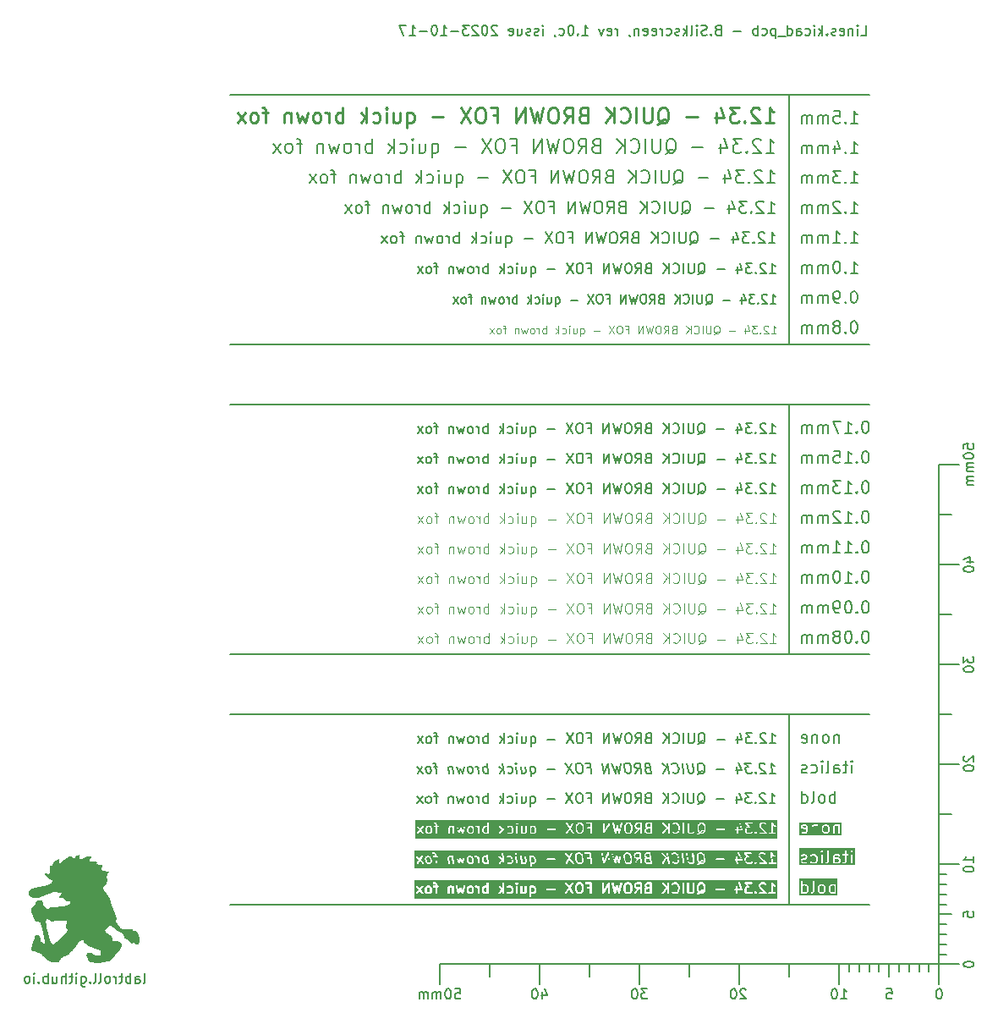
<source format=gbo>
G04 #@! TF.GenerationSoftware,KiCad,Pcbnew,7.0.8*
G04 #@! TF.CreationDate,2023-10-17T14:22:15+02:00*
G04 #@! TF.ProjectId,Lines,4c696e65-732e-46b6-9963-61645f706362,1.0c*
G04 #@! TF.SameCoordinates,Original*
G04 #@! TF.FileFunction,Legend,Bot*
G04 #@! TF.FilePolarity,Positive*
%FSLAX46Y46*%
G04 Gerber Fmt 4.6, Leading zero omitted, Abs format (unit mm)*
G04 Created by KiCad (PCBNEW 7.0.8) date 2023-10-17 14:22:15*
%MOMM*%
%LPD*%
G01*
G04 APERTURE LIST*
%ADD10C,0.150000*%
%ADD11C,0.200000*%
%ADD12C,0.165000*%
%ADD13C,0.120000*%
%ADD14C,0.225000*%
%ADD15C,0.180000*%
%ADD16C,0.135000*%
%ADD17C,0.210000*%
%ADD18C,0.195000*%
%ADD19C,0.170000*%
%ADD20C,0.110000*%
%ADD21C,0.100000*%
%ADD22C,0.090000*%
%ADD23C,0.080000*%
%ADD24C,0.130000*%
%ADD25C,3.200000*%
G04 APERTURE END LIST*
D10*
X138522030Y-38234819D02*
X138998220Y-38234819D01*
X138998220Y-38234819D02*
X138998220Y-37234819D01*
X138188696Y-38234819D02*
X138188696Y-37568152D01*
X138188696Y-37234819D02*
X138236315Y-37282438D01*
X138236315Y-37282438D02*
X138188696Y-37330057D01*
X138188696Y-37330057D02*
X138141077Y-37282438D01*
X138141077Y-37282438D02*
X138188696Y-37234819D01*
X138188696Y-37234819D02*
X138188696Y-37330057D01*
X137712506Y-37568152D02*
X137712506Y-38234819D01*
X137712506Y-37663390D02*
X137664887Y-37615771D01*
X137664887Y-37615771D02*
X137569649Y-37568152D01*
X137569649Y-37568152D02*
X137426792Y-37568152D01*
X137426792Y-37568152D02*
X137331554Y-37615771D01*
X137331554Y-37615771D02*
X137283935Y-37711009D01*
X137283935Y-37711009D02*
X137283935Y-38234819D01*
X136426792Y-38187200D02*
X136522030Y-38234819D01*
X136522030Y-38234819D02*
X136712506Y-38234819D01*
X136712506Y-38234819D02*
X136807744Y-38187200D01*
X136807744Y-38187200D02*
X136855363Y-38091961D01*
X136855363Y-38091961D02*
X136855363Y-37711009D01*
X136855363Y-37711009D02*
X136807744Y-37615771D01*
X136807744Y-37615771D02*
X136712506Y-37568152D01*
X136712506Y-37568152D02*
X136522030Y-37568152D01*
X136522030Y-37568152D02*
X136426792Y-37615771D01*
X136426792Y-37615771D02*
X136379173Y-37711009D01*
X136379173Y-37711009D02*
X136379173Y-37806247D01*
X136379173Y-37806247D02*
X136855363Y-37901485D01*
X135998220Y-38187200D02*
X135902982Y-38234819D01*
X135902982Y-38234819D02*
X135712506Y-38234819D01*
X135712506Y-38234819D02*
X135617268Y-38187200D01*
X135617268Y-38187200D02*
X135569649Y-38091961D01*
X135569649Y-38091961D02*
X135569649Y-38044342D01*
X135569649Y-38044342D02*
X135617268Y-37949104D01*
X135617268Y-37949104D02*
X135712506Y-37901485D01*
X135712506Y-37901485D02*
X135855363Y-37901485D01*
X135855363Y-37901485D02*
X135950601Y-37853866D01*
X135950601Y-37853866D02*
X135998220Y-37758628D01*
X135998220Y-37758628D02*
X135998220Y-37711009D01*
X135998220Y-37711009D02*
X135950601Y-37615771D01*
X135950601Y-37615771D02*
X135855363Y-37568152D01*
X135855363Y-37568152D02*
X135712506Y-37568152D01*
X135712506Y-37568152D02*
X135617268Y-37615771D01*
X135141077Y-38139580D02*
X135093458Y-38187200D01*
X135093458Y-38187200D02*
X135141077Y-38234819D01*
X135141077Y-38234819D02*
X135188696Y-38187200D01*
X135188696Y-38187200D02*
X135141077Y-38139580D01*
X135141077Y-38139580D02*
X135141077Y-38234819D01*
X134664887Y-38234819D02*
X134664887Y-37234819D01*
X134569649Y-37853866D02*
X134283935Y-38234819D01*
X134283935Y-37568152D02*
X134664887Y-37949104D01*
X133855363Y-38234819D02*
X133855363Y-37568152D01*
X133855363Y-37234819D02*
X133902982Y-37282438D01*
X133902982Y-37282438D02*
X133855363Y-37330057D01*
X133855363Y-37330057D02*
X133807744Y-37282438D01*
X133807744Y-37282438D02*
X133855363Y-37234819D01*
X133855363Y-37234819D02*
X133855363Y-37330057D01*
X132950602Y-38187200D02*
X133045840Y-38234819D01*
X133045840Y-38234819D02*
X133236316Y-38234819D01*
X133236316Y-38234819D02*
X133331554Y-38187200D01*
X133331554Y-38187200D02*
X133379173Y-38139580D01*
X133379173Y-38139580D02*
X133426792Y-38044342D01*
X133426792Y-38044342D02*
X133426792Y-37758628D01*
X133426792Y-37758628D02*
X133379173Y-37663390D01*
X133379173Y-37663390D02*
X133331554Y-37615771D01*
X133331554Y-37615771D02*
X133236316Y-37568152D01*
X133236316Y-37568152D02*
X133045840Y-37568152D01*
X133045840Y-37568152D02*
X132950602Y-37615771D01*
X132093459Y-38234819D02*
X132093459Y-37711009D01*
X132093459Y-37711009D02*
X132141078Y-37615771D01*
X132141078Y-37615771D02*
X132236316Y-37568152D01*
X132236316Y-37568152D02*
X132426792Y-37568152D01*
X132426792Y-37568152D02*
X132522030Y-37615771D01*
X132093459Y-38187200D02*
X132188697Y-38234819D01*
X132188697Y-38234819D02*
X132426792Y-38234819D01*
X132426792Y-38234819D02*
X132522030Y-38187200D01*
X132522030Y-38187200D02*
X132569649Y-38091961D01*
X132569649Y-38091961D02*
X132569649Y-37996723D01*
X132569649Y-37996723D02*
X132522030Y-37901485D01*
X132522030Y-37901485D02*
X132426792Y-37853866D01*
X132426792Y-37853866D02*
X132188697Y-37853866D01*
X132188697Y-37853866D02*
X132093459Y-37806247D01*
X131188697Y-38234819D02*
X131188697Y-37234819D01*
X131188697Y-38187200D02*
X131283935Y-38234819D01*
X131283935Y-38234819D02*
X131474411Y-38234819D01*
X131474411Y-38234819D02*
X131569649Y-38187200D01*
X131569649Y-38187200D02*
X131617268Y-38139580D01*
X131617268Y-38139580D02*
X131664887Y-38044342D01*
X131664887Y-38044342D02*
X131664887Y-37758628D01*
X131664887Y-37758628D02*
X131617268Y-37663390D01*
X131617268Y-37663390D02*
X131569649Y-37615771D01*
X131569649Y-37615771D02*
X131474411Y-37568152D01*
X131474411Y-37568152D02*
X131283935Y-37568152D01*
X131283935Y-37568152D02*
X131188697Y-37615771D01*
X130950602Y-38330057D02*
X130188697Y-38330057D01*
X129950601Y-37568152D02*
X129950601Y-38568152D01*
X129950601Y-37615771D02*
X129855363Y-37568152D01*
X129855363Y-37568152D02*
X129664887Y-37568152D01*
X129664887Y-37568152D02*
X129569649Y-37615771D01*
X129569649Y-37615771D02*
X129522030Y-37663390D01*
X129522030Y-37663390D02*
X129474411Y-37758628D01*
X129474411Y-37758628D02*
X129474411Y-38044342D01*
X129474411Y-38044342D02*
X129522030Y-38139580D01*
X129522030Y-38139580D02*
X129569649Y-38187200D01*
X129569649Y-38187200D02*
X129664887Y-38234819D01*
X129664887Y-38234819D02*
X129855363Y-38234819D01*
X129855363Y-38234819D02*
X129950601Y-38187200D01*
X128617268Y-38187200D02*
X128712506Y-38234819D01*
X128712506Y-38234819D02*
X128902982Y-38234819D01*
X128902982Y-38234819D02*
X128998220Y-38187200D01*
X128998220Y-38187200D02*
X129045839Y-38139580D01*
X129045839Y-38139580D02*
X129093458Y-38044342D01*
X129093458Y-38044342D02*
X129093458Y-37758628D01*
X129093458Y-37758628D02*
X129045839Y-37663390D01*
X129045839Y-37663390D02*
X128998220Y-37615771D01*
X128998220Y-37615771D02*
X128902982Y-37568152D01*
X128902982Y-37568152D02*
X128712506Y-37568152D01*
X128712506Y-37568152D02*
X128617268Y-37615771D01*
X128188696Y-38234819D02*
X128188696Y-37234819D01*
X128188696Y-37615771D02*
X128093458Y-37568152D01*
X128093458Y-37568152D02*
X127902982Y-37568152D01*
X127902982Y-37568152D02*
X127807744Y-37615771D01*
X127807744Y-37615771D02*
X127760125Y-37663390D01*
X127760125Y-37663390D02*
X127712506Y-37758628D01*
X127712506Y-37758628D02*
X127712506Y-38044342D01*
X127712506Y-38044342D02*
X127760125Y-38139580D01*
X127760125Y-38139580D02*
X127807744Y-38187200D01*
X127807744Y-38187200D02*
X127902982Y-38234819D01*
X127902982Y-38234819D02*
X128093458Y-38234819D01*
X128093458Y-38234819D02*
X128188696Y-38187200D01*
X126522029Y-37853866D02*
X125760125Y-37853866D01*
X124188696Y-37711009D02*
X124045839Y-37758628D01*
X124045839Y-37758628D02*
X123998220Y-37806247D01*
X123998220Y-37806247D02*
X123950601Y-37901485D01*
X123950601Y-37901485D02*
X123950601Y-38044342D01*
X123950601Y-38044342D02*
X123998220Y-38139580D01*
X123998220Y-38139580D02*
X124045839Y-38187200D01*
X124045839Y-38187200D02*
X124141077Y-38234819D01*
X124141077Y-38234819D02*
X124522029Y-38234819D01*
X124522029Y-38234819D02*
X124522029Y-37234819D01*
X124522029Y-37234819D02*
X124188696Y-37234819D01*
X124188696Y-37234819D02*
X124093458Y-37282438D01*
X124093458Y-37282438D02*
X124045839Y-37330057D01*
X124045839Y-37330057D02*
X123998220Y-37425295D01*
X123998220Y-37425295D02*
X123998220Y-37520533D01*
X123998220Y-37520533D02*
X124045839Y-37615771D01*
X124045839Y-37615771D02*
X124093458Y-37663390D01*
X124093458Y-37663390D02*
X124188696Y-37711009D01*
X124188696Y-37711009D02*
X124522029Y-37711009D01*
X123522029Y-38139580D02*
X123474410Y-38187200D01*
X123474410Y-38187200D02*
X123522029Y-38234819D01*
X123522029Y-38234819D02*
X123569648Y-38187200D01*
X123569648Y-38187200D02*
X123522029Y-38139580D01*
X123522029Y-38139580D02*
X123522029Y-38234819D01*
X123093458Y-38187200D02*
X122950601Y-38234819D01*
X122950601Y-38234819D02*
X122712506Y-38234819D01*
X122712506Y-38234819D02*
X122617268Y-38187200D01*
X122617268Y-38187200D02*
X122569649Y-38139580D01*
X122569649Y-38139580D02*
X122522030Y-38044342D01*
X122522030Y-38044342D02*
X122522030Y-37949104D01*
X122522030Y-37949104D02*
X122569649Y-37853866D01*
X122569649Y-37853866D02*
X122617268Y-37806247D01*
X122617268Y-37806247D02*
X122712506Y-37758628D01*
X122712506Y-37758628D02*
X122902982Y-37711009D01*
X122902982Y-37711009D02*
X122998220Y-37663390D01*
X122998220Y-37663390D02*
X123045839Y-37615771D01*
X123045839Y-37615771D02*
X123093458Y-37520533D01*
X123093458Y-37520533D02*
X123093458Y-37425295D01*
X123093458Y-37425295D02*
X123045839Y-37330057D01*
X123045839Y-37330057D02*
X122998220Y-37282438D01*
X122998220Y-37282438D02*
X122902982Y-37234819D01*
X122902982Y-37234819D02*
X122664887Y-37234819D01*
X122664887Y-37234819D02*
X122522030Y-37282438D01*
X122093458Y-38234819D02*
X122093458Y-37568152D01*
X122093458Y-37234819D02*
X122141077Y-37282438D01*
X122141077Y-37282438D02*
X122093458Y-37330057D01*
X122093458Y-37330057D02*
X122045839Y-37282438D01*
X122045839Y-37282438D02*
X122093458Y-37234819D01*
X122093458Y-37234819D02*
X122093458Y-37330057D01*
X121474411Y-38234819D02*
X121569649Y-38187200D01*
X121569649Y-38187200D02*
X121617268Y-38091961D01*
X121617268Y-38091961D02*
X121617268Y-37234819D01*
X121093458Y-38234819D02*
X121093458Y-37234819D01*
X120998220Y-37853866D02*
X120712506Y-38234819D01*
X120712506Y-37568152D02*
X121093458Y-37949104D01*
X120331553Y-38187200D02*
X120236315Y-38234819D01*
X120236315Y-38234819D02*
X120045839Y-38234819D01*
X120045839Y-38234819D02*
X119950601Y-38187200D01*
X119950601Y-38187200D02*
X119902982Y-38091961D01*
X119902982Y-38091961D02*
X119902982Y-38044342D01*
X119902982Y-38044342D02*
X119950601Y-37949104D01*
X119950601Y-37949104D02*
X120045839Y-37901485D01*
X120045839Y-37901485D02*
X120188696Y-37901485D01*
X120188696Y-37901485D02*
X120283934Y-37853866D01*
X120283934Y-37853866D02*
X120331553Y-37758628D01*
X120331553Y-37758628D02*
X120331553Y-37711009D01*
X120331553Y-37711009D02*
X120283934Y-37615771D01*
X120283934Y-37615771D02*
X120188696Y-37568152D01*
X120188696Y-37568152D02*
X120045839Y-37568152D01*
X120045839Y-37568152D02*
X119950601Y-37615771D01*
X119045839Y-38187200D02*
X119141077Y-38234819D01*
X119141077Y-38234819D02*
X119331553Y-38234819D01*
X119331553Y-38234819D02*
X119426791Y-38187200D01*
X119426791Y-38187200D02*
X119474410Y-38139580D01*
X119474410Y-38139580D02*
X119522029Y-38044342D01*
X119522029Y-38044342D02*
X119522029Y-37758628D01*
X119522029Y-37758628D02*
X119474410Y-37663390D01*
X119474410Y-37663390D02*
X119426791Y-37615771D01*
X119426791Y-37615771D02*
X119331553Y-37568152D01*
X119331553Y-37568152D02*
X119141077Y-37568152D01*
X119141077Y-37568152D02*
X119045839Y-37615771D01*
X118617267Y-38234819D02*
X118617267Y-37568152D01*
X118617267Y-37758628D02*
X118569648Y-37663390D01*
X118569648Y-37663390D02*
X118522029Y-37615771D01*
X118522029Y-37615771D02*
X118426791Y-37568152D01*
X118426791Y-37568152D02*
X118331553Y-37568152D01*
X117617267Y-38187200D02*
X117712505Y-38234819D01*
X117712505Y-38234819D02*
X117902981Y-38234819D01*
X117902981Y-38234819D02*
X117998219Y-38187200D01*
X117998219Y-38187200D02*
X118045838Y-38091961D01*
X118045838Y-38091961D02*
X118045838Y-37711009D01*
X118045838Y-37711009D02*
X117998219Y-37615771D01*
X117998219Y-37615771D02*
X117902981Y-37568152D01*
X117902981Y-37568152D02*
X117712505Y-37568152D01*
X117712505Y-37568152D02*
X117617267Y-37615771D01*
X117617267Y-37615771D02*
X117569648Y-37711009D01*
X117569648Y-37711009D02*
X117569648Y-37806247D01*
X117569648Y-37806247D02*
X118045838Y-37901485D01*
X116760124Y-38187200D02*
X116855362Y-38234819D01*
X116855362Y-38234819D02*
X117045838Y-38234819D01*
X117045838Y-38234819D02*
X117141076Y-38187200D01*
X117141076Y-38187200D02*
X117188695Y-38091961D01*
X117188695Y-38091961D02*
X117188695Y-37711009D01*
X117188695Y-37711009D02*
X117141076Y-37615771D01*
X117141076Y-37615771D02*
X117045838Y-37568152D01*
X117045838Y-37568152D02*
X116855362Y-37568152D01*
X116855362Y-37568152D02*
X116760124Y-37615771D01*
X116760124Y-37615771D02*
X116712505Y-37711009D01*
X116712505Y-37711009D02*
X116712505Y-37806247D01*
X116712505Y-37806247D02*
X117188695Y-37901485D01*
X116283933Y-37568152D02*
X116283933Y-38234819D01*
X116283933Y-37663390D02*
X116236314Y-37615771D01*
X116236314Y-37615771D02*
X116141076Y-37568152D01*
X116141076Y-37568152D02*
X115998219Y-37568152D01*
X115998219Y-37568152D02*
X115902981Y-37615771D01*
X115902981Y-37615771D02*
X115855362Y-37711009D01*
X115855362Y-37711009D02*
X115855362Y-38234819D01*
X115331552Y-38187200D02*
X115331552Y-38234819D01*
X115331552Y-38234819D02*
X115379171Y-38330057D01*
X115379171Y-38330057D02*
X115426790Y-38377676D01*
X114141076Y-38234819D02*
X114141076Y-37568152D01*
X114141076Y-37758628D02*
X114093457Y-37663390D01*
X114093457Y-37663390D02*
X114045838Y-37615771D01*
X114045838Y-37615771D02*
X113950600Y-37568152D01*
X113950600Y-37568152D02*
X113855362Y-37568152D01*
X113141076Y-38187200D02*
X113236314Y-38234819D01*
X113236314Y-38234819D02*
X113426790Y-38234819D01*
X113426790Y-38234819D02*
X113522028Y-38187200D01*
X113522028Y-38187200D02*
X113569647Y-38091961D01*
X113569647Y-38091961D02*
X113569647Y-37711009D01*
X113569647Y-37711009D02*
X113522028Y-37615771D01*
X113522028Y-37615771D02*
X113426790Y-37568152D01*
X113426790Y-37568152D02*
X113236314Y-37568152D01*
X113236314Y-37568152D02*
X113141076Y-37615771D01*
X113141076Y-37615771D02*
X113093457Y-37711009D01*
X113093457Y-37711009D02*
X113093457Y-37806247D01*
X113093457Y-37806247D02*
X113569647Y-37901485D01*
X112760123Y-37568152D02*
X112522028Y-38234819D01*
X112522028Y-38234819D02*
X112283933Y-37568152D01*
X110617266Y-38234819D02*
X111188694Y-38234819D01*
X110902980Y-38234819D02*
X110902980Y-37234819D01*
X110902980Y-37234819D02*
X110998218Y-37377676D01*
X110998218Y-37377676D02*
X111093456Y-37472914D01*
X111093456Y-37472914D02*
X111188694Y-37520533D01*
X110188694Y-38139580D02*
X110141075Y-38187200D01*
X110141075Y-38187200D02*
X110188694Y-38234819D01*
X110188694Y-38234819D02*
X110236313Y-38187200D01*
X110236313Y-38187200D02*
X110188694Y-38139580D01*
X110188694Y-38139580D02*
X110188694Y-38234819D01*
X109522028Y-37234819D02*
X109426790Y-37234819D01*
X109426790Y-37234819D02*
X109331552Y-37282438D01*
X109331552Y-37282438D02*
X109283933Y-37330057D01*
X109283933Y-37330057D02*
X109236314Y-37425295D01*
X109236314Y-37425295D02*
X109188695Y-37615771D01*
X109188695Y-37615771D02*
X109188695Y-37853866D01*
X109188695Y-37853866D02*
X109236314Y-38044342D01*
X109236314Y-38044342D02*
X109283933Y-38139580D01*
X109283933Y-38139580D02*
X109331552Y-38187200D01*
X109331552Y-38187200D02*
X109426790Y-38234819D01*
X109426790Y-38234819D02*
X109522028Y-38234819D01*
X109522028Y-38234819D02*
X109617266Y-38187200D01*
X109617266Y-38187200D02*
X109664885Y-38139580D01*
X109664885Y-38139580D02*
X109712504Y-38044342D01*
X109712504Y-38044342D02*
X109760123Y-37853866D01*
X109760123Y-37853866D02*
X109760123Y-37615771D01*
X109760123Y-37615771D02*
X109712504Y-37425295D01*
X109712504Y-37425295D02*
X109664885Y-37330057D01*
X109664885Y-37330057D02*
X109617266Y-37282438D01*
X109617266Y-37282438D02*
X109522028Y-37234819D01*
X108331552Y-38187200D02*
X108426790Y-38234819D01*
X108426790Y-38234819D02*
X108617266Y-38234819D01*
X108617266Y-38234819D02*
X108712504Y-38187200D01*
X108712504Y-38187200D02*
X108760123Y-38139580D01*
X108760123Y-38139580D02*
X108807742Y-38044342D01*
X108807742Y-38044342D02*
X108807742Y-37758628D01*
X108807742Y-37758628D02*
X108760123Y-37663390D01*
X108760123Y-37663390D02*
X108712504Y-37615771D01*
X108712504Y-37615771D02*
X108617266Y-37568152D01*
X108617266Y-37568152D02*
X108426790Y-37568152D01*
X108426790Y-37568152D02*
X108331552Y-37615771D01*
X107855361Y-38187200D02*
X107855361Y-38234819D01*
X107855361Y-38234819D02*
X107902980Y-38330057D01*
X107902980Y-38330057D02*
X107950599Y-38377676D01*
X106664885Y-38234819D02*
X106664885Y-37568152D01*
X106664885Y-37234819D02*
X106712504Y-37282438D01*
X106712504Y-37282438D02*
X106664885Y-37330057D01*
X106664885Y-37330057D02*
X106617266Y-37282438D01*
X106617266Y-37282438D02*
X106664885Y-37234819D01*
X106664885Y-37234819D02*
X106664885Y-37330057D01*
X106236314Y-38187200D02*
X106141076Y-38234819D01*
X106141076Y-38234819D02*
X105950600Y-38234819D01*
X105950600Y-38234819D02*
X105855362Y-38187200D01*
X105855362Y-38187200D02*
X105807743Y-38091961D01*
X105807743Y-38091961D02*
X105807743Y-38044342D01*
X105807743Y-38044342D02*
X105855362Y-37949104D01*
X105855362Y-37949104D02*
X105950600Y-37901485D01*
X105950600Y-37901485D02*
X106093457Y-37901485D01*
X106093457Y-37901485D02*
X106188695Y-37853866D01*
X106188695Y-37853866D02*
X106236314Y-37758628D01*
X106236314Y-37758628D02*
X106236314Y-37711009D01*
X106236314Y-37711009D02*
X106188695Y-37615771D01*
X106188695Y-37615771D02*
X106093457Y-37568152D01*
X106093457Y-37568152D02*
X105950600Y-37568152D01*
X105950600Y-37568152D02*
X105855362Y-37615771D01*
X105426790Y-38187200D02*
X105331552Y-38234819D01*
X105331552Y-38234819D02*
X105141076Y-38234819D01*
X105141076Y-38234819D02*
X105045838Y-38187200D01*
X105045838Y-38187200D02*
X104998219Y-38091961D01*
X104998219Y-38091961D02*
X104998219Y-38044342D01*
X104998219Y-38044342D02*
X105045838Y-37949104D01*
X105045838Y-37949104D02*
X105141076Y-37901485D01*
X105141076Y-37901485D02*
X105283933Y-37901485D01*
X105283933Y-37901485D02*
X105379171Y-37853866D01*
X105379171Y-37853866D02*
X105426790Y-37758628D01*
X105426790Y-37758628D02*
X105426790Y-37711009D01*
X105426790Y-37711009D02*
X105379171Y-37615771D01*
X105379171Y-37615771D02*
X105283933Y-37568152D01*
X105283933Y-37568152D02*
X105141076Y-37568152D01*
X105141076Y-37568152D02*
X105045838Y-37615771D01*
X104141076Y-37568152D02*
X104141076Y-38234819D01*
X104569647Y-37568152D02*
X104569647Y-38091961D01*
X104569647Y-38091961D02*
X104522028Y-38187200D01*
X104522028Y-38187200D02*
X104426790Y-38234819D01*
X104426790Y-38234819D02*
X104283933Y-38234819D01*
X104283933Y-38234819D02*
X104188695Y-38187200D01*
X104188695Y-38187200D02*
X104141076Y-38139580D01*
X103283933Y-38187200D02*
X103379171Y-38234819D01*
X103379171Y-38234819D02*
X103569647Y-38234819D01*
X103569647Y-38234819D02*
X103664885Y-38187200D01*
X103664885Y-38187200D02*
X103712504Y-38091961D01*
X103712504Y-38091961D02*
X103712504Y-37711009D01*
X103712504Y-37711009D02*
X103664885Y-37615771D01*
X103664885Y-37615771D02*
X103569647Y-37568152D01*
X103569647Y-37568152D02*
X103379171Y-37568152D01*
X103379171Y-37568152D02*
X103283933Y-37615771D01*
X103283933Y-37615771D02*
X103236314Y-37711009D01*
X103236314Y-37711009D02*
X103236314Y-37806247D01*
X103236314Y-37806247D02*
X103712504Y-37901485D01*
X102093456Y-37330057D02*
X102045837Y-37282438D01*
X102045837Y-37282438D02*
X101950599Y-37234819D01*
X101950599Y-37234819D02*
X101712504Y-37234819D01*
X101712504Y-37234819D02*
X101617266Y-37282438D01*
X101617266Y-37282438D02*
X101569647Y-37330057D01*
X101569647Y-37330057D02*
X101522028Y-37425295D01*
X101522028Y-37425295D02*
X101522028Y-37520533D01*
X101522028Y-37520533D02*
X101569647Y-37663390D01*
X101569647Y-37663390D02*
X102141075Y-38234819D01*
X102141075Y-38234819D02*
X101522028Y-38234819D01*
X100902980Y-37234819D02*
X100807742Y-37234819D01*
X100807742Y-37234819D02*
X100712504Y-37282438D01*
X100712504Y-37282438D02*
X100664885Y-37330057D01*
X100664885Y-37330057D02*
X100617266Y-37425295D01*
X100617266Y-37425295D02*
X100569647Y-37615771D01*
X100569647Y-37615771D02*
X100569647Y-37853866D01*
X100569647Y-37853866D02*
X100617266Y-38044342D01*
X100617266Y-38044342D02*
X100664885Y-38139580D01*
X100664885Y-38139580D02*
X100712504Y-38187200D01*
X100712504Y-38187200D02*
X100807742Y-38234819D01*
X100807742Y-38234819D02*
X100902980Y-38234819D01*
X100902980Y-38234819D02*
X100998218Y-38187200D01*
X100998218Y-38187200D02*
X101045837Y-38139580D01*
X101045837Y-38139580D02*
X101093456Y-38044342D01*
X101093456Y-38044342D02*
X101141075Y-37853866D01*
X101141075Y-37853866D02*
X101141075Y-37615771D01*
X101141075Y-37615771D02*
X101093456Y-37425295D01*
X101093456Y-37425295D02*
X101045837Y-37330057D01*
X101045837Y-37330057D02*
X100998218Y-37282438D01*
X100998218Y-37282438D02*
X100902980Y-37234819D01*
X100188694Y-37330057D02*
X100141075Y-37282438D01*
X100141075Y-37282438D02*
X100045837Y-37234819D01*
X100045837Y-37234819D02*
X99807742Y-37234819D01*
X99807742Y-37234819D02*
X99712504Y-37282438D01*
X99712504Y-37282438D02*
X99664885Y-37330057D01*
X99664885Y-37330057D02*
X99617266Y-37425295D01*
X99617266Y-37425295D02*
X99617266Y-37520533D01*
X99617266Y-37520533D02*
X99664885Y-37663390D01*
X99664885Y-37663390D02*
X100236313Y-38234819D01*
X100236313Y-38234819D02*
X99617266Y-38234819D01*
X99283932Y-37234819D02*
X98664885Y-37234819D01*
X98664885Y-37234819D02*
X98998218Y-37615771D01*
X98998218Y-37615771D02*
X98855361Y-37615771D01*
X98855361Y-37615771D02*
X98760123Y-37663390D01*
X98760123Y-37663390D02*
X98712504Y-37711009D01*
X98712504Y-37711009D02*
X98664885Y-37806247D01*
X98664885Y-37806247D02*
X98664885Y-38044342D01*
X98664885Y-38044342D02*
X98712504Y-38139580D01*
X98712504Y-38139580D02*
X98760123Y-38187200D01*
X98760123Y-38187200D02*
X98855361Y-38234819D01*
X98855361Y-38234819D02*
X99141075Y-38234819D01*
X99141075Y-38234819D02*
X99236313Y-38187200D01*
X99236313Y-38187200D02*
X99283932Y-38139580D01*
X98236313Y-37853866D02*
X97474409Y-37853866D01*
X96474409Y-38234819D02*
X97045837Y-38234819D01*
X96760123Y-38234819D02*
X96760123Y-37234819D01*
X96760123Y-37234819D02*
X96855361Y-37377676D01*
X96855361Y-37377676D02*
X96950599Y-37472914D01*
X96950599Y-37472914D02*
X97045837Y-37520533D01*
X95855361Y-37234819D02*
X95760123Y-37234819D01*
X95760123Y-37234819D02*
X95664885Y-37282438D01*
X95664885Y-37282438D02*
X95617266Y-37330057D01*
X95617266Y-37330057D02*
X95569647Y-37425295D01*
X95569647Y-37425295D02*
X95522028Y-37615771D01*
X95522028Y-37615771D02*
X95522028Y-37853866D01*
X95522028Y-37853866D02*
X95569647Y-38044342D01*
X95569647Y-38044342D02*
X95617266Y-38139580D01*
X95617266Y-38139580D02*
X95664885Y-38187200D01*
X95664885Y-38187200D02*
X95760123Y-38234819D01*
X95760123Y-38234819D02*
X95855361Y-38234819D01*
X95855361Y-38234819D02*
X95950599Y-38187200D01*
X95950599Y-38187200D02*
X95998218Y-38139580D01*
X95998218Y-38139580D02*
X96045837Y-38044342D01*
X96045837Y-38044342D02*
X96093456Y-37853866D01*
X96093456Y-37853866D02*
X96093456Y-37615771D01*
X96093456Y-37615771D02*
X96045837Y-37425295D01*
X96045837Y-37425295D02*
X95998218Y-37330057D01*
X95998218Y-37330057D02*
X95950599Y-37282438D01*
X95950599Y-37282438D02*
X95855361Y-37234819D01*
X95093456Y-37853866D02*
X94331552Y-37853866D01*
X93331552Y-38234819D02*
X93902980Y-38234819D01*
X93617266Y-38234819D02*
X93617266Y-37234819D01*
X93617266Y-37234819D02*
X93712504Y-37377676D01*
X93712504Y-37377676D02*
X93807742Y-37472914D01*
X93807742Y-37472914D02*
X93902980Y-37520533D01*
X92998218Y-37234819D02*
X92331552Y-37234819D01*
X92331552Y-37234819D02*
X92760123Y-38234819D01*
X148789819Y-100382996D02*
X148789819Y-101002043D01*
X148789819Y-101002043D02*
X149170771Y-100668710D01*
X149170771Y-100668710D02*
X149170771Y-100811567D01*
X149170771Y-100811567D02*
X149218390Y-100906805D01*
X149218390Y-100906805D02*
X149266009Y-100954424D01*
X149266009Y-100954424D02*
X149361247Y-101002043D01*
X149361247Y-101002043D02*
X149599342Y-101002043D01*
X149599342Y-101002043D02*
X149694580Y-100954424D01*
X149694580Y-100954424D02*
X149742200Y-100906805D01*
X149742200Y-100906805D02*
X149789819Y-100811567D01*
X149789819Y-100811567D02*
X149789819Y-100525853D01*
X149789819Y-100525853D02*
X149742200Y-100430615D01*
X149742200Y-100430615D02*
X149694580Y-100382996D01*
X148789819Y-101621091D02*
X148789819Y-101716329D01*
X148789819Y-101716329D02*
X148837438Y-101811567D01*
X148837438Y-101811567D02*
X148885057Y-101859186D01*
X148885057Y-101859186D02*
X148980295Y-101906805D01*
X148980295Y-101906805D02*
X149170771Y-101954424D01*
X149170771Y-101954424D02*
X149408866Y-101954424D01*
X149408866Y-101954424D02*
X149599342Y-101906805D01*
X149599342Y-101906805D02*
X149694580Y-101859186D01*
X149694580Y-101859186D02*
X149742200Y-101811567D01*
X149742200Y-101811567D02*
X149789819Y-101716329D01*
X149789819Y-101716329D02*
X149789819Y-101621091D01*
X149789819Y-101621091D02*
X149742200Y-101525853D01*
X149742200Y-101525853D02*
X149694580Y-101478234D01*
X149694580Y-101478234D02*
X149599342Y-101430615D01*
X149599342Y-101430615D02*
X149408866Y-101382996D01*
X149408866Y-101382996D02*
X149170771Y-101382996D01*
X149170771Y-101382996D02*
X148980295Y-101430615D01*
X148980295Y-101430615D02*
X148885057Y-101478234D01*
X148885057Y-101478234D02*
X148837438Y-101525853D01*
X148837438Y-101525853D02*
X148789819Y-101621091D01*
X141096904Y-133649819D02*
X141573094Y-133649819D01*
X141573094Y-133649819D02*
X141620713Y-134126009D01*
X141620713Y-134126009D02*
X141573094Y-134078390D01*
X141573094Y-134078390D02*
X141477856Y-134030771D01*
X141477856Y-134030771D02*
X141239761Y-134030771D01*
X141239761Y-134030771D02*
X141144523Y-134078390D01*
X141144523Y-134078390D02*
X141096904Y-134126009D01*
X141096904Y-134126009D02*
X141049285Y-134221247D01*
X141049285Y-134221247D02*
X141049285Y-134459342D01*
X141049285Y-134459342D02*
X141096904Y-134554580D01*
X141096904Y-134554580D02*
X141144523Y-134602200D01*
X141144523Y-134602200D02*
X141239761Y-134649819D01*
X141239761Y-134649819D02*
X141477856Y-134649819D01*
X141477856Y-134649819D02*
X141573094Y-134602200D01*
X141573094Y-134602200D02*
X141620713Y-134554580D01*
X146382618Y-133649819D02*
X146287380Y-133649819D01*
X146287380Y-133649819D02*
X146192142Y-133697438D01*
X146192142Y-133697438D02*
X146144523Y-133745057D01*
X146144523Y-133745057D02*
X146096904Y-133840295D01*
X146096904Y-133840295D02*
X146049285Y-134030771D01*
X146049285Y-134030771D02*
X146049285Y-134268866D01*
X146049285Y-134268866D02*
X146096904Y-134459342D01*
X146096904Y-134459342D02*
X146144523Y-134554580D01*
X146144523Y-134554580D02*
X146192142Y-134602200D01*
X146192142Y-134602200D02*
X146287380Y-134649819D01*
X146287380Y-134649819D02*
X146382618Y-134649819D01*
X146382618Y-134649819D02*
X146477856Y-134602200D01*
X146477856Y-134602200D02*
X146525475Y-134554580D01*
X146525475Y-134554580D02*
X146573094Y-134459342D01*
X146573094Y-134459342D02*
X146620713Y-134268866D01*
X146620713Y-134268866D02*
X146620713Y-134030771D01*
X146620713Y-134030771D02*
X146573094Y-133840295D01*
X146573094Y-133840295D02*
X146525475Y-133745057D01*
X146525475Y-133745057D02*
X146477856Y-133697438D01*
X146477856Y-133697438D02*
X146382618Y-133649819D01*
X149789819Y-121002003D02*
X149789819Y-120430575D01*
X149789819Y-120716289D02*
X148789819Y-120716289D01*
X148789819Y-120716289D02*
X148932676Y-120621051D01*
X148932676Y-120621051D02*
X149027914Y-120525813D01*
X149027914Y-120525813D02*
X149075533Y-120430575D01*
X148789819Y-121621051D02*
X148789819Y-121716289D01*
X148789819Y-121716289D02*
X148837438Y-121811527D01*
X148837438Y-121811527D02*
X148885057Y-121859146D01*
X148885057Y-121859146D02*
X148980295Y-121906765D01*
X148980295Y-121906765D02*
X149170771Y-121954384D01*
X149170771Y-121954384D02*
X149408866Y-121954384D01*
X149408866Y-121954384D02*
X149599342Y-121906765D01*
X149599342Y-121906765D02*
X149694580Y-121859146D01*
X149694580Y-121859146D02*
X149742200Y-121811527D01*
X149742200Y-121811527D02*
X149789819Y-121716289D01*
X149789819Y-121716289D02*
X149789819Y-121621051D01*
X149789819Y-121621051D02*
X149742200Y-121525813D01*
X149742200Y-121525813D02*
X149694580Y-121478194D01*
X149694580Y-121478194D02*
X149599342Y-121430575D01*
X149599342Y-121430575D02*
X149408866Y-121382956D01*
X149408866Y-121382956D02*
X149170771Y-121382956D01*
X149170771Y-121382956D02*
X148980295Y-121430575D01*
X148980295Y-121430575D02*
X148885057Y-121478194D01*
X148885057Y-121478194D02*
X148837438Y-121525813D01*
X148837438Y-121525813D02*
X148789819Y-121621051D01*
X149123152Y-90906825D02*
X149789819Y-90906825D01*
X148742200Y-90668730D02*
X149456485Y-90430635D01*
X149456485Y-90430635D02*
X149456485Y-91049682D01*
X148789819Y-91621111D02*
X148789819Y-91716349D01*
X148789819Y-91716349D02*
X148837438Y-91811587D01*
X148837438Y-91811587D02*
X148885057Y-91859206D01*
X148885057Y-91859206D02*
X148980295Y-91906825D01*
X148980295Y-91906825D02*
X149170771Y-91954444D01*
X149170771Y-91954444D02*
X149408866Y-91954444D01*
X149408866Y-91954444D02*
X149599342Y-91906825D01*
X149599342Y-91906825D02*
X149694580Y-91859206D01*
X149694580Y-91859206D02*
X149742200Y-91811587D01*
X149742200Y-91811587D02*
X149789819Y-91716349D01*
X149789819Y-91716349D02*
X149789819Y-91621111D01*
X149789819Y-91621111D02*
X149742200Y-91525873D01*
X149742200Y-91525873D02*
X149694580Y-91478254D01*
X149694580Y-91478254D02*
X149599342Y-91430635D01*
X149599342Y-91430635D02*
X149408866Y-91383016D01*
X149408866Y-91383016D02*
X149170771Y-91383016D01*
X149170771Y-91383016D02*
X148980295Y-91430635D01*
X148980295Y-91430635D02*
X148885057Y-91478254D01*
X148885057Y-91478254D02*
X148837438Y-91525873D01*
X148837438Y-91525873D02*
X148789819Y-91621111D01*
X148885057Y-110331535D02*
X148837438Y-110379154D01*
X148837438Y-110379154D02*
X148789819Y-110474392D01*
X148789819Y-110474392D02*
X148789819Y-110712487D01*
X148789819Y-110712487D02*
X148837438Y-110807725D01*
X148837438Y-110807725D02*
X148885057Y-110855344D01*
X148885057Y-110855344D02*
X148980295Y-110902963D01*
X148980295Y-110902963D02*
X149075533Y-110902963D01*
X149075533Y-110902963D02*
X149218390Y-110855344D01*
X149218390Y-110855344D02*
X149789819Y-110283916D01*
X149789819Y-110283916D02*
X149789819Y-110902963D01*
X148789819Y-111522011D02*
X148789819Y-111617249D01*
X148789819Y-111617249D02*
X148837438Y-111712487D01*
X148837438Y-111712487D02*
X148885057Y-111760106D01*
X148885057Y-111760106D02*
X148980295Y-111807725D01*
X148980295Y-111807725D02*
X149170771Y-111855344D01*
X149170771Y-111855344D02*
X149408866Y-111855344D01*
X149408866Y-111855344D02*
X149599342Y-111807725D01*
X149599342Y-111807725D02*
X149694580Y-111760106D01*
X149694580Y-111760106D02*
X149742200Y-111712487D01*
X149742200Y-111712487D02*
X149789819Y-111617249D01*
X149789819Y-111617249D02*
X149789819Y-111522011D01*
X149789819Y-111522011D02*
X149742200Y-111426773D01*
X149742200Y-111426773D02*
X149694580Y-111379154D01*
X149694580Y-111379154D02*
X149599342Y-111331535D01*
X149599342Y-111331535D02*
X149408866Y-111283916D01*
X149408866Y-111283916D02*
X149170771Y-111283916D01*
X149170771Y-111283916D02*
X148980295Y-111331535D01*
X148980295Y-111331535D02*
X148885057Y-111379154D01*
X148885057Y-111379154D02*
X148837438Y-111426773D01*
X148837438Y-111426773D02*
X148789819Y-111522011D01*
X97906528Y-133649819D02*
X98382718Y-133649819D01*
X98382718Y-133649819D02*
X98430337Y-134126009D01*
X98430337Y-134126009D02*
X98382718Y-134078390D01*
X98382718Y-134078390D02*
X98287480Y-134030771D01*
X98287480Y-134030771D02*
X98049385Y-134030771D01*
X98049385Y-134030771D02*
X97954147Y-134078390D01*
X97954147Y-134078390D02*
X97906528Y-134126009D01*
X97906528Y-134126009D02*
X97858909Y-134221247D01*
X97858909Y-134221247D02*
X97858909Y-134459342D01*
X97858909Y-134459342D02*
X97906528Y-134554580D01*
X97906528Y-134554580D02*
X97954147Y-134602200D01*
X97954147Y-134602200D02*
X98049385Y-134649819D01*
X98049385Y-134649819D02*
X98287480Y-134649819D01*
X98287480Y-134649819D02*
X98382718Y-134602200D01*
X98382718Y-134602200D02*
X98430337Y-134554580D01*
X97239861Y-133649819D02*
X97144623Y-133649819D01*
X97144623Y-133649819D02*
X97049385Y-133697438D01*
X97049385Y-133697438D02*
X97001766Y-133745057D01*
X97001766Y-133745057D02*
X96954147Y-133840295D01*
X96954147Y-133840295D02*
X96906528Y-134030771D01*
X96906528Y-134030771D02*
X96906528Y-134268866D01*
X96906528Y-134268866D02*
X96954147Y-134459342D01*
X96954147Y-134459342D02*
X97001766Y-134554580D01*
X97001766Y-134554580D02*
X97049385Y-134602200D01*
X97049385Y-134602200D02*
X97144623Y-134649819D01*
X97144623Y-134649819D02*
X97239861Y-134649819D01*
X97239861Y-134649819D02*
X97335099Y-134602200D01*
X97335099Y-134602200D02*
X97382718Y-134554580D01*
X97382718Y-134554580D02*
X97430337Y-134459342D01*
X97430337Y-134459342D02*
X97477956Y-134268866D01*
X97477956Y-134268866D02*
X97477956Y-134030771D01*
X97477956Y-134030771D02*
X97430337Y-133840295D01*
X97430337Y-133840295D02*
X97382718Y-133745057D01*
X97382718Y-133745057D02*
X97335099Y-133697438D01*
X97335099Y-133697438D02*
X97239861Y-133649819D01*
X96477956Y-134649819D02*
X96477956Y-133983152D01*
X96477956Y-134078390D02*
X96430337Y-134030771D01*
X96430337Y-134030771D02*
X96335099Y-133983152D01*
X96335099Y-133983152D02*
X96192242Y-133983152D01*
X96192242Y-133983152D02*
X96097004Y-134030771D01*
X96097004Y-134030771D02*
X96049385Y-134126009D01*
X96049385Y-134126009D02*
X96049385Y-134649819D01*
X96049385Y-134126009D02*
X96001766Y-134030771D01*
X96001766Y-134030771D02*
X95906528Y-133983152D01*
X95906528Y-133983152D02*
X95763671Y-133983152D01*
X95763671Y-133983152D02*
X95668432Y-134030771D01*
X95668432Y-134030771D02*
X95620813Y-134126009D01*
X95620813Y-134126009D02*
X95620813Y-134649819D01*
X95144623Y-134649819D02*
X95144623Y-133983152D01*
X95144623Y-134078390D02*
X95097004Y-134030771D01*
X95097004Y-134030771D02*
X95001766Y-133983152D01*
X95001766Y-133983152D02*
X94858909Y-133983152D01*
X94858909Y-133983152D02*
X94763671Y-134030771D01*
X94763671Y-134030771D02*
X94716052Y-134126009D01*
X94716052Y-134126009D02*
X94716052Y-134649819D01*
X94716052Y-134126009D02*
X94668433Y-134030771D01*
X94668433Y-134030771D02*
X94573195Y-133983152D01*
X94573195Y-133983152D02*
X94430338Y-133983152D01*
X94430338Y-133983152D02*
X94335099Y-134030771D01*
X94335099Y-134030771D02*
X94287480Y-134126009D01*
X94287480Y-134126009D02*
X94287480Y-134649819D01*
X117144583Y-133649819D02*
X116525536Y-133649819D01*
X116525536Y-133649819D02*
X116858869Y-134030771D01*
X116858869Y-134030771D02*
X116716012Y-134030771D01*
X116716012Y-134030771D02*
X116620774Y-134078390D01*
X116620774Y-134078390D02*
X116573155Y-134126009D01*
X116573155Y-134126009D02*
X116525536Y-134221247D01*
X116525536Y-134221247D02*
X116525536Y-134459342D01*
X116525536Y-134459342D02*
X116573155Y-134554580D01*
X116573155Y-134554580D02*
X116620774Y-134602200D01*
X116620774Y-134602200D02*
X116716012Y-134649819D01*
X116716012Y-134649819D02*
X117001726Y-134649819D01*
X117001726Y-134649819D02*
X117096964Y-134602200D01*
X117096964Y-134602200D02*
X117144583Y-134554580D01*
X115906488Y-133649819D02*
X115811250Y-133649819D01*
X115811250Y-133649819D02*
X115716012Y-133697438D01*
X115716012Y-133697438D02*
X115668393Y-133745057D01*
X115668393Y-133745057D02*
X115620774Y-133840295D01*
X115620774Y-133840295D02*
X115573155Y-134030771D01*
X115573155Y-134030771D02*
X115573155Y-134268866D01*
X115573155Y-134268866D02*
X115620774Y-134459342D01*
X115620774Y-134459342D02*
X115668393Y-134554580D01*
X115668393Y-134554580D02*
X115716012Y-134602200D01*
X115716012Y-134602200D02*
X115811250Y-134649819D01*
X115811250Y-134649819D02*
X115906488Y-134649819D01*
X115906488Y-134649819D02*
X116001726Y-134602200D01*
X116001726Y-134602200D02*
X116049345Y-134554580D01*
X116049345Y-134554580D02*
X116096964Y-134459342D01*
X116096964Y-134459342D02*
X116144583Y-134268866D01*
X116144583Y-134268866D02*
X116144583Y-134030771D01*
X116144583Y-134030771D02*
X116096964Y-133840295D01*
X116096964Y-133840295D02*
X116049345Y-133745057D01*
X116049345Y-133745057D02*
X116001726Y-133697438D01*
X116001726Y-133697438D02*
X115906488Y-133649819D01*
X106620794Y-133983152D02*
X106620794Y-134649819D01*
X106858889Y-133602200D02*
X107096984Y-134316485D01*
X107096984Y-134316485D02*
X106477937Y-134316485D01*
X105906508Y-133649819D02*
X105811270Y-133649819D01*
X105811270Y-133649819D02*
X105716032Y-133697438D01*
X105716032Y-133697438D02*
X105668413Y-133745057D01*
X105668413Y-133745057D02*
X105620794Y-133840295D01*
X105620794Y-133840295D02*
X105573175Y-134030771D01*
X105573175Y-134030771D02*
X105573175Y-134268866D01*
X105573175Y-134268866D02*
X105620794Y-134459342D01*
X105620794Y-134459342D02*
X105668413Y-134554580D01*
X105668413Y-134554580D02*
X105716032Y-134602200D01*
X105716032Y-134602200D02*
X105811270Y-134649819D01*
X105811270Y-134649819D02*
X105906508Y-134649819D01*
X105906508Y-134649819D02*
X106001746Y-134602200D01*
X106001746Y-134602200D02*
X106049365Y-134554580D01*
X106049365Y-134554580D02*
X106096984Y-134459342D01*
X106096984Y-134459342D02*
X106144603Y-134268866D01*
X106144603Y-134268866D02*
X106144603Y-134030771D01*
X106144603Y-134030771D02*
X106096984Y-133840295D01*
X106096984Y-133840295D02*
X106049365Y-133745057D01*
X106049365Y-133745057D02*
X106001746Y-133697438D01*
X106001746Y-133697438D02*
X105906508Y-133649819D01*
X126997884Y-133745057D02*
X126950265Y-133697438D01*
X126950265Y-133697438D02*
X126855027Y-133649819D01*
X126855027Y-133649819D02*
X126616932Y-133649819D01*
X126616932Y-133649819D02*
X126521694Y-133697438D01*
X126521694Y-133697438D02*
X126474075Y-133745057D01*
X126474075Y-133745057D02*
X126426456Y-133840295D01*
X126426456Y-133840295D02*
X126426456Y-133935533D01*
X126426456Y-133935533D02*
X126474075Y-134078390D01*
X126474075Y-134078390D02*
X127045503Y-134649819D01*
X127045503Y-134649819D02*
X126426456Y-134649819D01*
X125807408Y-133649819D02*
X125712170Y-133649819D01*
X125712170Y-133649819D02*
X125616932Y-133697438D01*
X125616932Y-133697438D02*
X125569313Y-133745057D01*
X125569313Y-133745057D02*
X125521694Y-133840295D01*
X125521694Y-133840295D02*
X125474075Y-134030771D01*
X125474075Y-134030771D02*
X125474075Y-134268866D01*
X125474075Y-134268866D02*
X125521694Y-134459342D01*
X125521694Y-134459342D02*
X125569313Y-134554580D01*
X125569313Y-134554580D02*
X125616932Y-134602200D01*
X125616932Y-134602200D02*
X125712170Y-134649819D01*
X125712170Y-134649819D02*
X125807408Y-134649819D01*
X125807408Y-134649819D02*
X125902646Y-134602200D01*
X125902646Y-134602200D02*
X125950265Y-134554580D01*
X125950265Y-134554580D02*
X125997884Y-134459342D01*
X125997884Y-134459342D02*
X126045503Y-134268866D01*
X126045503Y-134268866D02*
X126045503Y-134030771D01*
X126045503Y-134030771D02*
X125997884Y-133840295D01*
X125997884Y-133840295D02*
X125950265Y-133745057D01*
X125950265Y-133745057D02*
X125902646Y-133697438D01*
X125902646Y-133697438D02*
X125807408Y-133649819D01*
X148789819Y-126431835D02*
X148789819Y-125955645D01*
X148789819Y-125955645D02*
X149266009Y-125908026D01*
X149266009Y-125908026D02*
X149218390Y-125955645D01*
X149218390Y-125955645D02*
X149170771Y-126050883D01*
X149170771Y-126050883D02*
X149170771Y-126288978D01*
X149170771Y-126288978D02*
X149218390Y-126384216D01*
X149218390Y-126384216D02*
X149266009Y-126431835D01*
X149266009Y-126431835D02*
X149361247Y-126479454D01*
X149361247Y-126479454D02*
X149599342Y-126479454D01*
X149599342Y-126479454D02*
X149694580Y-126431835D01*
X149694580Y-126431835D02*
X149742200Y-126384216D01*
X149742200Y-126384216D02*
X149789819Y-126288978D01*
X149789819Y-126288978D02*
X149789819Y-126050883D01*
X149789819Y-126050883D02*
X149742200Y-125955645D01*
X149742200Y-125955645D02*
X149694580Y-125908026D01*
X136525476Y-134649819D02*
X137096904Y-134649819D01*
X136811190Y-134649819D02*
X136811190Y-133649819D01*
X136811190Y-133649819D02*
X136906428Y-133792676D01*
X136906428Y-133792676D02*
X137001666Y-133887914D01*
X137001666Y-133887914D02*
X137096904Y-133935533D01*
X135906428Y-133649819D02*
X135811190Y-133649819D01*
X135811190Y-133649819D02*
X135715952Y-133697438D01*
X135715952Y-133697438D02*
X135668333Y-133745057D01*
X135668333Y-133745057D02*
X135620714Y-133840295D01*
X135620714Y-133840295D02*
X135573095Y-134030771D01*
X135573095Y-134030771D02*
X135573095Y-134268866D01*
X135573095Y-134268866D02*
X135620714Y-134459342D01*
X135620714Y-134459342D02*
X135668333Y-134554580D01*
X135668333Y-134554580D02*
X135715952Y-134602200D01*
X135715952Y-134602200D02*
X135811190Y-134649819D01*
X135811190Y-134649819D02*
X135906428Y-134649819D01*
X135906428Y-134649819D02*
X136001666Y-134602200D01*
X136001666Y-134602200D02*
X136049285Y-134554580D01*
X136049285Y-134554580D02*
X136096904Y-134459342D01*
X136096904Y-134459342D02*
X136144523Y-134268866D01*
X136144523Y-134268866D02*
X136144523Y-134030771D01*
X136144523Y-134030771D02*
X136096904Y-133840295D01*
X136096904Y-133840295D02*
X136049285Y-133745057D01*
X136049285Y-133745057D02*
X136001666Y-133697438D01*
X136001666Y-133697438D02*
X135906428Y-133649819D01*
X148789819Y-79621131D02*
X148789819Y-79144941D01*
X148789819Y-79144941D02*
X149266009Y-79097322D01*
X149266009Y-79097322D02*
X149218390Y-79144941D01*
X149218390Y-79144941D02*
X149170771Y-79240179D01*
X149170771Y-79240179D02*
X149170771Y-79478274D01*
X149170771Y-79478274D02*
X149218390Y-79573512D01*
X149218390Y-79573512D02*
X149266009Y-79621131D01*
X149266009Y-79621131D02*
X149361247Y-79668750D01*
X149361247Y-79668750D02*
X149599342Y-79668750D01*
X149599342Y-79668750D02*
X149694580Y-79621131D01*
X149694580Y-79621131D02*
X149742200Y-79573512D01*
X149742200Y-79573512D02*
X149789819Y-79478274D01*
X149789819Y-79478274D02*
X149789819Y-79240179D01*
X149789819Y-79240179D02*
X149742200Y-79144941D01*
X149742200Y-79144941D02*
X149694580Y-79097322D01*
X148789819Y-80287798D02*
X148789819Y-80383036D01*
X148789819Y-80383036D02*
X148837438Y-80478274D01*
X148837438Y-80478274D02*
X148885057Y-80525893D01*
X148885057Y-80525893D02*
X148980295Y-80573512D01*
X148980295Y-80573512D02*
X149170771Y-80621131D01*
X149170771Y-80621131D02*
X149408866Y-80621131D01*
X149408866Y-80621131D02*
X149599342Y-80573512D01*
X149599342Y-80573512D02*
X149694580Y-80525893D01*
X149694580Y-80525893D02*
X149742200Y-80478274D01*
X149742200Y-80478274D02*
X149789819Y-80383036D01*
X149789819Y-80383036D02*
X149789819Y-80287798D01*
X149789819Y-80287798D02*
X149742200Y-80192560D01*
X149742200Y-80192560D02*
X149694580Y-80144941D01*
X149694580Y-80144941D02*
X149599342Y-80097322D01*
X149599342Y-80097322D02*
X149408866Y-80049703D01*
X149408866Y-80049703D02*
X149170771Y-80049703D01*
X149170771Y-80049703D02*
X148980295Y-80097322D01*
X148980295Y-80097322D02*
X148885057Y-80144941D01*
X148885057Y-80144941D02*
X148837438Y-80192560D01*
X148837438Y-80192560D02*
X148789819Y-80287798D01*
X149789819Y-81049703D02*
X149123152Y-81049703D01*
X149218390Y-81049703D02*
X149170771Y-81097322D01*
X149170771Y-81097322D02*
X149123152Y-81192560D01*
X149123152Y-81192560D02*
X149123152Y-81335417D01*
X149123152Y-81335417D02*
X149170771Y-81430655D01*
X149170771Y-81430655D02*
X149266009Y-81478274D01*
X149266009Y-81478274D02*
X149789819Y-81478274D01*
X149266009Y-81478274D02*
X149170771Y-81525893D01*
X149170771Y-81525893D02*
X149123152Y-81621131D01*
X149123152Y-81621131D02*
X149123152Y-81763988D01*
X149123152Y-81763988D02*
X149170771Y-81859227D01*
X149170771Y-81859227D02*
X149266009Y-81906846D01*
X149266009Y-81906846D02*
X149789819Y-81906846D01*
X149789819Y-82383036D02*
X149123152Y-82383036D01*
X149218390Y-82383036D02*
X149170771Y-82430655D01*
X149170771Y-82430655D02*
X149123152Y-82525893D01*
X149123152Y-82525893D02*
X149123152Y-82668750D01*
X149123152Y-82668750D02*
X149170771Y-82763988D01*
X149170771Y-82763988D02*
X149266009Y-82811607D01*
X149266009Y-82811607D02*
X149789819Y-82811607D01*
X149266009Y-82811607D02*
X149170771Y-82859226D01*
X149170771Y-82859226D02*
X149123152Y-82954464D01*
X149123152Y-82954464D02*
X149123152Y-83097321D01*
X149123152Y-83097321D02*
X149170771Y-83192560D01*
X149170771Y-83192560D02*
X149266009Y-83240179D01*
X149266009Y-83240179D02*
X149789819Y-83240179D01*
X148789819Y-131144841D02*
X148789819Y-131240079D01*
X148789819Y-131240079D02*
X148837438Y-131335317D01*
X148837438Y-131335317D02*
X148885057Y-131382936D01*
X148885057Y-131382936D02*
X148980295Y-131430555D01*
X148980295Y-131430555D02*
X149170771Y-131478174D01*
X149170771Y-131478174D02*
X149408866Y-131478174D01*
X149408866Y-131478174D02*
X149599342Y-131430555D01*
X149599342Y-131430555D02*
X149694580Y-131382936D01*
X149694580Y-131382936D02*
X149742200Y-131335317D01*
X149742200Y-131335317D02*
X149789819Y-131240079D01*
X149789819Y-131240079D02*
X149789819Y-131144841D01*
X149789819Y-131144841D02*
X149742200Y-131049603D01*
X149742200Y-131049603D02*
X149694580Y-131001984D01*
X149694580Y-131001984D02*
X149599342Y-130954365D01*
X149599342Y-130954365D02*
X149408866Y-130906746D01*
X149408866Y-130906746D02*
X149170771Y-130906746D01*
X149170771Y-130906746D02*
X148980295Y-130954365D01*
X148980295Y-130954365D02*
X148885057Y-131001984D01*
X148885057Y-131001984D02*
X148837438Y-131049603D01*
X148837438Y-131049603D02*
X148789819Y-131144841D01*
X129374411Y-109064819D02*
X129945839Y-109064819D01*
X129660125Y-109064819D02*
X129660125Y-108064819D01*
X129660125Y-108064819D02*
X129755363Y-108207676D01*
X129755363Y-108207676D02*
X129850601Y-108302914D01*
X129850601Y-108302914D02*
X129945839Y-108350533D01*
X128993458Y-108160057D02*
X128945839Y-108112438D01*
X128945839Y-108112438D02*
X128850601Y-108064819D01*
X128850601Y-108064819D02*
X128612506Y-108064819D01*
X128612506Y-108064819D02*
X128517268Y-108112438D01*
X128517268Y-108112438D02*
X128469649Y-108160057D01*
X128469649Y-108160057D02*
X128422030Y-108255295D01*
X128422030Y-108255295D02*
X128422030Y-108350533D01*
X128422030Y-108350533D02*
X128469649Y-108493390D01*
X128469649Y-108493390D02*
X129041077Y-109064819D01*
X129041077Y-109064819D02*
X128422030Y-109064819D01*
X127993458Y-108969580D02*
X127945839Y-109017200D01*
X127945839Y-109017200D02*
X127993458Y-109064819D01*
X127993458Y-109064819D02*
X128041077Y-109017200D01*
X128041077Y-109017200D02*
X127993458Y-108969580D01*
X127993458Y-108969580D02*
X127993458Y-109064819D01*
X127612506Y-108064819D02*
X126993459Y-108064819D01*
X126993459Y-108064819D02*
X127326792Y-108445771D01*
X127326792Y-108445771D02*
X127183935Y-108445771D01*
X127183935Y-108445771D02*
X127088697Y-108493390D01*
X127088697Y-108493390D02*
X127041078Y-108541009D01*
X127041078Y-108541009D02*
X126993459Y-108636247D01*
X126993459Y-108636247D02*
X126993459Y-108874342D01*
X126993459Y-108874342D02*
X127041078Y-108969580D01*
X127041078Y-108969580D02*
X127088697Y-109017200D01*
X127088697Y-109017200D02*
X127183935Y-109064819D01*
X127183935Y-109064819D02*
X127469649Y-109064819D01*
X127469649Y-109064819D02*
X127564887Y-109017200D01*
X127564887Y-109017200D02*
X127612506Y-108969580D01*
X126136316Y-108398152D02*
X126136316Y-109064819D01*
X126374411Y-108017200D02*
X126612506Y-108731485D01*
X126612506Y-108731485D02*
X125993459Y-108731485D01*
X124850601Y-108683866D02*
X124088697Y-108683866D01*
X122183935Y-109160057D02*
X122279173Y-109112438D01*
X122279173Y-109112438D02*
X122374411Y-109017200D01*
X122374411Y-109017200D02*
X122517268Y-108874342D01*
X122517268Y-108874342D02*
X122612506Y-108826723D01*
X122612506Y-108826723D02*
X122707744Y-108826723D01*
X122660125Y-109064819D02*
X122755363Y-109017200D01*
X122755363Y-109017200D02*
X122850601Y-108921961D01*
X122850601Y-108921961D02*
X122898220Y-108731485D01*
X122898220Y-108731485D02*
X122898220Y-108398152D01*
X122898220Y-108398152D02*
X122850601Y-108207676D01*
X122850601Y-108207676D02*
X122755363Y-108112438D01*
X122755363Y-108112438D02*
X122660125Y-108064819D01*
X122660125Y-108064819D02*
X122469649Y-108064819D01*
X122469649Y-108064819D02*
X122374411Y-108112438D01*
X122374411Y-108112438D02*
X122279173Y-108207676D01*
X122279173Y-108207676D02*
X122231554Y-108398152D01*
X122231554Y-108398152D02*
X122231554Y-108731485D01*
X122231554Y-108731485D02*
X122279173Y-108921961D01*
X122279173Y-108921961D02*
X122374411Y-109017200D01*
X122374411Y-109017200D02*
X122469649Y-109064819D01*
X122469649Y-109064819D02*
X122660125Y-109064819D01*
X121802982Y-108064819D02*
X121802982Y-108874342D01*
X121802982Y-108874342D02*
X121755363Y-108969580D01*
X121755363Y-108969580D02*
X121707744Y-109017200D01*
X121707744Y-109017200D02*
X121612506Y-109064819D01*
X121612506Y-109064819D02*
X121422030Y-109064819D01*
X121422030Y-109064819D02*
X121326792Y-109017200D01*
X121326792Y-109017200D02*
X121279173Y-108969580D01*
X121279173Y-108969580D02*
X121231554Y-108874342D01*
X121231554Y-108874342D02*
X121231554Y-108064819D01*
X120755363Y-109064819D02*
X120755363Y-108064819D01*
X119707745Y-108969580D02*
X119755364Y-109017200D01*
X119755364Y-109017200D02*
X119898221Y-109064819D01*
X119898221Y-109064819D02*
X119993459Y-109064819D01*
X119993459Y-109064819D02*
X120136316Y-109017200D01*
X120136316Y-109017200D02*
X120231554Y-108921961D01*
X120231554Y-108921961D02*
X120279173Y-108826723D01*
X120279173Y-108826723D02*
X120326792Y-108636247D01*
X120326792Y-108636247D02*
X120326792Y-108493390D01*
X120326792Y-108493390D02*
X120279173Y-108302914D01*
X120279173Y-108302914D02*
X120231554Y-108207676D01*
X120231554Y-108207676D02*
X120136316Y-108112438D01*
X120136316Y-108112438D02*
X119993459Y-108064819D01*
X119993459Y-108064819D02*
X119898221Y-108064819D01*
X119898221Y-108064819D02*
X119755364Y-108112438D01*
X119755364Y-108112438D02*
X119707745Y-108160057D01*
X119279173Y-109064819D02*
X119279173Y-108064819D01*
X118707745Y-109064819D02*
X119136316Y-108493390D01*
X118707745Y-108064819D02*
X119279173Y-108636247D01*
X117183935Y-108541009D02*
X117041078Y-108588628D01*
X117041078Y-108588628D02*
X116993459Y-108636247D01*
X116993459Y-108636247D02*
X116945840Y-108731485D01*
X116945840Y-108731485D02*
X116945840Y-108874342D01*
X116945840Y-108874342D02*
X116993459Y-108969580D01*
X116993459Y-108969580D02*
X117041078Y-109017200D01*
X117041078Y-109017200D02*
X117136316Y-109064819D01*
X117136316Y-109064819D02*
X117517268Y-109064819D01*
X117517268Y-109064819D02*
X117517268Y-108064819D01*
X117517268Y-108064819D02*
X117183935Y-108064819D01*
X117183935Y-108064819D02*
X117088697Y-108112438D01*
X117088697Y-108112438D02*
X117041078Y-108160057D01*
X117041078Y-108160057D02*
X116993459Y-108255295D01*
X116993459Y-108255295D02*
X116993459Y-108350533D01*
X116993459Y-108350533D02*
X117041078Y-108445771D01*
X117041078Y-108445771D02*
X117088697Y-108493390D01*
X117088697Y-108493390D02*
X117183935Y-108541009D01*
X117183935Y-108541009D02*
X117517268Y-108541009D01*
X115945840Y-109064819D02*
X116279173Y-108588628D01*
X116517268Y-109064819D02*
X116517268Y-108064819D01*
X116517268Y-108064819D02*
X116136316Y-108064819D01*
X116136316Y-108064819D02*
X116041078Y-108112438D01*
X116041078Y-108112438D02*
X115993459Y-108160057D01*
X115993459Y-108160057D02*
X115945840Y-108255295D01*
X115945840Y-108255295D02*
X115945840Y-108398152D01*
X115945840Y-108398152D02*
X115993459Y-108493390D01*
X115993459Y-108493390D02*
X116041078Y-108541009D01*
X116041078Y-108541009D02*
X116136316Y-108588628D01*
X116136316Y-108588628D02*
X116517268Y-108588628D01*
X115326792Y-108064819D02*
X115136316Y-108064819D01*
X115136316Y-108064819D02*
X115041078Y-108112438D01*
X115041078Y-108112438D02*
X114945840Y-108207676D01*
X114945840Y-108207676D02*
X114898221Y-108398152D01*
X114898221Y-108398152D02*
X114898221Y-108731485D01*
X114898221Y-108731485D02*
X114945840Y-108921961D01*
X114945840Y-108921961D02*
X115041078Y-109017200D01*
X115041078Y-109017200D02*
X115136316Y-109064819D01*
X115136316Y-109064819D02*
X115326792Y-109064819D01*
X115326792Y-109064819D02*
X115422030Y-109017200D01*
X115422030Y-109017200D02*
X115517268Y-108921961D01*
X115517268Y-108921961D02*
X115564887Y-108731485D01*
X115564887Y-108731485D02*
X115564887Y-108398152D01*
X115564887Y-108398152D02*
X115517268Y-108207676D01*
X115517268Y-108207676D02*
X115422030Y-108112438D01*
X115422030Y-108112438D02*
X115326792Y-108064819D01*
X114564887Y-108064819D02*
X114326792Y-109064819D01*
X114326792Y-109064819D02*
X114136316Y-108350533D01*
X114136316Y-108350533D02*
X113945840Y-109064819D01*
X113945840Y-109064819D02*
X113707745Y-108064819D01*
X113326792Y-109064819D02*
X113326792Y-108064819D01*
X113326792Y-108064819D02*
X112755364Y-109064819D01*
X112755364Y-109064819D02*
X112755364Y-108064819D01*
X111183935Y-108541009D02*
X111517268Y-108541009D01*
X111517268Y-109064819D02*
X111517268Y-108064819D01*
X111517268Y-108064819D02*
X111041078Y-108064819D01*
X110469649Y-108064819D02*
X110279173Y-108064819D01*
X110279173Y-108064819D02*
X110183935Y-108112438D01*
X110183935Y-108112438D02*
X110088697Y-108207676D01*
X110088697Y-108207676D02*
X110041078Y-108398152D01*
X110041078Y-108398152D02*
X110041078Y-108731485D01*
X110041078Y-108731485D02*
X110088697Y-108921961D01*
X110088697Y-108921961D02*
X110183935Y-109017200D01*
X110183935Y-109017200D02*
X110279173Y-109064819D01*
X110279173Y-109064819D02*
X110469649Y-109064819D01*
X110469649Y-109064819D02*
X110564887Y-109017200D01*
X110564887Y-109017200D02*
X110660125Y-108921961D01*
X110660125Y-108921961D02*
X110707744Y-108731485D01*
X110707744Y-108731485D02*
X110707744Y-108398152D01*
X110707744Y-108398152D02*
X110660125Y-108207676D01*
X110660125Y-108207676D02*
X110564887Y-108112438D01*
X110564887Y-108112438D02*
X110469649Y-108064819D01*
X109707744Y-108064819D02*
X109041078Y-109064819D01*
X109041078Y-108064819D02*
X109707744Y-109064819D01*
X107898220Y-108683866D02*
X107136316Y-108683866D01*
X105469649Y-108398152D02*
X105469649Y-109398152D01*
X105469649Y-109017200D02*
X105564887Y-109064819D01*
X105564887Y-109064819D02*
X105755363Y-109064819D01*
X105755363Y-109064819D02*
X105850601Y-109017200D01*
X105850601Y-109017200D02*
X105898220Y-108969580D01*
X105898220Y-108969580D02*
X105945839Y-108874342D01*
X105945839Y-108874342D02*
X105945839Y-108588628D01*
X105945839Y-108588628D02*
X105898220Y-108493390D01*
X105898220Y-108493390D02*
X105850601Y-108445771D01*
X105850601Y-108445771D02*
X105755363Y-108398152D01*
X105755363Y-108398152D02*
X105564887Y-108398152D01*
X105564887Y-108398152D02*
X105469649Y-108445771D01*
X104564887Y-108398152D02*
X104564887Y-109064819D01*
X104993458Y-108398152D02*
X104993458Y-108921961D01*
X104993458Y-108921961D02*
X104945839Y-109017200D01*
X104945839Y-109017200D02*
X104850601Y-109064819D01*
X104850601Y-109064819D02*
X104707744Y-109064819D01*
X104707744Y-109064819D02*
X104612506Y-109017200D01*
X104612506Y-109017200D02*
X104564887Y-108969580D01*
X104088696Y-109064819D02*
X104088696Y-108398152D01*
X104088696Y-108064819D02*
X104136315Y-108112438D01*
X104136315Y-108112438D02*
X104088696Y-108160057D01*
X104088696Y-108160057D02*
X104041077Y-108112438D01*
X104041077Y-108112438D02*
X104088696Y-108064819D01*
X104088696Y-108064819D02*
X104088696Y-108160057D01*
X103183935Y-109017200D02*
X103279173Y-109064819D01*
X103279173Y-109064819D02*
X103469649Y-109064819D01*
X103469649Y-109064819D02*
X103564887Y-109017200D01*
X103564887Y-109017200D02*
X103612506Y-108969580D01*
X103612506Y-108969580D02*
X103660125Y-108874342D01*
X103660125Y-108874342D02*
X103660125Y-108588628D01*
X103660125Y-108588628D02*
X103612506Y-108493390D01*
X103612506Y-108493390D02*
X103564887Y-108445771D01*
X103564887Y-108445771D02*
X103469649Y-108398152D01*
X103469649Y-108398152D02*
X103279173Y-108398152D01*
X103279173Y-108398152D02*
X103183935Y-108445771D01*
X102755363Y-109064819D02*
X102755363Y-108064819D01*
X102660125Y-108683866D02*
X102374411Y-109064819D01*
X102374411Y-108398152D02*
X102755363Y-108779104D01*
X101183934Y-109064819D02*
X101183934Y-108064819D01*
X101183934Y-108445771D02*
X101088696Y-108398152D01*
X101088696Y-108398152D02*
X100898220Y-108398152D01*
X100898220Y-108398152D02*
X100802982Y-108445771D01*
X100802982Y-108445771D02*
X100755363Y-108493390D01*
X100755363Y-108493390D02*
X100707744Y-108588628D01*
X100707744Y-108588628D02*
X100707744Y-108874342D01*
X100707744Y-108874342D02*
X100755363Y-108969580D01*
X100755363Y-108969580D02*
X100802982Y-109017200D01*
X100802982Y-109017200D02*
X100898220Y-109064819D01*
X100898220Y-109064819D02*
X101088696Y-109064819D01*
X101088696Y-109064819D02*
X101183934Y-109017200D01*
X100279172Y-109064819D02*
X100279172Y-108398152D01*
X100279172Y-108588628D02*
X100231553Y-108493390D01*
X100231553Y-108493390D02*
X100183934Y-108445771D01*
X100183934Y-108445771D02*
X100088696Y-108398152D01*
X100088696Y-108398152D02*
X99993458Y-108398152D01*
X99517267Y-109064819D02*
X99612505Y-109017200D01*
X99612505Y-109017200D02*
X99660124Y-108969580D01*
X99660124Y-108969580D02*
X99707743Y-108874342D01*
X99707743Y-108874342D02*
X99707743Y-108588628D01*
X99707743Y-108588628D02*
X99660124Y-108493390D01*
X99660124Y-108493390D02*
X99612505Y-108445771D01*
X99612505Y-108445771D02*
X99517267Y-108398152D01*
X99517267Y-108398152D02*
X99374410Y-108398152D01*
X99374410Y-108398152D02*
X99279172Y-108445771D01*
X99279172Y-108445771D02*
X99231553Y-108493390D01*
X99231553Y-108493390D02*
X99183934Y-108588628D01*
X99183934Y-108588628D02*
X99183934Y-108874342D01*
X99183934Y-108874342D02*
X99231553Y-108969580D01*
X99231553Y-108969580D02*
X99279172Y-109017200D01*
X99279172Y-109017200D02*
X99374410Y-109064819D01*
X99374410Y-109064819D02*
X99517267Y-109064819D01*
X98850600Y-108398152D02*
X98660124Y-109064819D01*
X98660124Y-109064819D02*
X98469648Y-108588628D01*
X98469648Y-108588628D02*
X98279172Y-109064819D01*
X98279172Y-109064819D02*
X98088696Y-108398152D01*
X97707743Y-108398152D02*
X97707743Y-109064819D01*
X97707743Y-108493390D02*
X97660124Y-108445771D01*
X97660124Y-108445771D02*
X97564886Y-108398152D01*
X97564886Y-108398152D02*
X97422029Y-108398152D01*
X97422029Y-108398152D02*
X97326791Y-108445771D01*
X97326791Y-108445771D02*
X97279172Y-108541009D01*
X97279172Y-108541009D02*
X97279172Y-109064819D01*
X96183933Y-108398152D02*
X95802981Y-108398152D01*
X96041076Y-109064819D02*
X96041076Y-108207676D01*
X96041076Y-108207676D02*
X95993457Y-108112438D01*
X95993457Y-108112438D02*
X95898219Y-108064819D01*
X95898219Y-108064819D02*
X95802981Y-108064819D01*
X95326790Y-109064819D02*
X95422028Y-109017200D01*
X95422028Y-109017200D02*
X95469647Y-108969580D01*
X95469647Y-108969580D02*
X95517266Y-108874342D01*
X95517266Y-108874342D02*
X95517266Y-108588628D01*
X95517266Y-108588628D02*
X95469647Y-108493390D01*
X95469647Y-108493390D02*
X95422028Y-108445771D01*
X95422028Y-108445771D02*
X95326790Y-108398152D01*
X95326790Y-108398152D02*
X95183933Y-108398152D01*
X95183933Y-108398152D02*
X95088695Y-108445771D01*
X95088695Y-108445771D02*
X95041076Y-108493390D01*
X95041076Y-108493390D02*
X94993457Y-108588628D01*
X94993457Y-108588628D02*
X94993457Y-108874342D01*
X94993457Y-108874342D02*
X95041076Y-108969580D01*
X95041076Y-108969580D02*
X95088695Y-109017200D01*
X95088695Y-109017200D02*
X95183933Y-109064819D01*
X95183933Y-109064819D02*
X95326790Y-109064819D01*
X94660123Y-109064819D02*
X94136314Y-108398152D01*
X94660123Y-108398152D02*
X94136314Y-109064819D01*
X136333682Y-108240342D02*
X136333682Y-109040342D01*
X136333682Y-108354628D02*
X136276539Y-108297485D01*
X136276539Y-108297485D02*
X136162254Y-108240342D01*
X136162254Y-108240342D02*
X135990825Y-108240342D01*
X135990825Y-108240342D02*
X135876539Y-108297485D01*
X135876539Y-108297485D02*
X135819397Y-108411771D01*
X135819397Y-108411771D02*
X135819397Y-109040342D01*
X135076540Y-109040342D02*
X135190825Y-108983200D01*
X135190825Y-108983200D02*
X135247968Y-108926057D01*
X135247968Y-108926057D02*
X135305111Y-108811771D01*
X135305111Y-108811771D02*
X135305111Y-108468914D01*
X135305111Y-108468914D02*
X135247968Y-108354628D01*
X135247968Y-108354628D02*
X135190825Y-108297485D01*
X135190825Y-108297485D02*
X135076540Y-108240342D01*
X135076540Y-108240342D02*
X134905111Y-108240342D01*
X134905111Y-108240342D02*
X134790825Y-108297485D01*
X134790825Y-108297485D02*
X134733683Y-108354628D01*
X134733683Y-108354628D02*
X134676540Y-108468914D01*
X134676540Y-108468914D02*
X134676540Y-108811771D01*
X134676540Y-108811771D02*
X134733683Y-108926057D01*
X134733683Y-108926057D02*
X134790825Y-108983200D01*
X134790825Y-108983200D02*
X134905111Y-109040342D01*
X134905111Y-109040342D02*
X135076540Y-109040342D01*
X134162254Y-108240342D02*
X134162254Y-109040342D01*
X134162254Y-108354628D02*
X134105111Y-108297485D01*
X134105111Y-108297485D02*
X133990826Y-108240342D01*
X133990826Y-108240342D02*
X133819397Y-108240342D01*
X133819397Y-108240342D02*
X133705111Y-108297485D01*
X133705111Y-108297485D02*
X133647969Y-108411771D01*
X133647969Y-108411771D02*
X133647969Y-109040342D01*
X132619397Y-108983200D02*
X132733683Y-109040342D01*
X132733683Y-109040342D02*
X132962255Y-109040342D01*
X132962255Y-109040342D02*
X133076540Y-108983200D01*
X133076540Y-108983200D02*
X133133683Y-108868914D01*
X133133683Y-108868914D02*
X133133683Y-108411771D01*
X133133683Y-108411771D02*
X133076540Y-108297485D01*
X133076540Y-108297485D02*
X132962255Y-108240342D01*
X132962255Y-108240342D02*
X132733683Y-108240342D01*
X132733683Y-108240342D02*
X132619397Y-108297485D01*
X132619397Y-108297485D02*
X132562255Y-108411771D01*
X132562255Y-108411771D02*
X132562255Y-108526057D01*
X132562255Y-108526057D02*
X133133683Y-108640342D01*
G36*
X105737439Y-120509021D02*
G01*
X105774858Y-120542282D01*
X105819899Y-120614347D01*
X105851269Y-120865309D01*
X105826835Y-120930465D01*
X105803193Y-120957484D01*
X105742567Y-120989819D01*
X105587604Y-120989819D01*
X105538948Y-120966922D01*
X105479041Y-120487666D01*
X105506255Y-120473152D01*
X105661217Y-120473152D01*
X105737439Y-120509021D01*
G37*
G36*
X122600535Y-120175688D02*
G01*
X122685705Y-120251395D01*
X122747513Y-120416217D01*
X122786922Y-120731485D01*
X122767125Y-120889862D01*
X122707959Y-120957481D01*
X122647326Y-120989819D01*
X122498027Y-120989819D01*
X122546815Y-120934060D01*
X122607446Y-120901723D01*
X122683935Y-120901723D01*
X122732144Y-120884176D01*
X122757796Y-120839747D01*
X122748887Y-120789223D01*
X122709587Y-120756246D01*
X122683935Y-120751723D01*
X122588697Y-120751723D01*
X122583538Y-120753600D01*
X122578166Y-120752466D01*
X122553403Y-120760546D01*
X122464117Y-120808165D01*
X122463772Y-120808548D01*
X122463264Y-120808627D01*
X122442968Y-120824954D01*
X122367743Y-120910925D01*
X122330973Y-120878241D01*
X122269164Y-120713418D01*
X122229756Y-120398151D01*
X122249553Y-120239774D01*
X122308721Y-120172154D01*
X122369350Y-120139819D01*
X122524312Y-120139819D01*
X122600535Y-120175688D01*
G37*
G36*
X95308866Y-120509021D02*
G01*
X95346285Y-120542282D01*
X95391326Y-120614347D01*
X95422696Y-120865309D01*
X95398262Y-120930465D01*
X95374620Y-120957484D01*
X95313994Y-120989819D01*
X95206650Y-120989819D01*
X95130429Y-120953950D01*
X95093008Y-120920686D01*
X95047968Y-120848622D01*
X95016598Y-120597661D01*
X95041031Y-120532505D01*
X95064670Y-120505489D01*
X95125301Y-120473152D01*
X95232644Y-120473152D01*
X95308866Y-120509021D01*
G37*
G36*
X99499343Y-120509021D02*
G01*
X99536762Y-120542282D01*
X99581803Y-120614347D01*
X99613173Y-120865309D01*
X99588739Y-120930465D01*
X99565097Y-120957484D01*
X99504471Y-120989819D01*
X99397127Y-120989819D01*
X99320906Y-120953950D01*
X99283485Y-120920686D01*
X99238445Y-120848622D01*
X99207075Y-120597661D01*
X99231508Y-120532505D01*
X99255147Y-120505489D01*
X99315778Y-120473152D01*
X99423121Y-120473152D01*
X99499343Y-120509021D01*
G37*
G36*
X101043206Y-120496049D02*
G01*
X101103113Y-120975304D01*
X101075900Y-120989819D01*
X100920937Y-120989819D01*
X100844716Y-120953950D01*
X100807295Y-120920686D01*
X100762255Y-120848622D01*
X100730885Y-120597661D01*
X100755318Y-120532505D01*
X100778957Y-120505489D01*
X100839588Y-120473152D01*
X100994550Y-120473152D01*
X101043206Y-120496049D01*
G37*
G36*
X110410059Y-120175688D02*
G01*
X110495229Y-120251395D01*
X110557037Y-120416217D01*
X110596446Y-120731485D01*
X110576649Y-120889862D01*
X110517483Y-120957481D01*
X110456850Y-120989819D01*
X110301890Y-120989819D01*
X110225669Y-120953950D01*
X110140497Y-120878241D01*
X110078688Y-120713418D01*
X110039280Y-120398151D01*
X110059077Y-120239774D01*
X110118245Y-120172154D01*
X110178874Y-120139819D01*
X110333836Y-120139819D01*
X110410059Y-120175688D01*
G37*
G36*
X115267202Y-120175688D02*
G01*
X115352372Y-120251395D01*
X115414180Y-120416217D01*
X115453589Y-120731485D01*
X115433792Y-120889862D01*
X115374626Y-120957481D01*
X115313993Y-120989819D01*
X115159033Y-120989819D01*
X115082812Y-120953950D01*
X114997640Y-120878241D01*
X114935831Y-120713418D01*
X114896423Y-120398151D01*
X114916220Y-120239774D01*
X114975388Y-120172154D01*
X115036017Y-120139819D01*
X115190979Y-120139819D01*
X115267202Y-120175688D01*
G37*
G36*
X116378738Y-120513628D02*
G01*
X116099509Y-120513628D01*
X116023288Y-120477759D01*
X115985868Y-120444497D01*
X115940827Y-120372431D01*
X115927314Y-120264327D01*
X115951748Y-120199171D01*
X115975388Y-120172154D01*
X116036017Y-120139819D01*
X116332012Y-120139819D01*
X116378738Y-120513628D01*
G37*
G36*
X117438262Y-120989819D02*
G01*
X117159033Y-120989819D01*
X117082812Y-120953950D01*
X117045391Y-120920686D01*
X117000351Y-120848622D01*
X116986838Y-120740518D01*
X117011271Y-120675362D01*
X117030884Y-120652946D01*
X117137081Y-120616009D01*
X117391536Y-120616009D01*
X117438262Y-120989819D01*
G37*
G36*
X117372786Y-120466009D02*
G01*
X117141176Y-120466009D01*
X117064955Y-120430140D01*
X117027534Y-120396878D01*
X116982493Y-120324813D01*
X116974933Y-120264328D01*
X116999367Y-120199171D01*
X117023007Y-120172154D01*
X117083636Y-120139819D01*
X117332012Y-120139819D01*
X117372786Y-120466009D01*
G37*
G36*
X130168510Y-121615915D02*
G01*
X93844617Y-121615915D01*
X93844617Y-120375380D01*
X93987474Y-120375380D01*
X93989554Y-120426641D01*
X94003482Y-120448652D01*
X94267756Y-120738835D01*
X94079691Y-121023475D01*
X94067755Y-121073370D01*
X94090683Y-121119264D01*
X94137748Y-121139683D01*
X94186927Y-121125072D01*
X94204841Y-121106163D01*
X94371949Y-120853242D01*
X94610626Y-121115319D01*
X94656059Y-121139147D01*
X94706180Y-121128197D01*
X94737536Y-121087591D01*
X94735455Y-121036331D01*
X94721527Y-121014320D01*
X94457252Y-120724135D01*
X94540637Y-120597931D01*
X94865464Y-120597931D01*
X94901179Y-120883645D01*
X94902705Y-120886625D01*
X94902240Y-120889941D01*
X94912000Y-120914092D01*
X94971523Y-121009330D01*
X94973787Y-121011098D01*
X94985295Y-121025635D01*
X95038867Y-121073255D01*
X95041511Y-121074303D01*
X95056760Y-121085061D01*
X95157950Y-121132681D01*
X95161501Y-121133004D01*
X95164233Y-121135296D01*
X95189885Y-121139819D01*
X95332743Y-121139819D01*
X95337902Y-121137941D01*
X95343275Y-121139076D01*
X95368037Y-121130995D01*
X95457322Y-121083376D01*
X95457665Y-121082993D01*
X95458176Y-121082914D01*
X95478472Y-121066588D01*
X95520139Y-121018967D01*
X95520296Y-121018560D01*
X95520678Y-121018345D01*
X95533920Y-120995914D01*
X95569634Y-120900676D01*
X95569684Y-120895445D01*
X95572523Y-120891054D01*
X95573830Y-120865039D01*
X95538116Y-120579325D01*
X95536589Y-120576344D01*
X95537055Y-120573028D01*
X95527295Y-120548878D01*
X95467771Y-120453640D01*
X95465506Y-120451871D01*
X95453999Y-120437335D01*
X95400427Y-120389715D01*
X95397783Y-120388666D01*
X95382535Y-120377910D01*
X95281344Y-120330291D01*
X95277793Y-120329967D01*
X95275061Y-120327675D01*
X95249409Y-120323152D01*
X95106552Y-120323152D01*
X95101393Y-120325029D01*
X95096021Y-120323895D01*
X95071258Y-120331975D01*
X94981972Y-120379594D01*
X94981627Y-120379978D01*
X94981118Y-120380057D01*
X94960822Y-120396384D01*
X94919156Y-120444003D01*
X94918998Y-120444410D01*
X94918618Y-120444625D01*
X94905375Y-120467056D01*
X94869660Y-120562293D01*
X94869609Y-120567522D01*
X94866770Y-120571916D01*
X94865464Y-120597931D01*
X94540637Y-120597931D01*
X94645317Y-120439497D01*
X94657252Y-120389601D01*
X94634325Y-120343707D01*
X94587259Y-120323288D01*
X94538081Y-120337899D01*
X94520167Y-120356808D01*
X94353059Y-120609727D01*
X94114384Y-120347652D01*
X94068950Y-120323824D01*
X94018829Y-120334774D01*
X93987474Y-120375380D01*
X93844617Y-120375380D01*
X93844617Y-120051795D01*
X95610072Y-120051795D01*
X95618981Y-120102319D01*
X95658281Y-120135296D01*
X95683933Y-120139819D01*
X95762407Y-120139819D01*
X95828458Y-120170903D01*
X95867517Y-120233395D01*
X95878737Y-120323152D01*
X95725600Y-120323152D01*
X95677391Y-120340699D01*
X95651739Y-120385128D01*
X95660648Y-120435652D01*
X95699948Y-120468629D01*
X95725600Y-120473152D01*
X95897487Y-120473152D01*
X95972608Y-121074121D01*
X95995999Y-121119781D01*
X96043267Y-121139725D01*
X96092296Y-121124618D01*
X96120143Y-121081531D01*
X96121450Y-121055516D01*
X96058299Y-120550312D01*
X97145227Y-120550312D01*
X97210703Y-121074121D01*
X97234094Y-121119781D01*
X97281362Y-121139725D01*
X97330391Y-121124618D01*
X97358238Y-121081531D01*
X97359545Y-121055516D01*
X97296360Y-120550041D01*
X97315643Y-120498621D01*
X97363397Y-120473152D01*
X97470740Y-120473152D01*
X97546962Y-120509021D01*
X97571346Y-120530695D01*
X97639275Y-121074121D01*
X97662666Y-121119782D01*
X97709934Y-121139725D01*
X97758963Y-121124618D01*
X97786810Y-121081531D01*
X97788117Y-121055516D01*
X97706327Y-120401199D01*
X97936377Y-120401199D01*
X97941938Y-120426646D01*
X98215747Y-121093312D01*
X98216817Y-121094486D01*
X98216945Y-121096068D01*
X98233980Y-121113329D01*
X98250294Y-121131240D01*
X98251864Y-121131451D01*
X98252981Y-121132583D01*
X98277122Y-121134854D01*
X98301138Y-121138090D01*
X98302480Y-121137240D01*
X98304059Y-121137389D01*
X98323995Y-121123624D01*
X98344489Y-121110654D01*
X98344971Y-121109141D01*
X98346276Y-121108240D01*
X98357439Y-121084706D01*
X98438004Y-120791742D01*
X98599672Y-121099682D01*
X98601289Y-121101153D01*
X98601702Y-121103301D01*
X98620092Y-121118262D01*
X98637617Y-121134209D01*
X98639800Y-121134296D01*
X98641498Y-121135678D01*
X98665202Y-121135317D01*
X98688879Y-121136269D01*
X98690609Y-121134931D01*
X98692796Y-121134898D01*
X98710721Y-121119387D01*
X98729471Y-121104896D01*
X98729936Y-121102760D01*
X98731591Y-121101329D01*
X98740127Y-121076720D01*
X98817074Y-120597931D01*
X99055941Y-120597931D01*
X99091656Y-120883645D01*
X99093182Y-120886625D01*
X99092717Y-120889941D01*
X99102477Y-120914092D01*
X99162000Y-121009330D01*
X99164264Y-121011098D01*
X99175772Y-121025635D01*
X99229344Y-121073255D01*
X99231988Y-121074303D01*
X99247237Y-121085061D01*
X99348427Y-121132681D01*
X99351978Y-121133004D01*
X99354710Y-121135296D01*
X99380362Y-121139819D01*
X99523220Y-121139819D01*
X99528379Y-121137941D01*
X99533752Y-121139076D01*
X99558514Y-121130995D01*
X99647799Y-121083376D01*
X99648142Y-121082993D01*
X99648653Y-121082914D01*
X99668949Y-121066588D01*
X99710616Y-121018967D01*
X99710773Y-121018560D01*
X99711155Y-121018345D01*
X99724397Y-120995914D01*
X99760111Y-120900676D01*
X99760161Y-120895445D01*
X99763000Y-120891054D01*
X99764307Y-120865039D01*
X99728593Y-120579325D01*
X99727066Y-120576344D01*
X99727532Y-120573028D01*
X99717772Y-120548878D01*
X99658248Y-120453640D01*
X99655983Y-120451871D01*
X99644476Y-120437335D01*
X99590904Y-120389715D01*
X99588260Y-120388666D01*
X99583244Y-120385128D01*
X99842216Y-120385128D01*
X99851125Y-120435652D01*
X99890425Y-120468629D01*
X99916077Y-120473152D01*
X99994550Y-120473152D01*
X100070772Y-120509021D01*
X100108191Y-120542282D01*
X100153231Y-120614347D01*
X100210704Y-121074121D01*
X100234095Y-121119782D01*
X100281363Y-121139725D01*
X100330392Y-121124618D01*
X100358239Y-121081531D01*
X100359546Y-121055516D01*
X100302347Y-120597931D01*
X100579751Y-120597931D01*
X100615466Y-120883645D01*
X100616992Y-120886625D01*
X100616527Y-120889941D01*
X100626287Y-120914092D01*
X100685810Y-121009330D01*
X100688074Y-121011098D01*
X100699582Y-121025635D01*
X100753154Y-121073255D01*
X100755798Y-121074303D01*
X100771047Y-121085061D01*
X100872237Y-121132681D01*
X100875788Y-121133004D01*
X100878520Y-121135296D01*
X100904172Y-121139819D01*
X101094649Y-121139819D01*
X101099808Y-121137941D01*
X101105181Y-121139076D01*
X101129943Y-121130995D01*
X101145618Y-121122634D01*
X101186125Y-121139725D01*
X101235154Y-121124618D01*
X101263001Y-121081531D01*
X101264308Y-121055516D01*
X101180247Y-120383028D01*
X102223571Y-120383028D01*
X102231035Y-120433785D01*
X102247203Y-120454208D01*
X102521284Y-120697835D01*
X102316763Y-121025069D01*
X102306092Y-121075250D01*
X102330172Y-121120550D01*
X102377738Y-121139773D01*
X102426532Y-121123925D01*
X102443963Y-121104569D01*
X102634997Y-120798914D01*
X102654681Y-120816410D01*
X102686895Y-121074121D01*
X102710286Y-121119782D01*
X102757554Y-121139725D01*
X102806583Y-121124618D01*
X102834430Y-121081531D01*
X102835737Y-121055516D01*
X102762427Y-120469037D01*
X103041206Y-120469037D01*
X103072842Y-120509425D01*
X103123037Y-120520028D01*
X103147800Y-120511948D01*
X103220541Y-120473152D01*
X103375503Y-120473152D01*
X103451725Y-120509021D01*
X103489144Y-120542282D01*
X103534185Y-120614347D01*
X103565555Y-120865309D01*
X103541121Y-120930465D01*
X103517479Y-120957484D01*
X103456853Y-120989819D01*
X103301890Y-120989819D01*
X103215870Y-120949339D01*
X103164778Y-120944688D01*
X103122650Y-120973966D01*
X103109198Y-121023474D01*
X103130716Y-121070046D01*
X103152000Y-121085061D01*
X103253190Y-121132681D01*
X103256741Y-121133004D01*
X103259473Y-121135296D01*
X103285125Y-121139819D01*
X103475602Y-121139819D01*
X103480761Y-121137941D01*
X103486134Y-121139076D01*
X103510896Y-121130995D01*
X103600181Y-121083376D01*
X103600524Y-121082993D01*
X103601035Y-121082914D01*
X103621331Y-121066588D01*
X103662998Y-121018967D01*
X103663155Y-121018560D01*
X103663537Y-121018345D01*
X103676779Y-120995914D01*
X103712493Y-120900676D01*
X103712543Y-120895445D01*
X103715382Y-120891054D01*
X103716689Y-120865039D01*
X103680975Y-120579325D01*
X103679448Y-120576344D01*
X103679914Y-120573028D01*
X103670154Y-120548878D01*
X103610630Y-120453640D01*
X103608365Y-120451871D01*
X103596858Y-120437335D01*
X103563243Y-120407455D01*
X103936894Y-120407455D01*
X104020228Y-121074121D01*
X104043619Y-121119782D01*
X104090887Y-121139725D01*
X104139916Y-121124618D01*
X104167763Y-121081531D01*
X104169070Y-121055516D01*
X104088062Y-120407455D01*
X104413085Y-120407455D01*
X104496418Y-121074121D01*
X104519809Y-121119782D01*
X104567077Y-121139725D01*
X104616106Y-121124618D01*
X104627421Y-121107109D01*
X104681761Y-121132681D01*
X104685312Y-121133004D01*
X104688044Y-121135296D01*
X104713696Y-121139819D01*
X104856554Y-121139819D01*
X104861713Y-121137941D01*
X104867086Y-121139076D01*
X104891848Y-121130995D01*
X104981133Y-121083376D01*
X104990547Y-121072893D01*
X105002821Y-121065965D01*
X105014431Y-121046299D01*
X105015413Y-121045207D01*
X105015433Y-121044603D01*
X105016064Y-121043535D01*
X105051778Y-120948296D01*
X105051828Y-120943068D01*
X105054669Y-120938674D01*
X105055975Y-120912659D01*
X104992824Y-120407455D01*
X105317847Y-120407455D01*
X105442847Y-121407454D01*
X105466238Y-121453115D01*
X105513506Y-121473058D01*
X105562535Y-121457951D01*
X105590382Y-121414864D01*
X105591689Y-121388849D01*
X105560328Y-121137965D01*
X105570839Y-121139819D01*
X105761316Y-121139819D01*
X105766475Y-121137941D01*
X105771848Y-121139076D01*
X105796610Y-121130995D01*
X105885895Y-121083376D01*
X105886238Y-121082993D01*
X105886749Y-121082914D01*
X105907045Y-121066588D01*
X105948712Y-121018967D01*
X105948869Y-121018560D01*
X105949251Y-121018345D01*
X105962493Y-120995914D01*
X105998207Y-120900676D01*
X105998257Y-120895445D01*
X106001096Y-120891054D01*
X106002403Y-120865039D01*
X105978129Y-120670842D01*
X107020788Y-120670842D01*
X107029697Y-120721366D01*
X107068997Y-120754343D01*
X107094649Y-120758866D01*
X107856554Y-120758866D01*
X107904763Y-120741319D01*
X107930415Y-120696890D01*
X107921506Y-120646366D01*
X107882206Y-120613389D01*
X107856554Y-120608866D01*
X107094649Y-120608866D01*
X107046440Y-120626413D01*
X107020788Y-120670842D01*
X105978129Y-120670842D01*
X105966689Y-120579325D01*
X105965162Y-120576344D01*
X105965628Y-120573028D01*
X105955868Y-120548878D01*
X105896344Y-120453640D01*
X105894079Y-120451871D01*
X105882572Y-120437335D01*
X105829000Y-120389715D01*
X105826356Y-120388666D01*
X105811108Y-120377910D01*
X105709917Y-120330291D01*
X105706366Y-120329967D01*
X105703634Y-120327675D01*
X105677982Y-120323152D01*
X105487506Y-120323152D01*
X105482347Y-120325029D01*
X105476975Y-120323895D01*
X105452212Y-120331975D01*
X105436535Y-120340335D01*
X105396030Y-120323246D01*
X105347001Y-120338353D01*
X105319153Y-120381440D01*
X105317847Y-120407455D01*
X104992824Y-120407455D01*
X104990498Y-120388849D01*
X104967107Y-120343189D01*
X104919839Y-120323246D01*
X104870810Y-120338353D01*
X104842962Y-120381440D01*
X104841656Y-120407455D01*
X104904840Y-120912928D01*
X104885556Y-120964351D01*
X104837805Y-120989819D01*
X104730461Y-120989819D01*
X104654240Y-120953950D01*
X104629854Y-120932274D01*
X104561927Y-120388849D01*
X104538536Y-120343189D01*
X104491268Y-120323246D01*
X104442239Y-120338353D01*
X104414392Y-120381440D01*
X104413085Y-120407455D01*
X104088062Y-120407455D01*
X104085736Y-120388849D01*
X104062345Y-120343189D01*
X104015077Y-120323246D01*
X103966048Y-120338353D01*
X103938200Y-120381440D01*
X103936894Y-120407455D01*
X103563243Y-120407455D01*
X103543286Y-120389715D01*
X103540642Y-120388666D01*
X103525394Y-120377910D01*
X103424203Y-120330291D01*
X103420652Y-120329967D01*
X103417920Y-120327675D01*
X103392268Y-120323152D01*
X103201792Y-120323152D01*
X103196633Y-120325029D01*
X103191261Y-120323895D01*
X103166498Y-120331975D01*
X103077212Y-120379594D01*
X103042932Y-120417764D01*
X103041206Y-120469037D01*
X102762427Y-120469037D01*
X102717658Y-120110886D01*
X103852998Y-120110886D01*
X103859192Y-120129069D01*
X103861987Y-120148071D01*
X103868445Y-120156229D01*
X103869542Y-120159447D01*
X103872327Y-120161133D01*
X103878155Y-120168494D01*
X103931726Y-120216113D01*
X103950095Y-120223398D01*
X103967003Y-120233632D01*
X103972584Y-120232766D01*
X103977790Y-120234963D01*
X103978615Y-120234708D01*
X103979415Y-120235026D01*
X103998169Y-120228800D01*
X104017700Y-120225772D01*
X104023958Y-120220737D01*
X104026819Y-120219856D01*
X104027285Y-120219134D01*
X104028105Y-120218862D01*
X104029888Y-120215967D01*
X104037996Y-120209445D01*
X104079663Y-120161826D01*
X104086604Y-120143917D01*
X104096679Y-120127562D01*
X104095651Y-120120575D01*
X104098204Y-120113990D01*
X104092009Y-120095806D01*
X104090928Y-120088452D01*
X108850851Y-120088452D01*
X108863227Y-120111372D01*
X109228358Y-120572590D01*
X108981083Y-121029098D01*
X108973551Y-121079845D01*
X109000399Y-121123561D01*
X109049068Y-121139791D01*
X109096782Y-121120942D01*
X109112977Y-121100540D01*
X109329647Y-120700533D01*
X109654894Y-121111372D01*
X109698575Y-121138278D01*
X109749331Y-121130814D01*
X109783415Y-121092468D01*
X109784877Y-121041186D01*
X109772501Y-121018266D01*
X109407369Y-120557047D01*
X109488399Y-120407454D01*
X109889276Y-120407454D01*
X109930942Y-120740787D01*
X109932548Y-120743922D01*
X109935138Y-120757819D01*
X110006568Y-120948296D01*
X110010023Y-120952333D01*
X110010797Y-120957594D01*
X110026964Y-120978016D01*
X110134107Y-121073255D01*
X110136751Y-121074303D01*
X110152000Y-121085061D01*
X110253190Y-121132681D01*
X110256741Y-121133004D01*
X110259473Y-121135296D01*
X110285125Y-121139819D01*
X110475601Y-121139819D01*
X110480759Y-121137941D01*
X110486132Y-121139076D01*
X110510895Y-121130996D01*
X110600181Y-121083376D01*
X110600525Y-121082992D01*
X110601034Y-121082914D01*
X110621330Y-121066588D01*
X110704664Y-120971349D01*
X110708068Y-120962565D01*
X110714972Y-120956156D01*
X110722642Y-120931263D01*
X110746451Y-120740788D01*
X110745685Y-120737437D01*
X110746451Y-120722182D01*
X110704784Y-120388849D01*
X110703177Y-120385713D01*
X110700588Y-120371818D01*
X110629160Y-120181342D01*
X110625703Y-120177302D01*
X110624930Y-120172043D01*
X110608762Y-120151620D01*
X110501619Y-120056382D01*
X110498975Y-120055333D01*
X110493959Y-120051795D01*
X110848169Y-120051795D01*
X110857078Y-120102319D01*
X110896378Y-120135296D01*
X110922030Y-120139819D01*
X111332012Y-120139819D01*
X111372786Y-120466009D01*
X111124411Y-120466009D01*
X111076202Y-120483556D01*
X111050550Y-120527985D01*
X111059459Y-120578509D01*
X111098759Y-120611486D01*
X111124411Y-120616009D01*
X111391536Y-120616009D01*
X111448800Y-121074121D01*
X111472191Y-121119782D01*
X111519459Y-121139725D01*
X111568488Y-121124618D01*
X111596335Y-121081531D01*
X111597642Y-121055516D01*
X111474968Y-120074122D01*
X112561895Y-120074122D01*
X112686895Y-121074121D01*
X112689624Y-121079449D01*
X112689201Y-121085420D01*
X112701068Y-121101789D01*
X112710286Y-121119782D01*
X112715800Y-121122108D01*
X112719314Y-121126955D01*
X112738925Y-121131865D01*
X112757554Y-121139725D01*
X112763274Y-121137962D01*
X112769081Y-121139416D01*
X112787261Y-121130571D01*
X112806583Y-121124618D01*
X112809831Y-121119591D01*
X112815214Y-121116973D01*
X112829801Y-121095393D01*
X113166661Y-120340825D01*
X113258324Y-121074121D01*
X113281715Y-121119782D01*
X113328983Y-121139725D01*
X113378012Y-121124618D01*
X113405859Y-121081531D01*
X113407166Y-121055516D01*
X113283322Y-120064761D01*
X113513697Y-120064761D01*
X113518200Y-120090416D01*
X113881295Y-121090416D01*
X113886476Y-121096600D01*
X113888145Y-121104493D01*
X113902518Y-121115748D01*
X113914242Y-121129742D01*
X113922185Y-121131148D01*
X113928537Y-121136123D01*
X113946782Y-121135505D01*
X113964758Y-121138690D01*
X113971747Y-121134661D01*
X113979811Y-121134389D01*
X113993391Y-121122188D01*
X114009208Y-121113073D01*
X114011973Y-121105494D01*
X114017974Y-121100103D01*
X114026051Y-121075339D01*
X114087215Y-120643589D01*
X114262910Y-121092171D01*
X114268321Y-121098311D01*
X114270238Y-121106266D01*
X114284832Y-121117047D01*
X114296830Y-121130661D01*
X114304920Y-121131886D01*
X114311503Y-121136749D01*
X114329614Y-121135625D01*
X114347555Y-121138343D01*
X114354541Y-121134080D01*
X114362708Y-121133574D01*
X114375859Y-121121073D01*
X114391350Y-121111622D01*
X114393961Y-121103866D01*
X114399893Y-121098229D01*
X114407270Y-121073247D01*
X114482568Y-120407454D01*
X114746419Y-120407454D01*
X114788085Y-120740787D01*
X114789691Y-120743922D01*
X114792281Y-120757819D01*
X114863711Y-120948296D01*
X114867166Y-120952333D01*
X114867940Y-120957594D01*
X114884107Y-120978016D01*
X114991250Y-121073255D01*
X114993894Y-121074303D01*
X115009143Y-121085061D01*
X115110333Y-121132681D01*
X115113884Y-121133004D01*
X115116616Y-121135296D01*
X115142268Y-121139819D01*
X115332744Y-121139819D01*
X115337902Y-121137941D01*
X115343275Y-121139076D01*
X115368038Y-121130996D01*
X115457324Y-121083376D01*
X115457668Y-121082992D01*
X115458177Y-121082914D01*
X115478473Y-121066588D01*
X115561807Y-120971349D01*
X115565211Y-120962565D01*
X115572115Y-120956156D01*
X115579785Y-120931263D01*
X115603594Y-120740788D01*
X115602828Y-120737437D01*
X115603594Y-120722182D01*
X115561927Y-120388849D01*
X115560320Y-120385713D01*
X115557731Y-120371818D01*
X115517524Y-120264598D01*
X115776181Y-120264598D01*
X115794038Y-120407455D01*
X115795564Y-120410435D01*
X115795099Y-120413752D01*
X115804859Y-120437902D01*
X115864383Y-120533140D01*
X115866647Y-120534908D01*
X115878156Y-120549446D01*
X115931727Y-120597065D01*
X115934372Y-120598114D01*
X115949619Y-120608870D01*
X116050809Y-120656490D01*
X116054360Y-120656813D01*
X116057092Y-120659105D01*
X116082744Y-120663628D01*
X116095963Y-120663628D01*
X115886774Y-121027434D01*
X115877955Y-121077973D01*
X115903684Y-121122357D01*
X115951924Y-121139819D01*
X116000102Y-121122188D01*
X116016810Y-121102204D01*
X116268992Y-120663628D01*
X116397488Y-120663628D01*
X116448800Y-121074121D01*
X116472191Y-121119782D01*
X116519459Y-121139725D01*
X116568488Y-121124618D01*
X116596335Y-121081531D01*
X116597642Y-121055516D01*
X116498777Y-120264597D01*
X116823800Y-120264597D01*
X116835704Y-120359835D01*
X116837230Y-120362815D01*
X116836765Y-120366133D01*
X116846525Y-120390283D01*
X116906049Y-120485521D01*
X116908313Y-120487289D01*
X116919822Y-120501827D01*
X116947256Y-120526213D01*
X116931062Y-120539241D01*
X116889396Y-120586860D01*
X116889238Y-120587267D01*
X116888858Y-120587482D01*
X116875615Y-120609913D01*
X116839900Y-120705150D01*
X116839849Y-120710379D01*
X116837010Y-120714773D01*
X116835704Y-120740788D01*
X116853562Y-120883645D01*
X116855088Y-120886625D01*
X116854623Y-120889941D01*
X116864383Y-120914092D01*
X116923906Y-121009330D01*
X116926170Y-121011098D01*
X116937678Y-121025635D01*
X116991250Y-121073255D01*
X116993894Y-121074303D01*
X117009143Y-121085061D01*
X117110333Y-121132681D01*
X117113884Y-121133004D01*
X117116616Y-121135296D01*
X117142268Y-121139819D01*
X117523221Y-121139819D01*
X117545657Y-121131652D01*
X117568488Y-121124618D01*
X117569565Y-121122950D01*
X117571430Y-121122272D01*
X117583373Y-121101586D01*
X117596335Y-121081531D01*
X117596466Y-121078908D01*
X117597082Y-121077843D01*
X117596644Y-121075363D01*
X117597642Y-121055516D01*
X117472642Y-120055516D01*
X117469660Y-120049695D01*
X118515238Y-120049695D01*
X118522702Y-120100452D01*
X118538870Y-120120875D01*
X118973665Y-120507359D01*
X118650097Y-121025069D01*
X118639426Y-121075250D01*
X118663506Y-121120550D01*
X118711072Y-121139773D01*
X118759866Y-121123925D01*
X118777297Y-121104569D01*
X119087378Y-120608437D01*
X119160634Y-120673553D01*
X119210705Y-121074121D01*
X119234096Y-121119782D01*
X119281364Y-121139725D01*
X119330393Y-121124618D01*
X119358240Y-121081531D01*
X119359547Y-121055516D01*
X119247421Y-120158505D01*
X119525618Y-120158505D01*
X119542162Y-120207066D01*
X119586052Y-120233632D01*
X119636749Y-120225772D01*
X119657045Y-120209445D01*
X119685647Y-120176756D01*
X119791843Y-120139819D01*
X119862703Y-120139819D01*
X119985252Y-120179034D01*
X120072478Y-120256568D01*
X120122302Y-120336287D01*
X120187990Y-120511455D01*
X120203589Y-120636247D01*
X120182038Y-120808656D01*
X120154216Y-120882847D01*
X120092937Y-120952881D01*
X119986741Y-120989819D01*
X119915881Y-120989819D01*
X119793333Y-120950603D01*
X119751620Y-120913525D01*
X119703930Y-120894611D01*
X119655241Y-120910775D01*
X119628333Y-120954456D01*
X119635797Y-121005213D01*
X119651964Y-121025635D01*
X119705536Y-121073255D01*
X119708024Y-121074241D01*
X119709453Y-121076506D01*
X119732506Y-121088632D01*
X119881314Y-121136251D01*
X119883458Y-121136166D01*
X119904173Y-121139819D01*
X119999411Y-121139819D01*
X120000304Y-121139493D01*
X120024050Y-121135656D01*
X120160955Y-121088037D01*
X120166014Y-121083914D01*
X120172464Y-121082914D01*
X120192760Y-121066587D01*
X120276093Y-120971348D01*
X120276250Y-120970940D01*
X120276631Y-120970726D01*
X120289874Y-120948296D01*
X120325588Y-120853058D01*
X120325622Y-120849535D01*
X120329785Y-120836025D01*
X120353594Y-120645550D01*
X120352828Y-120642199D01*
X120353594Y-120626945D01*
X120335737Y-120484087D01*
X120334130Y-120480951D01*
X120331541Y-120467056D01*
X120260113Y-120276580D01*
X120257833Y-120273916D01*
X120253488Y-120263164D01*
X120193964Y-120167926D01*
X120191699Y-120166157D01*
X120180191Y-120151620D01*
X120093006Y-120074122D01*
X120561895Y-120074122D01*
X120686895Y-121074121D01*
X120710286Y-121119782D01*
X120757554Y-121139725D01*
X120806583Y-121124618D01*
X120834430Y-121081531D01*
X120835737Y-121055516D01*
X120713063Y-120074122D01*
X121038085Y-120074122D01*
X121139276Y-120883645D01*
X121140802Y-120886625D01*
X121140337Y-120889941D01*
X121150097Y-120914092D01*
X121209620Y-121009330D01*
X121211884Y-121011098D01*
X121223392Y-121025635D01*
X121276964Y-121073255D01*
X121279608Y-121074303D01*
X121294857Y-121085061D01*
X121396047Y-121132681D01*
X121399598Y-121133004D01*
X121402330Y-121135296D01*
X121427982Y-121139819D01*
X121618458Y-121139819D01*
X121623616Y-121137941D01*
X121628989Y-121139076D01*
X121653752Y-121130996D01*
X121743038Y-121083376D01*
X121743381Y-121082993D01*
X121743892Y-121082914D01*
X121764188Y-121066588D01*
X121805855Y-121018967D01*
X121806012Y-121018560D01*
X121806394Y-121018345D01*
X121819636Y-120995914D01*
X121855350Y-120900676D01*
X121855400Y-120895447D01*
X121858240Y-120891055D01*
X121859546Y-120865040D01*
X121802348Y-120407454D01*
X122079752Y-120407454D01*
X122121418Y-120740787D01*
X122123024Y-120743922D01*
X122125614Y-120757819D01*
X122197044Y-120948296D01*
X122200499Y-120952333D01*
X122201273Y-120957594D01*
X122217440Y-120978016D01*
X122268964Y-121023815D01*
X122243671Y-121052721D01*
X122166498Y-121093881D01*
X122132218Y-121132050D01*
X122130492Y-121183324D01*
X122162129Y-121223711D01*
X122212324Y-121234314D01*
X122237086Y-121226233D01*
X122326371Y-121178614D01*
X122326714Y-121178232D01*
X122327224Y-121178153D01*
X122347520Y-121161826D01*
X122393627Y-121109132D01*
X122443666Y-121132681D01*
X122447217Y-121133004D01*
X122449949Y-121135296D01*
X122475601Y-121139819D01*
X122666077Y-121139819D01*
X122671235Y-121137941D01*
X122676608Y-121139076D01*
X122701371Y-121130996D01*
X122790657Y-121083376D01*
X122791001Y-121082992D01*
X122791510Y-121082914D01*
X122811806Y-121066588D01*
X122895140Y-120971349D01*
X122898544Y-120962565D01*
X122905448Y-120956156D01*
X122913118Y-120931263D01*
X122936927Y-120740788D01*
X122936161Y-120737437D01*
X122936927Y-120722182D01*
X122930509Y-120670842D01*
X123973169Y-120670842D01*
X123982078Y-120721366D01*
X124021378Y-120754343D01*
X124047030Y-120758866D01*
X124808935Y-120758866D01*
X124857144Y-120741319D01*
X124870342Y-120718461D01*
X125883883Y-120718461D01*
X125892792Y-120768985D01*
X125932092Y-120801962D01*
X125957744Y-120806485D01*
X126034393Y-120806485D01*
X126067847Y-121074121D01*
X126091238Y-121119782D01*
X126138506Y-121139725D01*
X126187535Y-121124618D01*
X126215382Y-121081531D01*
X126216689Y-121055516D01*
X126185560Y-120806485D01*
X126576792Y-120806485D01*
X126585984Y-120803138D01*
X126595727Y-120804056D01*
X126609395Y-120794617D01*
X126625001Y-120788938D01*
X126629893Y-120780465D01*
X126637944Y-120774906D01*
X126642347Y-120758893D01*
X126650653Y-120744509D01*
X126648953Y-120734872D01*
X126651548Y-120725440D01*
X126644972Y-120700236D01*
X126347770Y-120051795D01*
X126800550Y-120051795D01*
X126804470Y-120074027D01*
X126806438Y-120096515D01*
X126809107Y-120100328D01*
X126809459Y-120102319D01*
X126811987Y-120104440D01*
X126821378Y-120117852D01*
X127081667Y-120378140D01*
X127077212Y-120379595D01*
X126987927Y-120427214D01*
X126987583Y-120427595D01*
X126987074Y-120427675D01*
X126966778Y-120444002D01*
X126925111Y-120491621D01*
X126924953Y-120492028D01*
X126924571Y-120492244D01*
X126911329Y-120514675D01*
X126875615Y-120609913D01*
X126875564Y-120615141D01*
X126872725Y-120619535D01*
X126871419Y-120645550D01*
X126901181Y-120883645D01*
X126902707Y-120886625D01*
X126902242Y-120889941D01*
X126912002Y-120914092D01*
X126971525Y-121009330D01*
X126973789Y-121011098D01*
X126985297Y-121025635D01*
X127038869Y-121073255D01*
X127041513Y-121074303D01*
X127056762Y-121085061D01*
X127157952Y-121132681D01*
X127161503Y-121133004D01*
X127164235Y-121135296D01*
X127189887Y-121139819D01*
X127475602Y-121139819D01*
X127480761Y-121137941D01*
X127486134Y-121139076D01*
X127510896Y-121130995D01*
X127600181Y-121083376D01*
X127600524Y-121082993D01*
X127601035Y-121082914D01*
X127621331Y-121066588D01*
X127662998Y-121018967D01*
X127664284Y-121015648D01*
X127870855Y-121015648D01*
X127877049Y-121033829D01*
X127879844Y-121052833D01*
X127886304Y-121060993D01*
X127887400Y-121064210D01*
X127890185Y-121065895D01*
X127896012Y-121073256D01*
X127949584Y-121120875D01*
X127967955Y-121128161D01*
X127984862Y-121138394D01*
X127990443Y-121137528D01*
X127995649Y-121139725D01*
X127996472Y-121139471D01*
X127997274Y-121139789D01*
X128016034Y-121133560D01*
X128035559Y-121130533D01*
X128041815Y-121125500D01*
X128044678Y-121124618D01*
X128045144Y-121123895D01*
X128045963Y-121123624D01*
X128047746Y-121120728D01*
X128055855Y-121114206D01*
X128097520Y-121066588D01*
X128104461Y-121048679D01*
X128114536Y-121032325D01*
X128113508Y-121025337D01*
X128116061Y-121018752D01*
X128109866Y-121000569D01*
X128107072Y-120981568D01*
X128100612Y-120973407D01*
X128099516Y-120970190D01*
X128096730Y-120968504D01*
X128090905Y-120961145D01*
X128037334Y-120913525D01*
X128018966Y-120906240D01*
X128002055Y-120896004D01*
X127996472Y-120896869D01*
X127991268Y-120894674D01*
X127990444Y-120894927D01*
X127989645Y-120894611D01*
X127970894Y-120900835D01*
X127951358Y-120903865D01*
X127945100Y-120908899D01*
X127942239Y-120909781D01*
X127941771Y-120910503D01*
X127940955Y-120910775D01*
X127939173Y-120913667D01*
X127931063Y-120920192D01*
X127889395Y-120967812D01*
X127882452Y-120985725D01*
X127872380Y-121002077D01*
X127873407Y-121009062D01*
X127870855Y-121015648D01*
X127664284Y-121015648D01*
X127681538Y-120971131D01*
X127664993Y-120922570D01*
X127621103Y-120896004D01*
X127570406Y-120903865D01*
X127550111Y-120920192D01*
X127517479Y-120957484D01*
X127456853Y-120989819D01*
X127206652Y-120989819D01*
X127130431Y-120953950D01*
X127093010Y-120920686D01*
X127047970Y-120848622D01*
X127022552Y-120645279D01*
X127046986Y-120580123D01*
X127070626Y-120553106D01*
X127131255Y-120520771D01*
X127255364Y-120520771D01*
X127276575Y-120513050D01*
X127298382Y-120507208D01*
X127300350Y-120504397D01*
X127303573Y-120503224D01*
X127314862Y-120483670D01*
X127327808Y-120465182D01*
X127327509Y-120461766D01*
X127329225Y-120458795D01*
X127325303Y-120436557D01*
X127323337Y-120414075D01*
X127320667Y-120410261D01*
X127320316Y-120408271D01*
X127317787Y-120406149D01*
X127308397Y-120392738D01*
X127180255Y-120264597D01*
X128252371Y-120264597D01*
X128264275Y-120359835D01*
X128265323Y-120361882D01*
X128270516Y-120381782D01*
X128335993Y-120524640D01*
X128337803Y-120526474D01*
X128338178Y-120529023D01*
X128354346Y-120549446D01*
X128849765Y-120989819D01*
X128427982Y-120989819D01*
X128379773Y-121007366D01*
X128354121Y-121051795D01*
X128363030Y-121102319D01*
X128402330Y-121135296D01*
X128427982Y-121139819D01*
X129047030Y-121139819D01*
X129070179Y-121131393D01*
X129093582Y-121123624D01*
X129094176Y-121122658D01*
X129095239Y-121122272D01*
X129107561Y-121100930D01*
X129120489Y-121079943D01*
X129120324Y-121078824D01*
X129120891Y-121077843D01*
X129116610Y-121053565D01*
X129116350Y-121051795D01*
X129306502Y-121051795D01*
X129315411Y-121102319D01*
X129354711Y-121135296D01*
X129380363Y-121139819D01*
X129951792Y-121139819D01*
X130000001Y-121122272D01*
X130025653Y-121077843D01*
X130016744Y-121027319D01*
X129977444Y-120994342D01*
X129951792Y-120989819D01*
X129732286Y-120989819D01*
X129646172Y-120300910D01*
X129711489Y-120358970D01*
X129714134Y-120360019D01*
X129729381Y-120370775D01*
X129830571Y-120418395D01*
X129881663Y-120423045D01*
X129923792Y-120393767D01*
X129937244Y-120344259D01*
X129915726Y-120297687D01*
X129894441Y-120282672D01*
X129803050Y-120239664D01*
X129708903Y-120155978D01*
X129599880Y-120018266D01*
X129594818Y-120015147D01*
X129592107Y-120009856D01*
X129573441Y-120001980D01*
X129556199Y-119991360D01*
X129550318Y-119992224D01*
X129544839Y-119989913D01*
X129525480Y-119995877D01*
X129505442Y-119998825D01*
X129501491Y-120003269D01*
X129495810Y-120005020D01*
X129484815Y-120022030D01*
X129471359Y-120037170D01*
X129471189Y-120043113D01*
X129467962Y-120048107D01*
X129466656Y-120074122D01*
X129581118Y-120989819D01*
X129380363Y-120989819D01*
X129332154Y-121007366D01*
X129306502Y-121051795D01*
X129116350Y-121051795D01*
X129113025Y-121029186D01*
X129112106Y-121028025D01*
X129111982Y-121027319D01*
X129110686Y-121026231D01*
X129096857Y-121008763D01*
X128465783Y-120447808D01*
X128411685Y-120329776D01*
X128403504Y-120264328D01*
X128427938Y-120199171D01*
X128451578Y-120172154D01*
X128512207Y-120139819D01*
X128714789Y-120139819D01*
X128791011Y-120175689D01*
X128836488Y-120216113D01*
X128884177Y-120235026D01*
X128932867Y-120218862D01*
X128959774Y-120175181D01*
X128952310Y-120124424D01*
X128936143Y-120104002D01*
X128882571Y-120056382D01*
X128879927Y-120055333D01*
X128864679Y-120044577D01*
X128763489Y-119996958D01*
X128759938Y-119996634D01*
X128757206Y-119994342D01*
X128731554Y-119989819D01*
X128493458Y-119989819D01*
X128488298Y-119991696D01*
X128482926Y-119990562D01*
X128458164Y-119998643D01*
X128368879Y-120046262D01*
X128368535Y-120046643D01*
X128368026Y-120046723D01*
X128347730Y-120063050D01*
X128306063Y-120110669D01*
X128305905Y-120111076D01*
X128305523Y-120111292D01*
X128292281Y-120133723D01*
X128256567Y-120228961D01*
X128256516Y-120234190D01*
X128253678Y-120238582D01*
X128252371Y-120264597D01*
X127180255Y-120264597D01*
X127055477Y-120139819D01*
X127493459Y-120139819D01*
X127541668Y-120122272D01*
X127567320Y-120077843D01*
X127558411Y-120027319D01*
X127519111Y-119994342D01*
X127493459Y-119989819D01*
X126874411Y-119989819D01*
X126853200Y-119997539D01*
X126831393Y-120003382D01*
X126829424Y-120006193D01*
X126826202Y-120007366D01*
X126814915Y-120026914D01*
X126801966Y-120045408D01*
X126802264Y-120048824D01*
X126800550Y-120051795D01*
X126347770Y-120051795D01*
X126317591Y-119985951D01*
X126281553Y-119949437D01*
X126230476Y-119944629D01*
X126188258Y-119973779D01*
X126174655Y-120023245D01*
X126181231Y-120048449D01*
X126459914Y-120656485D01*
X126166810Y-120656485D01*
X126133356Y-120388849D01*
X126109965Y-120343189D01*
X126062697Y-120323246D01*
X126013668Y-120338353D01*
X125985821Y-120381440D01*
X125984514Y-120407455D01*
X126015643Y-120656485D01*
X125957744Y-120656485D01*
X125909535Y-120674032D01*
X125883883Y-120718461D01*
X124870342Y-120718461D01*
X124882796Y-120696890D01*
X124873887Y-120646366D01*
X124834587Y-120613389D01*
X124808935Y-120608866D01*
X124047030Y-120608866D01*
X123998821Y-120626413D01*
X123973169Y-120670842D01*
X122930509Y-120670842D01*
X122895260Y-120388849D01*
X122893653Y-120385713D01*
X122891064Y-120371818D01*
X122819636Y-120181342D01*
X122816179Y-120177302D01*
X122815406Y-120172043D01*
X122799238Y-120151620D01*
X122692095Y-120056382D01*
X122689451Y-120055333D01*
X122674203Y-120044577D01*
X122573012Y-119996958D01*
X122569461Y-119996634D01*
X122566729Y-119994342D01*
X122541077Y-119989819D01*
X122350601Y-119989819D01*
X122345441Y-119991696D01*
X122340069Y-119990562D01*
X122315307Y-119998643D01*
X122226022Y-120046262D01*
X122225678Y-120046643D01*
X122225169Y-120046723D01*
X122204873Y-120063050D01*
X122121539Y-120158288D01*
X122118134Y-120167071D01*
X122111231Y-120173481D01*
X122103561Y-120198374D01*
X122079752Y-120388850D01*
X122080518Y-120392202D01*
X122079752Y-120407454D01*
X121802348Y-120407454D01*
X121758356Y-120055516D01*
X121734965Y-120009856D01*
X121687697Y-119989913D01*
X121638668Y-120005020D01*
X121610821Y-120048107D01*
X121609514Y-120074122D01*
X121708412Y-120865309D01*
X121683978Y-120930465D01*
X121660338Y-120957482D01*
X121599707Y-120989819D01*
X121444747Y-120989819D01*
X121368526Y-120953950D01*
X121331105Y-120920686D01*
X121286065Y-120848622D01*
X121186927Y-120055516D01*
X121163536Y-120009856D01*
X121116268Y-119989913D01*
X121067239Y-120005020D01*
X121039391Y-120048107D01*
X121038085Y-120074122D01*
X120713063Y-120074122D01*
X120710737Y-120055516D01*
X120687346Y-120009856D01*
X120640078Y-119989913D01*
X120591049Y-120005020D01*
X120563201Y-120048107D01*
X120561895Y-120074122D01*
X120093006Y-120074122D01*
X120073048Y-120056382D01*
X120070560Y-120055395D01*
X120069132Y-120053132D01*
X120046079Y-120041006D01*
X119897269Y-119993387D01*
X119895125Y-119993471D01*
X119874411Y-119989819D01*
X119779173Y-119989819D01*
X119778275Y-119990145D01*
X119754534Y-119993982D01*
X119617630Y-120041601D01*
X119612572Y-120045722D01*
X119606122Y-120046723D01*
X119585826Y-120063050D01*
X119544159Y-120110669D01*
X119525618Y-120158505D01*
X119247421Y-120158505D01*
X119234547Y-120055516D01*
X119211156Y-120009856D01*
X119163888Y-119989913D01*
X119114859Y-120005020D01*
X119087011Y-120048107D01*
X119085705Y-120074122D01*
X119132411Y-120447773D01*
X118638524Y-120008763D01*
X118590835Y-119989850D01*
X118542145Y-120006014D01*
X118515238Y-120049695D01*
X117469660Y-120049695D01*
X117465784Y-120042130D01*
X117463173Y-120027319D01*
X117454445Y-120019995D01*
X117449251Y-120009856D01*
X117435394Y-120004009D01*
X117423873Y-119994342D01*
X117404301Y-119990891D01*
X117401983Y-119989913D01*
X117400807Y-119990275D01*
X117398221Y-119989819D01*
X117064887Y-119989819D01*
X117059727Y-119991696D01*
X117054355Y-119990562D01*
X117029593Y-119998643D01*
X116940308Y-120046262D01*
X116939964Y-120046643D01*
X116939455Y-120046723D01*
X116919159Y-120063050D01*
X116877492Y-120110669D01*
X116877334Y-120111076D01*
X116876952Y-120111292D01*
X116863710Y-120133723D01*
X116827996Y-120228961D01*
X116827945Y-120234190D01*
X116825107Y-120238582D01*
X116823800Y-120264597D01*
X116498777Y-120264597D01*
X116472642Y-120055516D01*
X116465784Y-120042130D01*
X116463173Y-120027319D01*
X116454445Y-120019995D01*
X116449251Y-120009856D01*
X116435394Y-120004009D01*
X116423873Y-119994342D01*
X116404301Y-119990891D01*
X116401983Y-119989913D01*
X116400807Y-119990275D01*
X116398221Y-119989819D01*
X116017268Y-119989819D01*
X116012108Y-119991696D01*
X116006736Y-119990562D01*
X115981974Y-119998643D01*
X115892689Y-120046262D01*
X115892345Y-120046643D01*
X115891836Y-120046723D01*
X115871540Y-120063050D01*
X115829873Y-120110669D01*
X115829715Y-120111076D01*
X115829333Y-120111292D01*
X115816091Y-120133723D01*
X115780377Y-120228961D01*
X115780326Y-120234191D01*
X115777488Y-120238583D01*
X115776181Y-120264598D01*
X115517524Y-120264598D01*
X115486303Y-120181342D01*
X115482846Y-120177302D01*
X115482073Y-120172043D01*
X115465905Y-120151620D01*
X115358762Y-120056382D01*
X115356118Y-120055333D01*
X115340870Y-120044577D01*
X115239679Y-119996958D01*
X115236128Y-119996634D01*
X115233396Y-119994342D01*
X115207744Y-119989819D01*
X115017268Y-119989819D01*
X115012108Y-119991696D01*
X115006736Y-119990562D01*
X114981974Y-119998643D01*
X114892689Y-120046262D01*
X114892345Y-120046643D01*
X114891836Y-120046723D01*
X114871540Y-120063050D01*
X114788206Y-120158288D01*
X114784801Y-120167071D01*
X114777898Y-120173481D01*
X114770228Y-120198374D01*
X114746419Y-120388850D01*
X114747185Y-120392202D01*
X114746419Y-120407454D01*
X114482568Y-120407454D01*
X114520365Y-120073247D01*
X114508347Y-120023372D01*
X114467082Y-119992889D01*
X114415877Y-119996064D01*
X114378692Y-120031409D01*
X114371315Y-120056391D01*
X114292225Y-120755710D01*
X114122818Y-120323181D01*
X114118104Y-120317832D01*
X114116630Y-120310859D01*
X114101555Y-120299054D01*
X114088898Y-120284692D01*
X114081851Y-120283624D01*
X114076238Y-120279229D01*
X114057102Y-120279876D01*
X114038174Y-120277009D01*
X114032088Y-120280722D01*
X114024964Y-120280963D01*
X114010722Y-120293758D01*
X113994378Y-120303730D01*
X113992103Y-120310485D01*
X113986801Y-120315249D01*
X113978724Y-120340013D01*
X113919696Y-120756673D01*
X113659194Y-120039222D01*
X113626247Y-119999896D01*
X113575731Y-119990948D01*
X113531281Y-120016565D01*
X113513697Y-120064761D01*
X113283322Y-120064761D01*
X113282166Y-120055516D01*
X113279436Y-120050187D01*
X113279860Y-120044218D01*
X113267992Y-120027849D01*
X113258775Y-120009856D01*
X113253260Y-120007529D01*
X113249747Y-120002683D01*
X113230135Y-119997772D01*
X113211507Y-119989913D01*
X113205786Y-119991675D01*
X113199980Y-119990222D01*
X113181799Y-119999066D01*
X113162478Y-120005020D01*
X113159229Y-120010046D01*
X113153847Y-120012665D01*
X113139260Y-120034245D01*
X112802399Y-120788812D01*
X112710737Y-120055516D01*
X112687346Y-120009856D01*
X112640078Y-119989913D01*
X112591049Y-120005020D01*
X112563201Y-120048107D01*
X112561895Y-120074122D01*
X111474968Y-120074122D01*
X111472642Y-120055516D01*
X111465784Y-120042130D01*
X111463173Y-120027319D01*
X111454445Y-120019995D01*
X111449251Y-120009856D01*
X111435394Y-120004009D01*
X111423873Y-119994342D01*
X111404301Y-119990891D01*
X111401983Y-119989913D01*
X111400807Y-119990275D01*
X111398221Y-119989819D01*
X110922030Y-119989819D01*
X110873821Y-120007366D01*
X110848169Y-120051795D01*
X110493959Y-120051795D01*
X110483727Y-120044577D01*
X110382536Y-119996958D01*
X110378985Y-119996634D01*
X110376253Y-119994342D01*
X110350601Y-119989819D01*
X110160125Y-119989819D01*
X110154965Y-119991696D01*
X110149593Y-119990562D01*
X110124831Y-119998643D01*
X110035546Y-120046262D01*
X110035202Y-120046643D01*
X110034693Y-120046723D01*
X110014397Y-120063050D01*
X109931063Y-120158288D01*
X109927658Y-120167071D01*
X109920755Y-120173481D01*
X109913085Y-120198374D01*
X109889276Y-120388850D01*
X109890042Y-120392202D01*
X109889276Y-120407454D01*
X109488399Y-120407454D01*
X109654644Y-120100540D01*
X109662176Y-120049793D01*
X109635328Y-120006077D01*
X109586659Y-119989846D01*
X109538945Y-120008696D01*
X109522750Y-120029098D01*
X109306080Y-120429103D01*
X108980833Y-120018266D01*
X108937152Y-119991360D01*
X108886396Y-119998825D01*
X108852312Y-120037170D01*
X108850851Y-120088452D01*
X104090928Y-120088452D01*
X104089215Y-120076805D01*
X104082756Y-120068646D01*
X104081660Y-120065428D01*
X104078873Y-120063741D01*
X104073048Y-120056383D01*
X104019476Y-120008763D01*
X104001108Y-120001478D01*
X103984199Y-119991244D01*
X103978617Y-119992109D01*
X103973412Y-119989913D01*
X103972586Y-119990167D01*
X103971787Y-119989850D01*
X103953032Y-119996075D01*
X103933502Y-119999104D01*
X103927243Y-120004138D01*
X103924383Y-120005020D01*
X103923916Y-120005741D01*
X103923097Y-120006014D01*
X103921313Y-120008908D01*
X103913206Y-120015431D01*
X103871539Y-120063050D01*
X103864597Y-120080958D01*
X103854523Y-120097314D01*
X103855550Y-120104300D01*
X103852998Y-120110886D01*
X102717658Y-120110886D01*
X102710737Y-120055516D01*
X102687346Y-120009856D01*
X102640078Y-119989913D01*
X102591049Y-120005020D01*
X102563201Y-120048107D01*
X102561895Y-120074122D01*
X102626458Y-120590630D01*
X102346857Y-120342096D01*
X102299168Y-120323183D01*
X102250478Y-120339347D01*
X102223571Y-120383028D01*
X101180247Y-120383028D01*
X101139308Y-120055516D01*
X101115917Y-120009856D01*
X101068649Y-119989913D01*
X101019620Y-120005020D01*
X100991772Y-120048107D01*
X100990466Y-120074122D01*
X101021826Y-120325005D01*
X101011315Y-120323152D01*
X100820839Y-120323152D01*
X100815680Y-120325029D01*
X100810308Y-120323895D01*
X100785545Y-120331975D01*
X100696259Y-120379594D01*
X100695914Y-120379978D01*
X100695405Y-120380057D01*
X100675109Y-120396384D01*
X100633443Y-120444003D01*
X100633285Y-120444410D01*
X100632905Y-120444625D01*
X100619662Y-120467056D01*
X100583947Y-120562293D01*
X100583896Y-120567522D01*
X100581057Y-120571916D01*
X100579751Y-120597931D01*
X100302347Y-120597931D01*
X100276212Y-120388849D01*
X100252821Y-120343189D01*
X100205553Y-120323246D01*
X100156524Y-120338353D01*
X100134102Y-120373044D01*
X100043250Y-120330291D01*
X100039699Y-120329967D01*
X100036967Y-120327675D01*
X100011315Y-120323152D01*
X99916077Y-120323152D01*
X99867868Y-120340699D01*
X99842216Y-120385128D01*
X99583244Y-120385128D01*
X99573012Y-120377910D01*
X99471821Y-120330291D01*
X99468270Y-120329967D01*
X99465538Y-120327675D01*
X99439886Y-120323152D01*
X99297029Y-120323152D01*
X99291870Y-120325029D01*
X99286498Y-120323895D01*
X99261735Y-120331975D01*
X99172449Y-120379594D01*
X99172104Y-120379978D01*
X99171595Y-120380057D01*
X99151299Y-120396384D01*
X99109633Y-120444003D01*
X99109475Y-120444410D01*
X99109095Y-120444625D01*
X99095852Y-120467056D01*
X99060137Y-120562293D01*
X99060086Y-120567522D01*
X99057247Y-120571916D01*
X99055941Y-120597931D01*
X98817074Y-120597931D01*
X98847269Y-120410052D01*
X98837594Y-120359670D01*
X98797798Y-120327293D01*
X98746501Y-120328072D01*
X98707705Y-120361642D01*
X98699169Y-120386251D01*
X98627771Y-120830506D01*
X98482482Y-120553765D01*
X98464909Y-120537775D01*
X98448220Y-120520864D01*
X98446105Y-120520665D01*
X98444537Y-120519238D01*
X98420801Y-120518284D01*
X98397142Y-120516058D01*
X98395396Y-120517263D01*
X98393275Y-120517178D01*
X98374471Y-120531711D01*
X98354925Y-120545207D01*
X98353718Y-120547750D01*
X98352683Y-120548551D01*
X98352124Y-120551110D01*
X98343762Y-120568741D01*
X98271051Y-120833143D01*
X98080692Y-120369658D01*
X98046145Y-120331730D01*
X97995301Y-120324881D01*
X97951950Y-120352317D01*
X97936377Y-120401199D01*
X97706327Y-120401199D01*
X97704783Y-120388849D01*
X97681392Y-120343189D01*
X97634124Y-120323246D01*
X97585095Y-120338353D01*
X97573778Y-120355861D01*
X97519440Y-120330291D01*
X97515889Y-120329967D01*
X97513157Y-120327675D01*
X97487505Y-120323152D01*
X97344648Y-120323152D01*
X97339489Y-120325029D01*
X97334117Y-120323895D01*
X97309354Y-120331975D01*
X97220068Y-120379594D01*
X97210652Y-120390078D01*
X97198379Y-120397006D01*
X97186770Y-120416670D01*
X97185788Y-120417764D01*
X97185767Y-120418368D01*
X97185137Y-120419437D01*
X97149423Y-120514675D01*
X97149372Y-120519905D01*
X97146534Y-120524297D01*
X97145227Y-120550312D01*
X96058299Y-120550312D01*
X96048654Y-120473152D01*
X96106552Y-120473152D01*
X96154761Y-120455605D01*
X96180413Y-120411176D01*
X96171504Y-120360652D01*
X96132204Y-120327675D01*
X96106552Y-120323152D01*
X96029904Y-120323152D01*
X96014307Y-120198373D01*
X96012780Y-120195392D01*
X96013246Y-120192076D01*
X96003486Y-120167926D01*
X95943962Y-120072688D01*
X95937188Y-120067396D01*
X95933582Y-120059592D01*
X95912297Y-120044577D01*
X95811107Y-119996958D01*
X95807556Y-119996634D01*
X95804824Y-119994342D01*
X95779172Y-119989819D01*
X95683933Y-119989819D01*
X95635724Y-120007366D01*
X95610072Y-120051795D01*
X93844617Y-120051795D01*
X93844617Y-119801772D01*
X130168510Y-119801772D01*
X130168510Y-121615915D01*
G37*
D11*
X129341517Y-115062219D02*
X129912945Y-115062219D01*
X129627231Y-115062219D02*
X129627231Y-114062219D01*
X129627231Y-114062219D02*
X129722469Y-114205076D01*
X129722469Y-114205076D02*
X129817707Y-114300314D01*
X129817707Y-114300314D02*
X129912945Y-114347933D01*
X128960564Y-114157457D02*
X128912945Y-114109838D01*
X128912945Y-114109838D02*
X128817707Y-114062219D01*
X128817707Y-114062219D02*
X128579612Y-114062219D01*
X128579612Y-114062219D02*
X128484374Y-114109838D01*
X128484374Y-114109838D02*
X128436755Y-114157457D01*
X128436755Y-114157457D02*
X128389136Y-114252695D01*
X128389136Y-114252695D02*
X128389136Y-114347933D01*
X128389136Y-114347933D02*
X128436755Y-114490790D01*
X128436755Y-114490790D02*
X129008183Y-115062219D01*
X129008183Y-115062219D02*
X128389136Y-115062219D01*
X127960564Y-114966980D02*
X127912945Y-115014600D01*
X127912945Y-115014600D02*
X127960564Y-115062219D01*
X127960564Y-115062219D02*
X128008183Y-115014600D01*
X128008183Y-115014600D02*
X127960564Y-114966980D01*
X127960564Y-114966980D02*
X127960564Y-115062219D01*
X127579612Y-114062219D02*
X126960565Y-114062219D01*
X126960565Y-114062219D02*
X127293898Y-114443171D01*
X127293898Y-114443171D02*
X127151041Y-114443171D01*
X127151041Y-114443171D02*
X127055803Y-114490790D01*
X127055803Y-114490790D02*
X127008184Y-114538409D01*
X127008184Y-114538409D02*
X126960565Y-114633647D01*
X126960565Y-114633647D02*
X126960565Y-114871742D01*
X126960565Y-114871742D02*
X127008184Y-114966980D01*
X127008184Y-114966980D02*
X127055803Y-115014600D01*
X127055803Y-115014600D02*
X127151041Y-115062219D01*
X127151041Y-115062219D02*
X127436755Y-115062219D01*
X127436755Y-115062219D02*
X127531993Y-115014600D01*
X127531993Y-115014600D02*
X127579612Y-114966980D01*
X126103422Y-114395552D02*
X126103422Y-115062219D01*
X126341517Y-114014600D02*
X126579612Y-114728885D01*
X126579612Y-114728885D02*
X125960565Y-114728885D01*
X124817707Y-114681266D02*
X124055803Y-114681266D01*
X122151041Y-115157457D02*
X122246279Y-115109838D01*
X122246279Y-115109838D02*
X122341517Y-115014600D01*
X122341517Y-115014600D02*
X122484374Y-114871742D01*
X122484374Y-114871742D02*
X122579612Y-114824123D01*
X122579612Y-114824123D02*
X122674850Y-114824123D01*
X122627231Y-115062219D02*
X122722469Y-115014600D01*
X122722469Y-115014600D02*
X122817707Y-114919361D01*
X122817707Y-114919361D02*
X122865326Y-114728885D01*
X122865326Y-114728885D02*
X122865326Y-114395552D01*
X122865326Y-114395552D02*
X122817707Y-114205076D01*
X122817707Y-114205076D02*
X122722469Y-114109838D01*
X122722469Y-114109838D02*
X122627231Y-114062219D01*
X122627231Y-114062219D02*
X122436755Y-114062219D01*
X122436755Y-114062219D02*
X122341517Y-114109838D01*
X122341517Y-114109838D02*
X122246279Y-114205076D01*
X122246279Y-114205076D02*
X122198660Y-114395552D01*
X122198660Y-114395552D02*
X122198660Y-114728885D01*
X122198660Y-114728885D02*
X122246279Y-114919361D01*
X122246279Y-114919361D02*
X122341517Y-115014600D01*
X122341517Y-115014600D02*
X122436755Y-115062219D01*
X122436755Y-115062219D02*
X122627231Y-115062219D01*
X121770088Y-114062219D02*
X121770088Y-114871742D01*
X121770088Y-114871742D02*
X121722469Y-114966980D01*
X121722469Y-114966980D02*
X121674850Y-115014600D01*
X121674850Y-115014600D02*
X121579612Y-115062219D01*
X121579612Y-115062219D02*
X121389136Y-115062219D01*
X121389136Y-115062219D02*
X121293898Y-115014600D01*
X121293898Y-115014600D02*
X121246279Y-114966980D01*
X121246279Y-114966980D02*
X121198660Y-114871742D01*
X121198660Y-114871742D02*
X121198660Y-114062219D01*
X120722469Y-115062219D02*
X120722469Y-114062219D01*
X119674851Y-114966980D02*
X119722470Y-115014600D01*
X119722470Y-115014600D02*
X119865327Y-115062219D01*
X119865327Y-115062219D02*
X119960565Y-115062219D01*
X119960565Y-115062219D02*
X120103422Y-115014600D01*
X120103422Y-115014600D02*
X120198660Y-114919361D01*
X120198660Y-114919361D02*
X120246279Y-114824123D01*
X120246279Y-114824123D02*
X120293898Y-114633647D01*
X120293898Y-114633647D02*
X120293898Y-114490790D01*
X120293898Y-114490790D02*
X120246279Y-114300314D01*
X120246279Y-114300314D02*
X120198660Y-114205076D01*
X120198660Y-114205076D02*
X120103422Y-114109838D01*
X120103422Y-114109838D02*
X119960565Y-114062219D01*
X119960565Y-114062219D02*
X119865327Y-114062219D01*
X119865327Y-114062219D02*
X119722470Y-114109838D01*
X119722470Y-114109838D02*
X119674851Y-114157457D01*
X119246279Y-115062219D02*
X119246279Y-114062219D01*
X118674851Y-115062219D02*
X119103422Y-114490790D01*
X118674851Y-114062219D02*
X119246279Y-114633647D01*
X117151041Y-114538409D02*
X117008184Y-114586028D01*
X117008184Y-114586028D02*
X116960565Y-114633647D01*
X116960565Y-114633647D02*
X116912946Y-114728885D01*
X116912946Y-114728885D02*
X116912946Y-114871742D01*
X116912946Y-114871742D02*
X116960565Y-114966980D01*
X116960565Y-114966980D02*
X117008184Y-115014600D01*
X117008184Y-115014600D02*
X117103422Y-115062219D01*
X117103422Y-115062219D02*
X117484374Y-115062219D01*
X117484374Y-115062219D02*
X117484374Y-114062219D01*
X117484374Y-114062219D02*
X117151041Y-114062219D01*
X117151041Y-114062219D02*
X117055803Y-114109838D01*
X117055803Y-114109838D02*
X117008184Y-114157457D01*
X117008184Y-114157457D02*
X116960565Y-114252695D01*
X116960565Y-114252695D02*
X116960565Y-114347933D01*
X116960565Y-114347933D02*
X117008184Y-114443171D01*
X117008184Y-114443171D02*
X117055803Y-114490790D01*
X117055803Y-114490790D02*
X117151041Y-114538409D01*
X117151041Y-114538409D02*
X117484374Y-114538409D01*
X115912946Y-115062219D02*
X116246279Y-114586028D01*
X116484374Y-115062219D02*
X116484374Y-114062219D01*
X116484374Y-114062219D02*
X116103422Y-114062219D01*
X116103422Y-114062219D02*
X116008184Y-114109838D01*
X116008184Y-114109838D02*
X115960565Y-114157457D01*
X115960565Y-114157457D02*
X115912946Y-114252695D01*
X115912946Y-114252695D02*
X115912946Y-114395552D01*
X115912946Y-114395552D02*
X115960565Y-114490790D01*
X115960565Y-114490790D02*
X116008184Y-114538409D01*
X116008184Y-114538409D02*
X116103422Y-114586028D01*
X116103422Y-114586028D02*
X116484374Y-114586028D01*
X115293898Y-114062219D02*
X115103422Y-114062219D01*
X115103422Y-114062219D02*
X115008184Y-114109838D01*
X115008184Y-114109838D02*
X114912946Y-114205076D01*
X114912946Y-114205076D02*
X114865327Y-114395552D01*
X114865327Y-114395552D02*
X114865327Y-114728885D01*
X114865327Y-114728885D02*
X114912946Y-114919361D01*
X114912946Y-114919361D02*
X115008184Y-115014600D01*
X115008184Y-115014600D02*
X115103422Y-115062219D01*
X115103422Y-115062219D02*
X115293898Y-115062219D01*
X115293898Y-115062219D02*
X115389136Y-115014600D01*
X115389136Y-115014600D02*
X115484374Y-114919361D01*
X115484374Y-114919361D02*
X115531993Y-114728885D01*
X115531993Y-114728885D02*
X115531993Y-114395552D01*
X115531993Y-114395552D02*
X115484374Y-114205076D01*
X115484374Y-114205076D02*
X115389136Y-114109838D01*
X115389136Y-114109838D02*
X115293898Y-114062219D01*
X114531993Y-114062219D02*
X114293898Y-115062219D01*
X114293898Y-115062219D02*
X114103422Y-114347933D01*
X114103422Y-114347933D02*
X113912946Y-115062219D01*
X113912946Y-115062219D02*
X113674851Y-114062219D01*
X113293898Y-115062219D02*
X113293898Y-114062219D01*
X113293898Y-114062219D02*
X112722470Y-115062219D01*
X112722470Y-115062219D02*
X112722470Y-114062219D01*
X111151041Y-114538409D02*
X111484374Y-114538409D01*
X111484374Y-115062219D02*
X111484374Y-114062219D01*
X111484374Y-114062219D02*
X111008184Y-114062219D01*
X110436755Y-114062219D02*
X110246279Y-114062219D01*
X110246279Y-114062219D02*
X110151041Y-114109838D01*
X110151041Y-114109838D02*
X110055803Y-114205076D01*
X110055803Y-114205076D02*
X110008184Y-114395552D01*
X110008184Y-114395552D02*
X110008184Y-114728885D01*
X110008184Y-114728885D02*
X110055803Y-114919361D01*
X110055803Y-114919361D02*
X110151041Y-115014600D01*
X110151041Y-115014600D02*
X110246279Y-115062219D01*
X110246279Y-115062219D02*
X110436755Y-115062219D01*
X110436755Y-115062219D02*
X110531993Y-115014600D01*
X110531993Y-115014600D02*
X110627231Y-114919361D01*
X110627231Y-114919361D02*
X110674850Y-114728885D01*
X110674850Y-114728885D02*
X110674850Y-114395552D01*
X110674850Y-114395552D02*
X110627231Y-114205076D01*
X110627231Y-114205076D02*
X110531993Y-114109838D01*
X110531993Y-114109838D02*
X110436755Y-114062219D01*
X109674850Y-114062219D02*
X109008184Y-115062219D01*
X109008184Y-114062219D02*
X109674850Y-115062219D01*
X107865326Y-114681266D02*
X107103422Y-114681266D01*
X105436755Y-114395552D02*
X105436755Y-115395552D01*
X105436755Y-115014600D02*
X105531993Y-115062219D01*
X105531993Y-115062219D02*
X105722469Y-115062219D01*
X105722469Y-115062219D02*
X105817707Y-115014600D01*
X105817707Y-115014600D02*
X105865326Y-114966980D01*
X105865326Y-114966980D02*
X105912945Y-114871742D01*
X105912945Y-114871742D02*
X105912945Y-114586028D01*
X105912945Y-114586028D02*
X105865326Y-114490790D01*
X105865326Y-114490790D02*
X105817707Y-114443171D01*
X105817707Y-114443171D02*
X105722469Y-114395552D01*
X105722469Y-114395552D02*
X105531993Y-114395552D01*
X105531993Y-114395552D02*
X105436755Y-114443171D01*
X104531993Y-114395552D02*
X104531993Y-115062219D01*
X104960564Y-114395552D02*
X104960564Y-114919361D01*
X104960564Y-114919361D02*
X104912945Y-115014600D01*
X104912945Y-115014600D02*
X104817707Y-115062219D01*
X104817707Y-115062219D02*
X104674850Y-115062219D01*
X104674850Y-115062219D02*
X104579612Y-115014600D01*
X104579612Y-115014600D02*
X104531993Y-114966980D01*
X104055802Y-115062219D02*
X104055802Y-114395552D01*
X104055802Y-114062219D02*
X104103421Y-114109838D01*
X104103421Y-114109838D02*
X104055802Y-114157457D01*
X104055802Y-114157457D02*
X104008183Y-114109838D01*
X104008183Y-114109838D02*
X104055802Y-114062219D01*
X104055802Y-114062219D02*
X104055802Y-114157457D01*
X103151041Y-115014600D02*
X103246279Y-115062219D01*
X103246279Y-115062219D02*
X103436755Y-115062219D01*
X103436755Y-115062219D02*
X103531993Y-115014600D01*
X103531993Y-115014600D02*
X103579612Y-114966980D01*
X103579612Y-114966980D02*
X103627231Y-114871742D01*
X103627231Y-114871742D02*
X103627231Y-114586028D01*
X103627231Y-114586028D02*
X103579612Y-114490790D01*
X103579612Y-114490790D02*
X103531993Y-114443171D01*
X103531993Y-114443171D02*
X103436755Y-114395552D01*
X103436755Y-114395552D02*
X103246279Y-114395552D01*
X103246279Y-114395552D02*
X103151041Y-114443171D01*
X102722469Y-115062219D02*
X102722469Y-114062219D01*
X102627231Y-114681266D02*
X102341517Y-115062219D01*
X102341517Y-114395552D02*
X102722469Y-114776504D01*
X101151040Y-115062219D02*
X101151040Y-114062219D01*
X101151040Y-114443171D02*
X101055802Y-114395552D01*
X101055802Y-114395552D02*
X100865326Y-114395552D01*
X100865326Y-114395552D02*
X100770088Y-114443171D01*
X100770088Y-114443171D02*
X100722469Y-114490790D01*
X100722469Y-114490790D02*
X100674850Y-114586028D01*
X100674850Y-114586028D02*
X100674850Y-114871742D01*
X100674850Y-114871742D02*
X100722469Y-114966980D01*
X100722469Y-114966980D02*
X100770088Y-115014600D01*
X100770088Y-115014600D02*
X100865326Y-115062219D01*
X100865326Y-115062219D02*
X101055802Y-115062219D01*
X101055802Y-115062219D02*
X101151040Y-115014600D01*
X100246278Y-115062219D02*
X100246278Y-114395552D01*
X100246278Y-114586028D02*
X100198659Y-114490790D01*
X100198659Y-114490790D02*
X100151040Y-114443171D01*
X100151040Y-114443171D02*
X100055802Y-114395552D01*
X100055802Y-114395552D02*
X99960564Y-114395552D01*
X99484373Y-115062219D02*
X99579611Y-115014600D01*
X99579611Y-115014600D02*
X99627230Y-114966980D01*
X99627230Y-114966980D02*
X99674849Y-114871742D01*
X99674849Y-114871742D02*
X99674849Y-114586028D01*
X99674849Y-114586028D02*
X99627230Y-114490790D01*
X99627230Y-114490790D02*
X99579611Y-114443171D01*
X99579611Y-114443171D02*
X99484373Y-114395552D01*
X99484373Y-114395552D02*
X99341516Y-114395552D01*
X99341516Y-114395552D02*
X99246278Y-114443171D01*
X99246278Y-114443171D02*
X99198659Y-114490790D01*
X99198659Y-114490790D02*
X99151040Y-114586028D01*
X99151040Y-114586028D02*
X99151040Y-114871742D01*
X99151040Y-114871742D02*
X99198659Y-114966980D01*
X99198659Y-114966980D02*
X99246278Y-115014600D01*
X99246278Y-115014600D02*
X99341516Y-115062219D01*
X99341516Y-115062219D02*
X99484373Y-115062219D01*
X98817706Y-114395552D02*
X98627230Y-115062219D01*
X98627230Y-115062219D02*
X98436754Y-114586028D01*
X98436754Y-114586028D02*
X98246278Y-115062219D01*
X98246278Y-115062219D02*
X98055802Y-114395552D01*
X97674849Y-114395552D02*
X97674849Y-115062219D01*
X97674849Y-114490790D02*
X97627230Y-114443171D01*
X97627230Y-114443171D02*
X97531992Y-114395552D01*
X97531992Y-114395552D02*
X97389135Y-114395552D01*
X97389135Y-114395552D02*
X97293897Y-114443171D01*
X97293897Y-114443171D02*
X97246278Y-114538409D01*
X97246278Y-114538409D02*
X97246278Y-115062219D01*
X96151039Y-114395552D02*
X95770087Y-114395552D01*
X96008182Y-115062219D02*
X96008182Y-114205076D01*
X96008182Y-114205076D02*
X95960563Y-114109838D01*
X95960563Y-114109838D02*
X95865325Y-114062219D01*
X95865325Y-114062219D02*
X95770087Y-114062219D01*
X95293896Y-115062219D02*
X95389134Y-115014600D01*
X95389134Y-115014600D02*
X95436753Y-114966980D01*
X95436753Y-114966980D02*
X95484372Y-114871742D01*
X95484372Y-114871742D02*
X95484372Y-114586028D01*
X95484372Y-114586028D02*
X95436753Y-114490790D01*
X95436753Y-114490790D02*
X95389134Y-114443171D01*
X95389134Y-114443171D02*
X95293896Y-114395552D01*
X95293896Y-114395552D02*
X95151039Y-114395552D01*
X95151039Y-114395552D02*
X95055801Y-114443171D01*
X95055801Y-114443171D02*
X95008182Y-114490790D01*
X95008182Y-114490790D02*
X94960563Y-114586028D01*
X94960563Y-114586028D02*
X94960563Y-114871742D01*
X94960563Y-114871742D02*
X95008182Y-114966980D01*
X95008182Y-114966980D02*
X95055801Y-115014600D01*
X95055801Y-115014600D02*
X95151039Y-115062219D01*
X95151039Y-115062219D02*
X95293896Y-115062219D01*
X94627229Y-115062219D02*
X94103420Y-114395552D01*
X94627229Y-114395552D02*
X94103420Y-115062219D01*
D10*
G36*
X105806174Y-117507410D02*
G01*
X105836581Y-117537817D01*
X105870839Y-117606333D01*
X105870839Y-117856637D01*
X105836580Y-117925153D01*
X105806173Y-117955561D01*
X105737658Y-117989819D01*
X105582592Y-117989819D01*
X105544649Y-117970847D01*
X105544649Y-117492123D01*
X105582592Y-117473152D01*
X105737658Y-117473152D01*
X105806174Y-117507410D01*
G37*
G36*
X122710936Y-117174077D02*
G01*
X122782878Y-117246019D01*
X122823220Y-117407386D01*
X122823220Y-117722251D01*
X122782878Y-117883617D01*
X122710935Y-117955561D01*
X122642420Y-117989819D01*
X122507857Y-117989819D01*
X122561695Y-117935980D01*
X122630211Y-117901723D01*
X122707744Y-117901723D01*
X122755953Y-117884176D01*
X122781605Y-117839747D01*
X122772696Y-117789223D01*
X122733396Y-117756246D01*
X122707744Y-117751723D01*
X122612506Y-117751723D01*
X122608292Y-117753256D01*
X122603931Y-117752215D01*
X122578965Y-117759641D01*
X122483727Y-117807260D01*
X122482601Y-117808449D01*
X122464235Y-117821309D01*
X122374411Y-117911133D01*
X122346895Y-117883617D01*
X122306554Y-117722251D01*
X122306554Y-117407386D01*
X122346895Y-117246019D01*
X122418838Y-117174077D01*
X122487354Y-117139819D01*
X122642420Y-117139819D01*
X122710936Y-117174077D01*
G37*
G36*
X95377601Y-117507410D02*
G01*
X95408008Y-117537817D01*
X95442266Y-117606333D01*
X95442266Y-117856637D01*
X95408007Y-117925153D01*
X95377600Y-117955561D01*
X95309085Y-117989819D01*
X95201638Y-117989819D01*
X95133122Y-117955561D01*
X95102715Y-117925153D01*
X95068457Y-117856637D01*
X95068457Y-117606333D01*
X95102715Y-117537817D01*
X95133122Y-117507410D01*
X95201638Y-117473152D01*
X95309085Y-117473152D01*
X95377601Y-117507410D01*
G37*
G36*
X99568078Y-117507410D02*
G01*
X99598485Y-117537817D01*
X99632743Y-117606333D01*
X99632743Y-117856637D01*
X99598484Y-117925153D01*
X99568077Y-117955561D01*
X99499562Y-117989819D01*
X99392115Y-117989819D01*
X99323599Y-117955561D01*
X99293192Y-117925153D01*
X99258934Y-117856637D01*
X99258934Y-117606333D01*
X99293192Y-117537817D01*
X99323599Y-117507410D01*
X99392115Y-117473152D01*
X99499562Y-117473152D01*
X99568078Y-117507410D01*
G37*
G36*
X101108934Y-117492123D02*
G01*
X101108934Y-117970847D01*
X101070991Y-117989819D01*
X100915925Y-117989819D01*
X100847409Y-117955561D01*
X100817002Y-117925153D01*
X100782744Y-117856637D01*
X100782744Y-117606333D01*
X100817002Y-117537817D01*
X100847409Y-117507410D01*
X100915925Y-117473152D01*
X101070991Y-117473152D01*
X101108934Y-117492123D01*
G37*
G36*
X110520460Y-117174077D02*
G01*
X110592402Y-117246019D01*
X110632744Y-117407386D01*
X110632744Y-117722251D01*
X110592402Y-117883617D01*
X110520459Y-117955561D01*
X110451944Y-117989819D01*
X110296878Y-117989819D01*
X110228362Y-117955561D01*
X110156419Y-117883617D01*
X110116078Y-117722251D01*
X110116078Y-117407386D01*
X110156419Y-117246019D01*
X110228362Y-117174077D01*
X110296878Y-117139819D01*
X110451944Y-117139819D01*
X110520460Y-117174077D01*
G37*
G36*
X115377603Y-117174077D02*
G01*
X115449545Y-117246019D01*
X115489887Y-117407386D01*
X115489887Y-117722251D01*
X115449545Y-117883617D01*
X115377602Y-117955561D01*
X115309087Y-117989819D01*
X115154021Y-117989819D01*
X115085505Y-117955561D01*
X115013562Y-117883617D01*
X114973221Y-117722251D01*
X114973221Y-117407386D01*
X115013562Y-117246019D01*
X115085505Y-117174077D01*
X115154021Y-117139819D01*
X115309087Y-117139819D01*
X115377603Y-117174077D01*
G37*
G36*
X117442268Y-117989819D02*
G01*
X117154021Y-117989819D01*
X117085505Y-117955561D01*
X117055098Y-117925153D01*
X117020840Y-117856637D01*
X117020840Y-117749190D01*
X117055098Y-117680674D01*
X117081592Y-117654180D01*
X117196105Y-117616009D01*
X117442268Y-117616009D01*
X117442268Y-117989819D01*
G37*
G36*
X117442268Y-117466009D02*
G01*
X117201640Y-117466009D01*
X117133124Y-117431751D01*
X117102717Y-117401344D01*
X117068459Y-117332828D01*
X117068459Y-117273000D01*
X117102717Y-117204484D01*
X117133124Y-117174077D01*
X117201640Y-117139819D01*
X117442268Y-117139819D01*
X117442268Y-117466009D01*
G37*
G36*
X116442268Y-117513628D02*
G01*
X116154021Y-117513628D01*
X116085505Y-117479370D01*
X116055098Y-117448963D01*
X116020840Y-117380447D01*
X116020840Y-117273000D01*
X116055098Y-117204484D01*
X116085505Y-117174077D01*
X116154021Y-117139819D01*
X116442268Y-117139819D01*
X116442268Y-117513628D01*
G37*
G36*
X130163561Y-118614870D02*
G01*
X93918496Y-118614870D01*
X93918496Y-118398152D01*
X105394649Y-118398152D01*
X105412196Y-118446361D01*
X105456625Y-118472013D01*
X105507149Y-118463104D01*
X105540126Y-118423804D01*
X105544649Y-118398152D01*
X105544649Y-118181440D01*
X122112047Y-118181440D01*
X122142611Y-118222645D01*
X122192509Y-118234565D01*
X122217476Y-118227139D01*
X122312714Y-118179520D01*
X122313839Y-118178330D01*
X122332206Y-118165471D01*
X122389220Y-118108457D01*
X122436108Y-118131901D01*
X122440561Y-118132413D01*
X122443997Y-118135296D01*
X122469649Y-118139819D01*
X122660125Y-118139819D01*
X122664338Y-118138285D01*
X122668699Y-118139327D01*
X122693666Y-118131901D01*
X122788904Y-118084282D01*
X122790029Y-118083092D01*
X122808396Y-118070233D01*
X122903635Y-117974993D01*
X122906762Y-117968285D01*
X122912752Y-117963940D01*
X122923362Y-117940151D01*
X122970981Y-117749675D01*
X122970620Y-117746226D01*
X122973220Y-117731485D01*
X122973220Y-117670842D01*
X124014836Y-117670842D01*
X124023745Y-117721366D01*
X124063045Y-117754343D01*
X124088697Y-117758866D01*
X124850601Y-117758866D01*
X124898810Y-117741319D01*
X124912008Y-117718461D01*
X125919598Y-117718461D01*
X125928507Y-117768985D01*
X125967807Y-117801962D01*
X125993459Y-117806485D01*
X126061316Y-117806485D01*
X126061316Y-118064819D01*
X126078863Y-118113028D01*
X126123292Y-118138680D01*
X126173816Y-118129771D01*
X126206793Y-118090471D01*
X126211316Y-118064819D01*
X126211316Y-117874342D01*
X126918459Y-117874342D01*
X126919992Y-117878555D01*
X126918951Y-117882916D01*
X126926377Y-117907883D01*
X126973996Y-118003121D01*
X126975184Y-118004246D01*
X126988044Y-118022612D01*
X127035663Y-118070232D01*
X127037144Y-118070922D01*
X127055156Y-118084282D01*
X127150394Y-118131901D01*
X127154847Y-118132413D01*
X127158283Y-118135296D01*
X127183935Y-118139819D01*
X127469649Y-118139819D01*
X127473862Y-118138285D01*
X127478223Y-118139327D01*
X127503190Y-118131901D01*
X127598428Y-118084282D01*
X127599552Y-118083094D01*
X127617921Y-118070232D01*
X127665539Y-118022613D01*
X127671111Y-118010664D01*
X127871125Y-118010664D01*
X127876167Y-118029484D01*
X127877866Y-118048896D01*
X127883539Y-118056998D01*
X127884402Y-118060219D01*
X127887133Y-118062131D01*
X127892806Y-118070233D01*
X127940425Y-118117852D01*
X127958083Y-118126085D01*
X127974047Y-118137264D01*
X127977463Y-118136965D01*
X127980434Y-118138680D01*
X127983813Y-118138084D01*
X127986921Y-118139533D01*
X128005740Y-118134490D01*
X128025154Y-118132792D01*
X128028967Y-118130122D01*
X128030958Y-118129771D01*
X128033079Y-118127242D01*
X128033256Y-118127118D01*
X128036476Y-118126256D01*
X128038387Y-118123526D01*
X128046491Y-118117852D01*
X128094110Y-118070233D01*
X128102344Y-118052574D01*
X128113521Y-118036612D01*
X128112931Y-118029869D01*
X128115791Y-118023737D01*
X128110748Y-118004918D01*
X128109051Y-117985505D01*
X128103376Y-117977400D01*
X128102514Y-117974182D01*
X128099784Y-117972270D01*
X128094110Y-117964167D01*
X128046492Y-117916548D01*
X128028834Y-117908314D01*
X128012869Y-117897135D01*
X128009452Y-117897433D01*
X128006482Y-117895719D01*
X128003102Y-117896314D01*
X127999995Y-117894866D01*
X127981175Y-117899908D01*
X127961761Y-117901607D01*
X127957947Y-117904277D01*
X127955958Y-117904628D01*
X127953836Y-117907155D01*
X127953658Y-117907280D01*
X127950440Y-117908143D01*
X127948528Y-117910872D01*
X127940424Y-117916548D01*
X127892805Y-117964168D01*
X127884571Y-117981825D01*
X127873394Y-117997789D01*
X127873984Y-118004532D01*
X127871125Y-118010664D01*
X127671111Y-118010664D01*
X127687220Y-117976116D01*
X127673942Y-117926561D01*
X127631917Y-117897135D01*
X127580809Y-117901607D01*
X127559472Y-117916548D01*
X127520459Y-117955561D01*
X127451944Y-117989819D01*
X127201640Y-117989819D01*
X127133124Y-117955561D01*
X127102717Y-117925153D01*
X127068459Y-117856637D01*
X127068459Y-117653952D01*
X127102717Y-117585436D01*
X127133124Y-117555029D01*
X127201640Y-117520771D01*
X127326792Y-117520771D01*
X127345791Y-117513855D01*
X127365628Y-117509933D01*
X127369378Y-117505270D01*
X127375001Y-117503224D01*
X127385110Y-117485714D01*
X127397785Y-117469959D01*
X127397661Y-117463976D01*
X127400653Y-117458795D01*
X127397141Y-117438881D01*
X127396723Y-117418667D01*
X127392283Y-117411333D01*
X127391744Y-117408271D01*
X127389074Y-117406031D01*
X127383235Y-117396383D01*
X127343116Y-117350533D01*
X128347030Y-117350533D01*
X128347590Y-117352071D01*
X128350879Y-117374250D01*
X128398498Y-117517107D01*
X128401285Y-117520619D01*
X128401676Y-117525086D01*
X128416616Y-117546423D01*
X128860011Y-117989819D01*
X128422030Y-117989819D01*
X128373821Y-118007366D01*
X128348169Y-118051795D01*
X128357078Y-118102319D01*
X128396378Y-118135296D01*
X128422030Y-118139819D01*
X129041077Y-118139819D01*
X129062288Y-118132098D01*
X129084095Y-118126256D01*
X129086063Y-118123444D01*
X129089286Y-118122272D01*
X129100571Y-118102726D01*
X129113522Y-118084231D01*
X129113223Y-118080813D01*
X129114938Y-118077843D01*
X129111018Y-118055616D01*
X129110684Y-118051795D01*
X129300550Y-118051795D01*
X129309459Y-118102319D01*
X129348759Y-118135296D01*
X129374411Y-118139819D01*
X129945839Y-118139819D01*
X129994048Y-118122272D01*
X130019700Y-118077843D01*
X130010791Y-118027319D01*
X129971491Y-117994342D01*
X129945839Y-117989819D01*
X129735125Y-117989819D01*
X129735125Y-117293504D01*
X129797568Y-117355947D01*
X129799049Y-117356637D01*
X129817060Y-117369996D01*
X129912298Y-117417615D01*
X129963264Y-117423480D01*
X130006077Y-117395214D01*
X130020704Y-117346039D01*
X130000301Y-117298968D01*
X129979380Y-117283451D01*
X129895028Y-117241275D01*
X129813647Y-117159894D01*
X129722529Y-117023216D01*
X129719052Y-117020661D01*
X129717578Y-117016610D01*
X129698728Y-117005726D01*
X129681187Y-116992837D01*
X129676884Y-116993114D01*
X129673149Y-116990958D01*
X129651711Y-116994738D01*
X129629991Y-116996139D01*
X129626872Y-116999118D01*
X129622625Y-116999867D01*
X129608632Y-117016542D01*
X129592894Y-117031577D01*
X129592419Y-117035863D01*
X129589648Y-117039167D01*
X129585125Y-117064819D01*
X129585125Y-117989819D01*
X129374411Y-117989819D01*
X129326202Y-118007366D01*
X129300550Y-118051795D01*
X129110684Y-118051795D01*
X129109051Y-118033123D01*
X129106379Y-118029308D01*
X129106029Y-118027319D01*
X129103502Y-118025198D01*
X129094110Y-118011786D01*
X128535201Y-117452876D01*
X128497030Y-117338362D01*
X128497030Y-117273000D01*
X128531288Y-117204484D01*
X128561695Y-117174077D01*
X128630211Y-117139819D01*
X128832896Y-117139819D01*
X128901412Y-117174077D01*
X128940425Y-117213090D01*
X128986921Y-117234771D01*
X129036476Y-117221494D01*
X129065902Y-117179468D01*
X129061431Y-117128361D01*
X129046491Y-117107024D01*
X128998872Y-117059405D01*
X128997390Y-117058714D01*
X128979380Y-117045356D01*
X128884142Y-116997737D01*
X128879688Y-116997224D01*
X128876253Y-116994342D01*
X128850601Y-116989819D01*
X128612506Y-116989819D01*
X128608292Y-116991352D01*
X128603931Y-116990311D01*
X128578965Y-116997737D01*
X128483727Y-117045356D01*
X128482601Y-117046545D01*
X128464235Y-117059405D01*
X128416616Y-117107024D01*
X128415925Y-117108505D01*
X128402567Y-117126516D01*
X128354948Y-117221754D01*
X128354435Y-117226207D01*
X128351553Y-117229643D01*
X128347030Y-117255295D01*
X128347030Y-117350533D01*
X127343116Y-117350533D01*
X127158741Y-117139819D01*
X127612506Y-117139819D01*
X127660715Y-117122272D01*
X127686367Y-117077843D01*
X127677458Y-117027319D01*
X127638158Y-116994342D01*
X127612506Y-116989819D01*
X126993459Y-116989819D01*
X126974459Y-116996734D01*
X126954623Y-117000657D01*
X126950872Y-117005319D01*
X126945250Y-117007366D01*
X126935139Y-117024877D01*
X126922466Y-117040632D01*
X126922589Y-117046613D01*
X126919598Y-117051795D01*
X126923109Y-117071708D01*
X126923528Y-117091923D01*
X126927967Y-117099256D01*
X126928507Y-117102319D01*
X126931176Y-117104558D01*
X126937016Y-117114207D01*
X127164711Y-117374430D01*
X127150394Y-117378689D01*
X127055156Y-117426308D01*
X127054030Y-117427497D01*
X127035664Y-117440357D01*
X126988045Y-117487976D01*
X126987354Y-117489457D01*
X126973996Y-117507468D01*
X126926377Y-117602706D01*
X126925864Y-117607159D01*
X126922982Y-117610595D01*
X126918459Y-117636247D01*
X126918459Y-117874342D01*
X126211316Y-117874342D01*
X126211316Y-117806485D01*
X126612506Y-117806485D01*
X126617891Y-117804524D01*
X126623507Y-117805674D01*
X126641494Y-117795933D01*
X126660715Y-117788938D01*
X126663580Y-117783974D01*
X126668621Y-117781245D01*
X126676137Y-117762225D01*
X126686367Y-117744509D01*
X126685371Y-117738863D01*
X126687478Y-117733533D01*
X126683657Y-117707767D01*
X126445562Y-116993483D01*
X126413671Y-116953297D01*
X126363410Y-116943011D01*
X126318296Y-116967440D01*
X126299439Y-117015151D01*
X126303260Y-117040917D01*
X126508449Y-117656485D01*
X126211316Y-117656485D01*
X126211316Y-117398152D01*
X126193769Y-117349943D01*
X126149340Y-117324291D01*
X126098816Y-117333200D01*
X126065839Y-117372500D01*
X126061316Y-117398152D01*
X126061316Y-117656485D01*
X125993459Y-117656485D01*
X125945250Y-117674032D01*
X125919598Y-117718461D01*
X124912008Y-117718461D01*
X124924462Y-117696890D01*
X124915553Y-117646366D01*
X124876253Y-117613389D01*
X124850601Y-117608866D01*
X124088697Y-117608866D01*
X124040488Y-117626413D01*
X124014836Y-117670842D01*
X122973220Y-117670842D01*
X122973220Y-117398152D01*
X122972034Y-117394894D01*
X122970981Y-117379962D01*
X122923362Y-117189486D01*
X122919220Y-117183353D01*
X122918575Y-117175980D01*
X122903634Y-117154643D01*
X122808396Y-117059405D01*
X122806914Y-117058714D01*
X122788904Y-117045356D01*
X122693666Y-116997737D01*
X122689212Y-116997224D01*
X122685777Y-116994342D01*
X122660125Y-116989819D01*
X122469649Y-116989819D01*
X122465435Y-116991352D01*
X122461074Y-116990311D01*
X122436108Y-116997737D01*
X122340870Y-117045356D01*
X122339746Y-117046542D01*
X122321378Y-117059405D01*
X122226140Y-117154643D01*
X122223012Y-117161350D01*
X122217022Y-117165697D01*
X122206412Y-117189486D01*
X122158793Y-117379962D01*
X122159153Y-117383410D01*
X122156554Y-117398152D01*
X122156554Y-117731485D01*
X122157739Y-117734742D01*
X122158793Y-117749675D01*
X122206412Y-117940151D01*
X122210554Y-117946283D01*
X122211199Y-117953657D01*
X122226140Y-117974994D01*
X122268345Y-118017199D01*
X122234746Y-118050799D01*
X122150394Y-118092975D01*
X122115122Y-118130229D01*
X122112047Y-118181440D01*
X105544649Y-118181440D01*
X105544649Y-118136250D01*
X105564887Y-118139819D01*
X105755363Y-118139819D01*
X105759576Y-118138285D01*
X105763937Y-118139327D01*
X105788904Y-118131901D01*
X105884142Y-118084282D01*
X105885266Y-118083094D01*
X105899593Y-118073062D01*
X108966533Y-118073062D01*
X108989271Y-118119051D01*
X109036251Y-118139664D01*
X109085489Y-118125256D01*
X109103482Y-118106421D01*
X109374411Y-117700027D01*
X109645340Y-118106421D01*
X109686682Y-118136800D01*
X109737878Y-118133499D01*
X109774975Y-118098061D01*
X109780614Y-118047069D01*
X109770148Y-118023216D01*
X109575661Y-117731485D01*
X109966078Y-117731485D01*
X109967263Y-117734742D01*
X109968317Y-117749675D01*
X110015936Y-117940151D01*
X110020078Y-117946283D01*
X110020723Y-117953657D01*
X110035664Y-117974994D01*
X110130902Y-118070233D01*
X110132384Y-118070924D01*
X110150394Y-118084282D01*
X110245632Y-118131901D01*
X110250085Y-118132413D01*
X110253521Y-118135296D01*
X110279173Y-118139819D01*
X110469649Y-118139819D01*
X110473862Y-118138285D01*
X110478223Y-118139327D01*
X110503190Y-118131901D01*
X110598428Y-118084282D01*
X110599553Y-118083092D01*
X110617920Y-118070233D01*
X110713159Y-117974993D01*
X110716286Y-117968285D01*
X110722276Y-117963940D01*
X110732886Y-117940151D01*
X110780505Y-117749675D01*
X110780144Y-117746226D01*
X110782744Y-117731485D01*
X110782744Y-117398152D01*
X110781558Y-117394894D01*
X110780505Y-117379962D01*
X110732886Y-117189486D01*
X110728744Y-117183353D01*
X110728099Y-117175980D01*
X110713158Y-117154643D01*
X110617920Y-117059405D01*
X110616438Y-117058714D01*
X110607109Y-117051795D01*
X110967217Y-117051795D01*
X110976126Y-117102319D01*
X111015426Y-117135296D01*
X111041078Y-117139819D01*
X111442268Y-117139819D01*
X111442268Y-117466009D01*
X111183935Y-117466009D01*
X111135726Y-117483556D01*
X111110074Y-117527985D01*
X111118983Y-117578509D01*
X111158283Y-117611486D01*
X111183935Y-117616009D01*
X111442268Y-117616009D01*
X111442268Y-118064819D01*
X111459815Y-118113028D01*
X111504244Y-118138680D01*
X111554768Y-118129771D01*
X111587745Y-118090471D01*
X111592268Y-118064819D01*
X112680364Y-118064819D01*
X112682735Y-118071335D01*
X112681562Y-118078171D01*
X112691301Y-118094868D01*
X112697911Y-118113028D01*
X112703916Y-118116495D01*
X112707411Y-118122487D01*
X112725602Y-118129016D01*
X112742340Y-118138680D01*
X112749171Y-118137475D01*
X112755698Y-118139818D01*
X112773829Y-118133127D01*
X112792864Y-118129771D01*
X112797321Y-118124458D01*
X112803828Y-118122058D01*
X112820482Y-118102029D01*
X113251792Y-117347235D01*
X113251792Y-118064819D01*
X113269339Y-118113028D01*
X113313768Y-118138680D01*
X113364292Y-118129771D01*
X113397269Y-118090471D01*
X113401792Y-118064819D01*
X113401792Y-117064819D01*
X113399419Y-117058301D01*
X113399782Y-117056188D01*
X113633243Y-117056188D01*
X113634785Y-117082191D01*
X113872880Y-118082191D01*
X113877209Y-118088759D01*
X113877905Y-118096597D01*
X113890965Y-118109626D01*
X113901116Y-118125024D01*
X113908654Y-118127272D01*
X113914225Y-118132830D01*
X113932601Y-118134415D01*
X113950278Y-118139688D01*
X113957500Y-118136563D01*
X113965338Y-118137240D01*
X113980434Y-118126642D01*
X113997364Y-118119319D01*
X114000887Y-118112284D01*
X114007328Y-118107764D01*
X114018308Y-118084144D01*
X114136315Y-117641613D01*
X114254324Y-118084144D01*
X114258829Y-118090595D01*
X114259735Y-118098410D01*
X114273140Y-118111083D01*
X114283701Y-118126204D01*
X114291295Y-118128248D01*
X114297014Y-118133655D01*
X114315427Y-118134746D01*
X114333239Y-118139542D01*
X114340375Y-118136224D01*
X114348228Y-118136690D01*
X114363031Y-118125693D01*
X114379762Y-118117916D01*
X114383096Y-118110787D01*
X114389411Y-118106097D01*
X114399752Y-118082191D01*
X114483253Y-117731485D01*
X114823221Y-117731485D01*
X114824406Y-117734742D01*
X114825460Y-117749675D01*
X114873079Y-117940151D01*
X114877221Y-117946283D01*
X114877866Y-117953657D01*
X114892807Y-117974994D01*
X114988045Y-118070233D01*
X114989527Y-118070924D01*
X115007537Y-118084282D01*
X115102775Y-118131901D01*
X115107228Y-118132413D01*
X115110664Y-118135296D01*
X115136316Y-118139819D01*
X115326792Y-118139819D01*
X115331005Y-118138285D01*
X115335366Y-118139327D01*
X115360333Y-118131901D01*
X115455571Y-118084282D01*
X115456696Y-118083092D01*
X115475063Y-118070233D01*
X115570302Y-117974993D01*
X115573429Y-117968285D01*
X115579419Y-117963940D01*
X115590029Y-117940151D01*
X115637648Y-117749675D01*
X115637287Y-117746226D01*
X115639887Y-117731485D01*
X115639887Y-117398152D01*
X115870840Y-117398152D01*
X115872373Y-117402365D01*
X115871332Y-117406726D01*
X115878758Y-117431693D01*
X115926377Y-117526931D01*
X115927566Y-117528056D01*
X115940426Y-117546423D01*
X115988045Y-117594042D01*
X115989526Y-117594733D01*
X116007537Y-117608091D01*
X116102775Y-117655710D01*
X116107228Y-117656222D01*
X116110664Y-117659105D01*
X116135255Y-117663440D01*
X115884398Y-118021809D01*
X115871127Y-118071366D01*
X115892814Y-118117860D01*
X115939314Y-118139535D01*
X115988867Y-118126250D01*
X116007282Y-118107829D01*
X116318222Y-117663628D01*
X116442268Y-117663628D01*
X116442268Y-118064819D01*
X116459815Y-118113028D01*
X116504244Y-118138680D01*
X116554768Y-118129771D01*
X116587745Y-118090471D01*
X116592268Y-118064819D01*
X116592268Y-117874342D01*
X116870840Y-117874342D01*
X116872373Y-117878555D01*
X116871332Y-117882916D01*
X116878758Y-117907883D01*
X116926377Y-118003121D01*
X116927565Y-118004246D01*
X116940425Y-118022612D01*
X116988044Y-118070232D01*
X116989525Y-118070922D01*
X117007537Y-118084282D01*
X117102775Y-118131901D01*
X117107228Y-118132413D01*
X117110664Y-118135296D01*
X117136316Y-118139819D01*
X117517268Y-118139819D01*
X117535576Y-118133155D01*
X117554768Y-118129771D01*
X117559118Y-118124586D01*
X117565477Y-118122272D01*
X117575219Y-118105398D01*
X117587745Y-118090471D01*
X117589462Y-118080728D01*
X117591129Y-118077843D01*
X117590550Y-118074560D01*
X117591546Y-118068914D01*
X118632857Y-118068914D01*
X118653009Y-118116093D01*
X118698774Y-118139281D01*
X118748735Y-118127627D01*
X118767745Y-118109819D01*
X119144430Y-117607570D01*
X119204173Y-117667313D01*
X119204173Y-118064819D01*
X119221720Y-118113028D01*
X119266149Y-118138680D01*
X119316673Y-118129771D01*
X119349650Y-118090471D01*
X119354173Y-118064819D01*
X119354173Y-117153521D01*
X119633031Y-117153521D01*
X119646308Y-117203075D01*
X119688334Y-117232502D01*
X119739441Y-117228030D01*
X119760778Y-117213090D01*
X119795878Y-117177990D01*
X119910391Y-117139819D01*
X119981289Y-117139819D01*
X120095802Y-117177990D01*
X120169915Y-117252103D01*
X120208408Y-117329090D01*
X120251792Y-117502624D01*
X120251792Y-117627013D01*
X120208408Y-117800547D01*
X120169914Y-117877534D01*
X120095802Y-117951647D01*
X119981289Y-117989819D01*
X119910391Y-117989819D01*
X119795878Y-117951648D01*
X119760779Y-117916548D01*
X119714282Y-117894866D01*
X119664727Y-117908143D01*
X119635301Y-117950168D01*
X119639771Y-118001275D01*
X119654711Y-118022612D01*
X119702330Y-118070232D01*
X119706394Y-118072127D01*
X119708742Y-118075948D01*
X119731647Y-118088351D01*
X119874503Y-118135970D01*
X119876138Y-118135925D01*
X119898221Y-118139819D01*
X119993459Y-118139819D01*
X119994997Y-118139258D01*
X120017176Y-118135970D01*
X120160033Y-118088351D01*
X120163545Y-118085563D01*
X120168012Y-118085173D01*
X120189349Y-118070233D01*
X120194763Y-118064819D01*
X120680363Y-118064819D01*
X120697910Y-118113028D01*
X120742339Y-118138680D01*
X120792863Y-118129771D01*
X120825840Y-118090471D01*
X120830363Y-118064819D01*
X120830363Y-117874342D01*
X121156554Y-117874342D01*
X121158087Y-117878555D01*
X121157046Y-117882916D01*
X121164472Y-117907883D01*
X121212091Y-118003121D01*
X121213279Y-118004246D01*
X121226139Y-118022612D01*
X121273758Y-118070232D01*
X121275239Y-118070922D01*
X121293251Y-118084282D01*
X121388489Y-118131901D01*
X121392942Y-118132413D01*
X121396378Y-118135296D01*
X121422030Y-118139819D01*
X121612506Y-118139819D01*
X121616719Y-118138285D01*
X121621080Y-118139327D01*
X121646047Y-118131901D01*
X121741285Y-118084282D01*
X121742409Y-118083094D01*
X121760778Y-118070232D01*
X121808396Y-118022613D01*
X121809086Y-118021131D01*
X121822445Y-118003121D01*
X121870064Y-117907883D01*
X121870576Y-117903429D01*
X121873459Y-117899994D01*
X121877982Y-117874342D01*
X121877982Y-117064819D01*
X121860435Y-117016610D01*
X121816006Y-116990958D01*
X121765482Y-116999867D01*
X121732505Y-117039167D01*
X121727982Y-117064819D01*
X121727982Y-117856637D01*
X121693723Y-117925153D01*
X121663316Y-117955561D01*
X121594801Y-117989819D01*
X121439735Y-117989819D01*
X121371219Y-117955561D01*
X121340812Y-117925153D01*
X121306554Y-117856637D01*
X121306554Y-117064819D01*
X121289007Y-117016610D01*
X121244578Y-116990958D01*
X121194054Y-116999867D01*
X121161077Y-117039167D01*
X121156554Y-117064819D01*
X121156554Y-117874342D01*
X120830363Y-117874342D01*
X120830363Y-117064819D01*
X120812816Y-117016610D01*
X120768387Y-116990958D01*
X120717863Y-116999867D01*
X120684886Y-117039167D01*
X120680363Y-117064819D01*
X120680363Y-118064819D01*
X120194763Y-118064819D01*
X120284588Y-117974993D01*
X120285279Y-117973510D01*
X120298636Y-117955502D01*
X120346255Y-117860264D01*
X120346661Y-117856735D01*
X120351934Y-117844913D01*
X120399553Y-117654437D01*
X120399192Y-117650988D01*
X120401792Y-117636247D01*
X120401792Y-117493390D01*
X120400606Y-117490132D01*
X120399553Y-117475200D01*
X120351934Y-117284724D01*
X120349945Y-117281779D01*
X120346255Y-117269373D01*
X120298636Y-117174135D01*
X120297449Y-117173011D01*
X120284587Y-117154643D01*
X120189349Y-117059405D01*
X120185285Y-117057510D01*
X120182938Y-117053689D01*
X120160033Y-117041287D01*
X120017176Y-116993668D01*
X120015541Y-116993712D01*
X119993459Y-116989819D01*
X119898221Y-116989819D01*
X119896683Y-116990378D01*
X119874503Y-116993668D01*
X119731647Y-117041287D01*
X119728134Y-117044074D01*
X119723668Y-117044465D01*
X119702331Y-117059405D01*
X119654712Y-117107024D01*
X119633031Y-117153521D01*
X119354173Y-117153521D01*
X119354173Y-117064819D01*
X119336626Y-117016610D01*
X119292197Y-116990958D01*
X119241673Y-116999867D01*
X119208696Y-117039167D01*
X119204173Y-117064819D01*
X119204173Y-117455181D01*
X118760778Y-117011786D01*
X118714281Y-116990105D01*
X118664727Y-117003382D01*
X118635300Y-117045408D01*
X118639772Y-117096515D01*
X118654712Y-117117852D01*
X119037287Y-117500427D01*
X118647745Y-118019819D01*
X118632857Y-118068914D01*
X117591546Y-118068914D01*
X117592268Y-118064819D01*
X117592268Y-117064819D01*
X117585604Y-117046510D01*
X117582220Y-117027319D01*
X117577035Y-117022968D01*
X117574721Y-117016610D01*
X117557847Y-117006867D01*
X117542920Y-116994342D01*
X117533177Y-116992624D01*
X117530292Y-116990958D01*
X117527009Y-116991536D01*
X117517268Y-116989819D01*
X117183935Y-116989819D01*
X117179721Y-116991352D01*
X117175360Y-116990311D01*
X117150394Y-116997737D01*
X117055156Y-117045356D01*
X117054030Y-117046545D01*
X117035664Y-117059405D01*
X116988045Y-117107024D01*
X116987354Y-117108505D01*
X116973996Y-117126516D01*
X116926377Y-117221754D01*
X116925864Y-117226207D01*
X116922982Y-117229643D01*
X116918459Y-117255295D01*
X116918459Y-117350533D01*
X116919992Y-117354746D01*
X116918951Y-117359107D01*
X116926377Y-117384074D01*
X116973996Y-117479312D01*
X116975185Y-117480437D01*
X116988045Y-117498804D01*
X117009854Y-117520613D01*
X117009382Y-117520655D01*
X116988045Y-117535595D01*
X116940426Y-117583214D01*
X116939735Y-117584695D01*
X116926377Y-117602706D01*
X116878758Y-117697944D01*
X116878245Y-117702397D01*
X116875363Y-117705833D01*
X116870840Y-117731485D01*
X116870840Y-117874342D01*
X116592268Y-117874342D01*
X116592268Y-117064819D01*
X116585604Y-117046510D01*
X116582220Y-117027319D01*
X116577035Y-117022968D01*
X116574721Y-117016610D01*
X116557847Y-117006867D01*
X116542920Y-116994342D01*
X116533177Y-116992624D01*
X116530292Y-116990958D01*
X116527009Y-116991536D01*
X116517268Y-116989819D01*
X116136316Y-116989819D01*
X116132102Y-116991352D01*
X116127741Y-116990311D01*
X116102775Y-116997737D01*
X116007537Y-117045356D01*
X116006411Y-117046545D01*
X115988045Y-117059405D01*
X115940426Y-117107024D01*
X115939735Y-117108505D01*
X115926377Y-117126516D01*
X115878758Y-117221754D01*
X115878245Y-117226207D01*
X115875363Y-117229643D01*
X115870840Y-117255295D01*
X115870840Y-117398152D01*
X115639887Y-117398152D01*
X115638701Y-117394894D01*
X115637648Y-117379962D01*
X115590029Y-117189486D01*
X115585887Y-117183353D01*
X115585242Y-117175980D01*
X115570301Y-117154643D01*
X115475063Y-117059405D01*
X115473581Y-117058714D01*
X115455571Y-117045356D01*
X115360333Y-116997737D01*
X115355879Y-116997224D01*
X115352444Y-116994342D01*
X115326792Y-116989819D01*
X115136316Y-116989819D01*
X115132102Y-116991352D01*
X115127741Y-116990311D01*
X115102775Y-116997737D01*
X115007537Y-117045356D01*
X115006413Y-117046542D01*
X114988045Y-117059405D01*
X114892807Y-117154643D01*
X114889679Y-117161350D01*
X114883689Y-117165697D01*
X114873079Y-117189486D01*
X114825460Y-117379962D01*
X114825820Y-117383410D01*
X114823221Y-117398152D01*
X114823221Y-117731485D01*
X114483253Y-117731485D01*
X114637847Y-117082190D01*
X114631944Y-117031228D01*
X114594665Y-116995983D01*
X114543451Y-116992947D01*
X114502268Y-117023541D01*
X114491927Y-117047447D01*
X114322675Y-117758303D01*
X114208784Y-117331208D01*
X114204856Y-117325585D01*
X114204251Y-117318755D01*
X114190513Y-117305049D01*
X114179407Y-117289148D01*
X114172788Y-117287365D01*
X114167932Y-117282521D01*
X114148598Y-117280852D01*
X114129869Y-117275810D01*
X114123650Y-117278700D01*
X114116818Y-117278111D01*
X114100938Y-117289258D01*
X114083347Y-117297436D01*
X114080441Y-117303647D01*
X114074828Y-117307588D01*
X114063848Y-117331208D01*
X113949956Y-117758303D01*
X113780705Y-117047447D01*
X113752469Y-117004614D01*
X113703307Y-116989950D01*
X113656221Y-117010319D01*
X113633243Y-117056188D01*
X113399782Y-117056188D01*
X113400594Y-117051466D01*
X113390854Y-117034768D01*
X113384245Y-117016610D01*
X113378240Y-117013142D01*
X113374745Y-117007151D01*
X113356553Y-117000621D01*
X113339816Y-116990958D01*
X113332984Y-116992162D01*
X113326458Y-116989820D01*
X113308326Y-116996510D01*
X113289292Y-116999867D01*
X113284834Y-117005179D01*
X113278328Y-117007580D01*
X113261674Y-117027608D01*
X112830364Y-117782402D01*
X112830364Y-117064819D01*
X112812817Y-117016610D01*
X112768388Y-116990958D01*
X112717864Y-116999867D01*
X112684887Y-117039167D01*
X112680364Y-117064819D01*
X112680364Y-118064819D01*
X111592268Y-118064819D01*
X111592268Y-117064819D01*
X111585604Y-117046510D01*
X111582220Y-117027319D01*
X111577035Y-117022968D01*
X111574721Y-117016610D01*
X111557847Y-117006867D01*
X111542920Y-116994342D01*
X111533177Y-116992624D01*
X111530292Y-116990958D01*
X111527009Y-116991536D01*
X111517268Y-116989819D01*
X111041078Y-116989819D01*
X110992869Y-117007366D01*
X110967217Y-117051795D01*
X110607109Y-117051795D01*
X110598428Y-117045356D01*
X110503190Y-116997737D01*
X110498736Y-116997224D01*
X110495301Y-116994342D01*
X110469649Y-116989819D01*
X110279173Y-116989819D01*
X110274959Y-116991352D01*
X110270598Y-116990311D01*
X110245632Y-116997737D01*
X110150394Y-117045356D01*
X110149270Y-117046542D01*
X110130902Y-117059405D01*
X110035664Y-117154643D01*
X110032536Y-117161350D01*
X110026546Y-117165697D01*
X110015936Y-117189486D01*
X109968317Y-117379962D01*
X109968677Y-117383410D01*
X109966078Y-117398152D01*
X109966078Y-117731485D01*
X109575661Y-117731485D01*
X109464550Y-117564819D01*
X109770148Y-117106422D01*
X109782289Y-117056576D01*
X109759551Y-117010587D01*
X109712571Y-116989974D01*
X109663333Y-117004382D01*
X109645340Y-117023217D01*
X109374411Y-117429610D01*
X109103482Y-117023217D01*
X109062140Y-116992838D01*
X109010944Y-116996139D01*
X108973847Y-117031577D01*
X108968208Y-117082569D01*
X108978674Y-117106421D01*
X109284272Y-117564819D01*
X108978674Y-118023217D01*
X108966533Y-118073062D01*
X105899593Y-118073062D01*
X105903635Y-118070232D01*
X105951253Y-118022613D01*
X105951943Y-118021131D01*
X105965302Y-118003121D01*
X106012921Y-117907883D01*
X106013433Y-117903429D01*
X106016316Y-117899994D01*
X106020839Y-117874342D01*
X106020839Y-117670842D01*
X107062455Y-117670842D01*
X107071364Y-117721366D01*
X107110664Y-117754343D01*
X107136316Y-117758866D01*
X107898220Y-117758866D01*
X107946429Y-117741319D01*
X107972081Y-117696890D01*
X107963172Y-117646366D01*
X107923872Y-117613389D01*
X107898220Y-117608866D01*
X107136316Y-117608866D01*
X107088107Y-117626413D01*
X107062455Y-117670842D01*
X106020839Y-117670842D01*
X106020839Y-117588628D01*
X106019305Y-117584414D01*
X106020347Y-117580053D01*
X106012921Y-117555087D01*
X105965302Y-117459849D01*
X105964112Y-117458723D01*
X105951253Y-117440357D01*
X105903634Y-117392738D01*
X105902152Y-117392047D01*
X105884142Y-117378689D01*
X105788904Y-117331070D01*
X105784450Y-117330557D01*
X105781015Y-117327675D01*
X105755363Y-117323152D01*
X105564887Y-117323152D01*
X105560673Y-117324685D01*
X105556312Y-117323644D01*
X105531346Y-117331070D01*
X105511553Y-117340966D01*
X105482673Y-117324291D01*
X105432149Y-117333200D01*
X105399172Y-117372500D01*
X105394649Y-117398152D01*
X105394649Y-118398152D01*
X93918496Y-118398152D01*
X93918496Y-118067231D01*
X94061353Y-118067231D01*
X94080440Y-118114851D01*
X94125672Y-118139060D01*
X94175883Y-118128532D01*
X94195288Y-118111156D01*
X94398218Y-117852880D01*
X94601149Y-118111156D01*
X94644731Y-118138222D01*
X94695515Y-118130944D01*
X94729739Y-118092724D01*
X94731389Y-118041447D01*
X94719097Y-118018482D01*
X94605844Y-117874342D01*
X94918457Y-117874342D01*
X94919990Y-117878555D01*
X94918949Y-117882916D01*
X94926375Y-117907883D01*
X94973994Y-118003121D01*
X94975182Y-118004246D01*
X94988042Y-118022612D01*
X95035661Y-118070232D01*
X95037142Y-118070922D01*
X95055154Y-118084282D01*
X95150392Y-118131901D01*
X95154845Y-118132413D01*
X95158281Y-118135296D01*
X95183933Y-118139819D01*
X95326790Y-118139819D01*
X95331003Y-118138285D01*
X95335364Y-118139327D01*
X95360331Y-118131901D01*
X95455569Y-118084282D01*
X95456693Y-118083094D01*
X95475062Y-118070232D01*
X95522680Y-118022613D01*
X95523370Y-118021131D01*
X95536729Y-118003121D01*
X95584348Y-117907883D01*
X95584860Y-117903429D01*
X95587743Y-117899994D01*
X95592266Y-117874342D01*
X95592266Y-117588628D01*
X95590732Y-117584414D01*
X95591774Y-117580053D01*
X95584348Y-117555087D01*
X95536729Y-117459849D01*
X95535539Y-117458723D01*
X95522680Y-117440357D01*
X95475061Y-117392738D01*
X95473579Y-117392047D01*
X95464250Y-117385128D01*
X95729120Y-117385128D01*
X95738029Y-117435652D01*
X95777329Y-117468629D01*
X95802981Y-117473152D01*
X95966076Y-117473152D01*
X95966076Y-118064819D01*
X95983623Y-118113028D01*
X96028052Y-118138680D01*
X96078576Y-118129771D01*
X96111553Y-118090471D01*
X96116076Y-118064819D01*
X97204172Y-118064819D01*
X97221719Y-118113028D01*
X97266148Y-118138680D01*
X97316672Y-118129771D01*
X97349649Y-118090471D01*
X97354172Y-118064819D01*
X97354172Y-117558714D01*
X97382692Y-117501672D01*
X97439734Y-117473152D01*
X97547181Y-117473152D01*
X97615697Y-117507410D01*
X97632743Y-117524456D01*
X97632743Y-118064819D01*
X97650290Y-118113028D01*
X97694719Y-118138680D01*
X97745243Y-118129771D01*
X97778220Y-118090471D01*
X97782743Y-118064819D01*
X97782743Y-117398152D01*
X97780812Y-117392848D01*
X98013884Y-117392848D01*
X98016582Y-117418756D01*
X98207058Y-118085423D01*
X98207972Y-118086684D01*
X98207924Y-118088242D01*
X98222934Y-118107318D01*
X98237174Y-118126957D01*
X98238684Y-118127335D01*
X98239648Y-118128560D01*
X98263403Y-118133523D01*
X98286940Y-118139416D01*
X98288341Y-118138734D01*
X98289867Y-118139053D01*
X98311255Y-118127585D01*
X98333073Y-118116970D01*
X98333708Y-118115547D01*
X98335081Y-118114811D01*
X98348808Y-118092673D01*
X98469648Y-117790572D01*
X98590488Y-118092673D01*
X98591527Y-118093835D01*
X98591638Y-118095390D01*
X98608512Y-118112831D01*
X98624684Y-118130917D01*
X98626225Y-118131139D01*
X98627310Y-118132260D01*
X98651452Y-118134774D01*
X98675463Y-118138234D01*
X98676787Y-118137412D01*
X98678337Y-118137574D01*
X98698447Y-118123981D01*
X98719064Y-118111198D01*
X98719550Y-118109719D01*
X98720842Y-118108846D01*
X98732238Y-118085423D01*
X98792547Y-117874342D01*
X99108934Y-117874342D01*
X99110467Y-117878555D01*
X99109426Y-117882916D01*
X99116852Y-117907883D01*
X99164471Y-118003121D01*
X99165659Y-118004246D01*
X99178519Y-118022612D01*
X99226138Y-118070232D01*
X99227619Y-118070922D01*
X99245631Y-118084282D01*
X99340869Y-118131901D01*
X99345322Y-118132413D01*
X99348758Y-118135296D01*
X99374410Y-118139819D01*
X99517267Y-118139819D01*
X99521480Y-118138285D01*
X99525841Y-118139327D01*
X99550808Y-118131901D01*
X99646046Y-118084282D01*
X99647170Y-118083094D01*
X99665539Y-118070232D01*
X99713157Y-118022613D01*
X99713847Y-118021131D01*
X99727206Y-118003121D01*
X99774825Y-117907883D01*
X99775337Y-117903429D01*
X99778220Y-117899994D01*
X99782743Y-117874342D01*
X99782743Y-117588628D01*
X99781209Y-117584414D01*
X99782251Y-117580053D01*
X99774825Y-117555087D01*
X99727206Y-117459849D01*
X99726016Y-117458723D01*
X99713157Y-117440357D01*
X99665538Y-117392738D01*
X99664056Y-117392047D01*
X99654727Y-117385128D01*
X99919597Y-117385128D01*
X99928506Y-117435652D01*
X99967806Y-117468629D01*
X99993458Y-117473152D01*
X100070991Y-117473152D01*
X100139507Y-117507410D01*
X100169914Y-117537817D01*
X100204172Y-117606333D01*
X100204172Y-118064819D01*
X100221719Y-118113028D01*
X100266148Y-118138680D01*
X100316672Y-118129771D01*
X100349649Y-118090471D01*
X100354172Y-118064819D01*
X100354172Y-117874342D01*
X100632744Y-117874342D01*
X100634277Y-117878555D01*
X100633236Y-117882916D01*
X100640662Y-117907883D01*
X100688281Y-118003121D01*
X100689469Y-118004246D01*
X100702329Y-118022612D01*
X100749948Y-118070232D01*
X100751429Y-118070922D01*
X100769441Y-118084282D01*
X100864679Y-118131901D01*
X100869132Y-118132413D01*
X100872568Y-118135296D01*
X100898220Y-118139819D01*
X101088696Y-118139819D01*
X101092909Y-118138285D01*
X101097270Y-118139327D01*
X101122237Y-118131901D01*
X101142029Y-118122004D01*
X101170910Y-118138680D01*
X101221434Y-118129771D01*
X101254411Y-118090471D01*
X101258212Y-118068914D01*
X102299523Y-118068914D01*
X102319675Y-118116093D01*
X102365440Y-118139281D01*
X102415401Y-118127627D01*
X102434411Y-118109819D01*
X102668239Y-117798046D01*
X102680363Y-117810170D01*
X102680363Y-118064819D01*
X102697910Y-118113028D01*
X102742339Y-118138680D01*
X102792863Y-118129771D01*
X102825840Y-118090471D01*
X102830363Y-118064819D01*
X102830363Y-118021694D01*
X103109070Y-118021694D01*
X103129473Y-118068765D01*
X103150394Y-118084282D01*
X103245632Y-118131901D01*
X103250085Y-118132413D01*
X103253521Y-118135296D01*
X103279173Y-118139819D01*
X103469649Y-118139819D01*
X103473862Y-118138285D01*
X103478223Y-118139327D01*
X103503190Y-118131901D01*
X103598428Y-118084282D01*
X103599552Y-118083094D01*
X103617921Y-118070232D01*
X103623334Y-118064819D01*
X104013696Y-118064819D01*
X104031243Y-118113028D01*
X104075672Y-118138680D01*
X104126196Y-118129771D01*
X104159173Y-118090471D01*
X104163696Y-118064819D01*
X104489887Y-118064819D01*
X104507434Y-118113028D01*
X104551863Y-118138680D01*
X104602387Y-118129771D01*
X104622353Y-118105976D01*
X104674203Y-118131901D01*
X104678656Y-118132413D01*
X104682092Y-118135296D01*
X104707744Y-118139819D01*
X104850601Y-118139819D01*
X104854814Y-118138285D01*
X104859175Y-118139327D01*
X104884142Y-118131901D01*
X104979380Y-118084282D01*
X104987099Y-118076128D01*
X104997404Y-118071662D01*
X105012921Y-118050741D01*
X105060540Y-117955502D01*
X105061052Y-117951048D01*
X105063935Y-117947613D01*
X105068458Y-117921961D01*
X105068458Y-117398152D01*
X105050911Y-117349943D01*
X105006482Y-117324291D01*
X104955958Y-117333200D01*
X104922981Y-117372500D01*
X104918458Y-117398152D01*
X104918458Y-117904256D01*
X104889937Y-117961298D01*
X104832896Y-117989819D01*
X104725449Y-117989819D01*
X104656933Y-117955561D01*
X104639887Y-117938514D01*
X104639887Y-117398152D01*
X104622340Y-117349943D01*
X104577911Y-117324291D01*
X104527387Y-117333200D01*
X104494410Y-117372500D01*
X104489887Y-117398152D01*
X104489887Y-118064819D01*
X104163696Y-118064819D01*
X104163696Y-117398152D01*
X104146149Y-117349943D01*
X104101720Y-117324291D01*
X104051196Y-117333200D01*
X104018219Y-117372500D01*
X104013696Y-117398152D01*
X104013696Y-118064819D01*
X103623334Y-118064819D01*
X103665539Y-118022613D01*
X103666229Y-118021131D01*
X103679588Y-118003121D01*
X103727207Y-117907883D01*
X103727719Y-117903429D01*
X103730602Y-117899994D01*
X103735125Y-117874342D01*
X103735125Y-117588628D01*
X103733591Y-117584414D01*
X103734633Y-117580053D01*
X103727207Y-117555087D01*
X103679588Y-117459849D01*
X103678398Y-117458723D01*
X103665539Y-117440357D01*
X103617920Y-117392738D01*
X103616438Y-117392047D01*
X103598428Y-117378689D01*
X103503190Y-117331070D01*
X103498736Y-117330557D01*
X103495301Y-117327675D01*
X103469649Y-117323152D01*
X103279173Y-117323152D01*
X103274959Y-117324685D01*
X103270598Y-117323644D01*
X103245632Y-117331070D01*
X103150394Y-117378689D01*
X103115122Y-117415943D01*
X103112047Y-117467154D01*
X103142611Y-117508359D01*
X103192509Y-117520279D01*
X103217476Y-117512853D01*
X103296878Y-117473152D01*
X103451944Y-117473152D01*
X103520460Y-117507410D01*
X103550867Y-117537817D01*
X103585125Y-117606333D01*
X103585125Y-117856637D01*
X103550866Y-117925153D01*
X103520459Y-117955561D01*
X103451944Y-117989819D01*
X103296878Y-117989819D01*
X103217476Y-117950118D01*
X103166509Y-117944253D01*
X103123696Y-117972519D01*
X103109070Y-118021694D01*
X102830363Y-118021694D01*
X102830363Y-117105902D01*
X103966363Y-117105902D01*
X103971405Y-117124721D01*
X103973104Y-117144134D01*
X103978777Y-117152236D01*
X103979640Y-117155456D01*
X103982370Y-117157367D01*
X103988044Y-117165471D01*
X104035663Y-117213090D01*
X104053321Y-117221323D01*
X104069285Y-117232502D01*
X104072701Y-117232203D01*
X104075672Y-117233918D01*
X104079051Y-117233322D01*
X104082159Y-117234771D01*
X104100978Y-117229728D01*
X104120392Y-117228030D01*
X104124205Y-117225360D01*
X104126196Y-117225009D01*
X104128317Y-117222480D01*
X104128494Y-117222356D01*
X104131714Y-117221494D01*
X104133625Y-117218764D01*
X104141729Y-117213090D01*
X104189348Y-117165471D01*
X104197583Y-117147810D01*
X104208759Y-117131849D01*
X104208169Y-117125107D01*
X104211029Y-117118975D01*
X104205986Y-117100153D01*
X104204288Y-117080742D01*
X104198614Y-117072639D01*
X104197752Y-117069420D01*
X104195022Y-117067508D01*
X104189348Y-117059405D01*
X104141729Y-117011786D01*
X104124068Y-117003551D01*
X104108107Y-116992375D01*
X104104691Y-116992673D01*
X104101720Y-116990958D01*
X104098339Y-116991554D01*
X104095232Y-116990105D01*
X104076410Y-116995147D01*
X104057000Y-116996846D01*
X104053186Y-116999515D01*
X104051196Y-116999867D01*
X104049074Y-117002395D01*
X104048897Y-117002519D01*
X104045678Y-117003382D01*
X104043766Y-117006112D01*
X104035663Y-117011786D01*
X103988044Y-117059405D01*
X103979810Y-117077062D01*
X103968632Y-117093027D01*
X103969222Y-117099770D01*
X103966363Y-117105902D01*
X102830363Y-117105902D01*
X102830363Y-117064819D01*
X102812816Y-117016610D01*
X102768387Y-116990958D01*
X102717863Y-116999867D01*
X102684886Y-117039167D01*
X102680363Y-117064819D01*
X102680363Y-117598038D01*
X102427444Y-117345119D01*
X102380947Y-117323438D01*
X102331393Y-117336715D01*
X102301966Y-117378741D01*
X102306438Y-117429848D01*
X102321378Y-117451185D01*
X102561096Y-117690903D01*
X102314411Y-118019819D01*
X102299523Y-118068914D01*
X101258212Y-118068914D01*
X101258934Y-118064819D01*
X101258934Y-117064819D01*
X101241387Y-117016610D01*
X101196958Y-116990958D01*
X101146434Y-116999867D01*
X101113457Y-117039167D01*
X101108934Y-117064819D01*
X101108934Y-117326720D01*
X101088696Y-117323152D01*
X100898220Y-117323152D01*
X100894006Y-117324685D01*
X100889645Y-117323644D01*
X100864679Y-117331070D01*
X100769441Y-117378689D01*
X100768315Y-117379878D01*
X100749949Y-117392738D01*
X100702330Y-117440357D01*
X100701639Y-117441838D01*
X100688281Y-117459849D01*
X100640662Y-117555087D01*
X100640149Y-117559540D01*
X100637267Y-117562976D01*
X100632744Y-117588628D01*
X100632744Y-117874342D01*
X100354172Y-117874342D01*
X100354172Y-117398152D01*
X100336625Y-117349943D01*
X100292196Y-117324291D01*
X100241672Y-117333200D01*
X100208695Y-117372500D01*
X100208403Y-117374153D01*
X100122237Y-117331070D01*
X100117783Y-117330557D01*
X100114348Y-117327675D01*
X100088696Y-117323152D01*
X99993458Y-117323152D01*
X99945249Y-117340699D01*
X99919597Y-117385128D01*
X99654727Y-117385128D01*
X99646046Y-117378689D01*
X99550808Y-117331070D01*
X99546354Y-117330557D01*
X99542919Y-117327675D01*
X99517267Y-117323152D01*
X99374410Y-117323152D01*
X99370196Y-117324685D01*
X99365835Y-117323644D01*
X99340869Y-117331070D01*
X99245631Y-117378689D01*
X99244505Y-117379878D01*
X99226139Y-117392738D01*
X99178520Y-117440357D01*
X99177829Y-117441838D01*
X99164471Y-117459849D01*
X99116852Y-117555087D01*
X99116339Y-117559540D01*
X99113457Y-117562976D01*
X99108934Y-117588628D01*
X99108934Y-117874342D01*
X98792547Y-117874342D01*
X98922714Y-117418756D01*
X98919086Y-117367581D01*
X98883414Y-117330711D01*
X98832386Y-117325397D01*
X98789882Y-117354126D01*
X98778486Y-117377548D01*
X98648280Y-117833266D01*
X98539284Y-117560774D01*
X98523667Y-117543309D01*
X98509172Y-117524887D01*
X98506740Y-117524378D01*
X98505087Y-117522530D01*
X98481893Y-117519187D01*
X98458953Y-117514395D01*
X98456766Y-117515567D01*
X98454309Y-117515213D01*
X98434391Y-117527563D01*
X98413739Y-117538636D01*
X98411992Y-117541452D01*
X98410708Y-117542249D01*
X98409815Y-117544963D01*
X98400012Y-117560774D01*
X98291015Y-117833266D01*
X98160810Y-117377548D01*
X98130694Y-117336014D01*
X98080928Y-117323555D01*
X98034795Y-117346001D01*
X98013884Y-117392848D01*
X97780812Y-117392848D01*
X97765196Y-117349943D01*
X97720767Y-117324291D01*
X97670243Y-117333200D01*
X97650276Y-117356994D01*
X97598427Y-117331070D01*
X97593973Y-117330557D01*
X97590538Y-117327675D01*
X97564886Y-117323152D01*
X97422029Y-117323152D01*
X97417815Y-117324685D01*
X97413454Y-117323644D01*
X97388488Y-117331070D01*
X97293250Y-117378689D01*
X97285530Y-117386842D01*
X97275226Y-117391309D01*
X97259709Y-117412230D01*
X97212090Y-117507468D01*
X97211577Y-117511921D01*
X97208695Y-117515357D01*
X97204172Y-117541009D01*
X97204172Y-118064819D01*
X96116076Y-118064819D01*
X96116076Y-117473152D01*
X96183933Y-117473152D01*
X96232142Y-117455605D01*
X96257794Y-117411176D01*
X96248885Y-117360652D01*
X96209585Y-117327675D01*
X96183933Y-117323152D01*
X96116076Y-117323152D01*
X96116076Y-117207676D01*
X96114542Y-117203462D01*
X96115584Y-117199101D01*
X96108158Y-117174135D01*
X96060539Y-117078897D01*
X96052385Y-117071177D01*
X96047919Y-117060873D01*
X96026998Y-117045356D01*
X95931760Y-116997737D01*
X95927306Y-116997224D01*
X95923871Y-116994342D01*
X95898219Y-116989819D01*
X95802981Y-116989819D01*
X95754772Y-117007366D01*
X95729120Y-117051795D01*
X95738029Y-117102319D01*
X95777329Y-117135296D01*
X95802981Y-117139819D01*
X95880514Y-117139819D01*
X95937555Y-117168339D01*
X95966076Y-117225381D01*
X95966076Y-117323152D01*
X95802981Y-117323152D01*
X95754772Y-117340699D01*
X95729120Y-117385128D01*
X95464250Y-117385128D01*
X95455569Y-117378689D01*
X95360331Y-117331070D01*
X95355877Y-117330557D01*
X95352442Y-117327675D01*
X95326790Y-117323152D01*
X95183933Y-117323152D01*
X95179719Y-117324685D01*
X95175358Y-117323644D01*
X95150392Y-117331070D01*
X95055154Y-117378689D01*
X95054028Y-117379878D01*
X95035662Y-117392738D01*
X94988043Y-117440357D01*
X94987352Y-117441838D01*
X94973994Y-117459849D01*
X94926375Y-117555087D01*
X94925862Y-117559540D01*
X94922980Y-117562976D01*
X94918457Y-117588628D01*
X94918457Y-117874342D01*
X94605844Y-117874342D01*
X94493600Y-117731485D01*
X94719097Y-117444489D01*
X94735084Y-117395740D01*
X94715997Y-117348120D01*
X94670765Y-117323911D01*
X94620554Y-117334439D01*
X94601149Y-117351815D01*
X94398218Y-117610090D01*
X94195288Y-117351815D01*
X94151706Y-117324749D01*
X94100922Y-117332027D01*
X94066698Y-117370247D01*
X94065048Y-117421524D01*
X94077340Y-117444489D01*
X94302836Y-117731485D01*
X94077340Y-118018482D01*
X94061353Y-118067231D01*
X93918496Y-118067231D01*
X93918496Y-116800154D01*
X130163561Y-116800154D01*
X130163561Y-118614870D01*
G37*
X137590826Y-112040342D02*
X137590826Y-111240342D01*
X137590826Y-110840342D02*
X137647969Y-110897485D01*
X137647969Y-110897485D02*
X137590826Y-110954628D01*
X137590826Y-110954628D02*
X137533683Y-110897485D01*
X137533683Y-110897485D02*
X137590826Y-110840342D01*
X137590826Y-110840342D02*
X137590826Y-110954628D01*
X137190826Y-111240342D02*
X136733683Y-111240342D01*
X137019397Y-110840342D02*
X137019397Y-111868914D01*
X137019397Y-111868914D02*
X136962254Y-111983200D01*
X136962254Y-111983200D02*
X136847969Y-112040342D01*
X136847969Y-112040342D02*
X136733683Y-112040342D01*
X135819398Y-112040342D02*
X135819398Y-111411771D01*
X135819398Y-111411771D02*
X135876540Y-111297485D01*
X135876540Y-111297485D02*
X135990826Y-111240342D01*
X135990826Y-111240342D02*
X136219398Y-111240342D01*
X136219398Y-111240342D02*
X136333683Y-111297485D01*
X135819398Y-111983200D02*
X135933683Y-112040342D01*
X135933683Y-112040342D02*
X136219398Y-112040342D01*
X136219398Y-112040342D02*
X136333683Y-111983200D01*
X136333683Y-111983200D02*
X136390826Y-111868914D01*
X136390826Y-111868914D02*
X136390826Y-111754628D01*
X136390826Y-111754628D02*
X136333683Y-111640342D01*
X136333683Y-111640342D02*
X136219398Y-111583200D01*
X136219398Y-111583200D02*
X135933683Y-111583200D01*
X135933683Y-111583200D02*
X135819398Y-111526057D01*
X135076541Y-112040342D02*
X135190826Y-111983200D01*
X135190826Y-111983200D02*
X135247969Y-111868914D01*
X135247969Y-111868914D02*
X135247969Y-110840342D01*
X134619398Y-112040342D02*
X134619398Y-111240342D01*
X134619398Y-110840342D02*
X134676541Y-110897485D01*
X134676541Y-110897485D02*
X134619398Y-110954628D01*
X134619398Y-110954628D02*
X134562255Y-110897485D01*
X134562255Y-110897485D02*
X134619398Y-110840342D01*
X134619398Y-110840342D02*
X134619398Y-110954628D01*
X133533684Y-111983200D02*
X133647969Y-112040342D01*
X133647969Y-112040342D02*
X133876541Y-112040342D01*
X133876541Y-112040342D02*
X133990826Y-111983200D01*
X133990826Y-111983200D02*
X134047969Y-111926057D01*
X134047969Y-111926057D02*
X134105112Y-111811771D01*
X134105112Y-111811771D02*
X134105112Y-111468914D01*
X134105112Y-111468914D02*
X134047969Y-111354628D01*
X134047969Y-111354628D02*
X133990826Y-111297485D01*
X133990826Y-111297485D02*
X133876541Y-111240342D01*
X133876541Y-111240342D02*
X133647969Y-111240342D01*
X133647969Y-111240342D02*
X133533684Y-111297485D01*
X133076541Y-111983200D02*
X132962255Y-112040342D01*
X132962255Y-112040342D02*
X132733684Y-112040342D01*
X132733684Y-112040342D02*
X132619398Y-111983200D01*
X132619398Y-111983200D02*
X132562255Y-111868914D01*
X132562255Y-111868914D02*
X132562255Y-111811771D01*
X132562255Y-111811771D02*
X132619398Y-111697485D01*
X132619398Y-111697485D02*
X132733684Y-111640342D01*
X132733684Y-111640342D02*
X132905113Y-111640342D01*
X132905113Y-111640342D02*
X133019398Y-111583200D01*
X133019398Y-111583200D02*
X133076541Y-111468914D01*
X133076541Y-111468914D02*
X133076541Y-111411771D01*
X133076541Y-111411771D02*
X133019398Y-111297485D01*
X133019398Y-111297485D02*
X132905113Y-111240342D01*
X132905113Y-111240342D02*
X132733684Y-111240342D01*
X132733684Y-111240342D02*
X132619398Y-111297485D01*
G36*
X135900142Y-120650282D02*
G01*
X135904595Y-120650794D01*
X135908031Y-120653677D01*
X135933683Y-120658200D01*
X136201693Y-120658200D01*
X136277781Y-120696243D01*
X136315826Y-120772333D01*
X136315826Y-120851209D01*
X136277781Y-120927298D01*
X136201693Y-120965342D01*
X135951388Y-120965342D01*
X135894398Y-120936847D01*
X135894398Y-120647409D01*
X135900142Y-120650282D01*
G37*
G36*
X137894112Y-121286771D02*
G01*
X132315826Y-121286771D01*
X132315826Y-120868914D01*
X132487255Y-120868914D01*
X132488788Y-120873127D01*
X132487747Y-120877488D01*
X132495173Y-120902455D01*
X132552316Y-121016741D01*
X132560469Y-121024461D01*
X132564936Y-121034765D01*
X132585857Y-121050282D01*
X132700143Y-121107424D01*
X132704596Y-121107936D01*
X132708032Y-121110819D01*
X132733684Y-121115342D01*
X132962255Y-121115342D01*
X132966467Y-121113808D01*
X132970829Y-121114851D01*
X132995796Y-121107424D01*
X133110081Y-121050282D01*
X133145354Y-121013028D01*
X133146875Y-120987694D01*
X133458819Y-120987694D01*
X133479222Y-121034765D01*
X133500143Y-121050282D01*
X133614428Y-121107424D01*
X133618881Y-121107936D01*
X133622317Y-121110819D01*
X133647969Y-121115342D01*
X133876541Y-121115342D01*
X133880754Y-121113808D01*
X133885115Y-121114850D01*
X133910082Y-121107424D01*
X134024367Y-121050282D01*
X134025492Y-121049092D01*
X134037990Y-121040342D01*
X134544398Y-121040342D01*
X134561945Y-121088551D01*
X134606374Y-121114203D01*
X134656898Y-121105294D01*
X134689875Y-121065994D01*
X134690628Y-121061724D01*
X135004653Y-121061724D01*
X135035216Y-121102930D01*
X135085115Y-121114850D01*
X135110082Y-121107424D01*
X135224367Y-121050282D01*
X135232086Y-121042128D01*
X135236207Y-121040342D01*
X135744398Y-121040342D01*
X135761945Y-121088551D01*
X135806374Y-121114203D01*
X135856898Y-121105294D01*
X135868419Y-121091563D01*
X135900142Y-121107424D01*
X135904595Y-121107936D01*
X135908031Y-121110819D01*
X135933683Y-121115342D01*
X136219398Y-121115342D01*
X136223611Y-121113808D01*
X136227972Y-121114850D01*
X136252939Y-121107424D01*
X136367224Y-121050282D01*
X136374943Y-121042128D01*
X136385248Y-121037662D01*
X136392920Y-121027318D01*
X136659822Y-121027318D01*
X136668731Y-121077842D01*
X136708031Y-121110819D01*
X136733683Y-121115342D01*
X136847969Y-121115342D01*
X136852182Y-121113808D01*
X136856543Y-121114850D01*
X136881510Y-121107424D01*
X136995795Y-121050282D01*
X137003514Y-121042128D01*
X137007635Y-121040342D01*
X137515826Y-121040342D01*
X137533373Y-121088551D01*
X137577802Y-121114203D01*
X137628326Y-121105294D01*
X137661303Y-121065994D01*
X137665826Y-121040342D01*
X137665826Y-120240342D01*
X137648279Y-120192133D01*
X137603850Y-120166481D01*
X137553326Y-120175390D01*
X137520349Y-120214690D01*
X137515826Y-120240342D01*
X137515826Y-121040342D01*
X137007635Y-121040342D01*
X137013819Y-121037662D01*
X137029336Y-121016741D01*
X137086479Y-120902455D01*
X137086991Y-120898001D01*
X137089874Y-120894566D01*
X137094397Y-120868914D01*
X137094397Y-120315342D01*
X137190826Y-120315342D01*
X137239035Y-120297795D01*
X137264687Y-120253366D01*
X137255778Y-120202842D01*
X137216478Y-120169865D01*
X137190826Y-120165342D01*
X137094397Y-120165342D01*
X137094397Y-119890949D01*
X137458969Y-119890949D01*
X137464011Y-119909768D01*
X137465710Y-119929181D01*
X137471383Y-119937283D01*
X137472246Y-119940503D01*
X137474976Y-119942414D01*
X137480650Y-119950518D01*
X137537793Y-120007661D01*
X137555451Y-120015894D01*
X137571415Y-120027073D01*
X137574831Y-120026774D01*
X137577802Y-120028489D01*
X137581181Y-120027893D01*
X137584289Y-120029342D01*
X137603108Y-120024299D01*
X137622522Y-120022601D01*
X137626335Y-120019931D01*
X137628326Y-120019580D01*
X137630447Y-120017051D01*
X137630624Y-120016927D01*
X137633844Y-120016065D01*
X137635755Y-120013335D01*
X137643859Y-120007661D01*
X137701002Y-119950518D01*
X137709237Y-119932857D01*
X137720413Y-119916896D01*
X137719823Y-119910154D01*
X137722683Y-119904022D01*
X137717640Y-119885200D01*
X137715942Y-119865789D01*
X137710268Y-119857686D01*
X137709406Y-119854467D01*
X137706676Y-119852555D01*
X137701002Y-119844452D01*
X137643859Y-119787309D01*
X137626198Y-119779074D01*
X137610237Y-119767898D01*
X137606821Y-119768196D01*
X137603850Y-119766481D01*
X137600469Y-119767077D01*
X137597362Y-119765628D01*
X137578540Y-119770670D01*
X137559130Y-119772369D01*
X137555316Y-119775038D01*
X137553326Y-119775390D01*
X137551204Y-119777918D01*
X137551027Y-119778042D01*
X137547808Y-119778905D01*
X137545896Y-119781635D01*
X137537793Y-119787309D01*
X137480650Y-119844452D01*
X137472416Y-119862109D01*
X137461238Y-119878074D01*
X137461828Y-119884817D01*
X137458969Y-119890949D01*
X137094397Y-119890949D01*
X137094397Y-119840342D01*
X137076850Y-119792133D01*
X137032421Y-119766481D01*
X136981897Y-119775390D01*
X136948920Y-119814690D01*
X136944397Y-119840342D01*
X136944397Y-120165342D01*
X136733683Y-120165342D01*
X136685474Y-120182889D01*
X136659822Y-120227318D01*
X136668731Y-120277842D01*
X136708031Y-120310819D01*
X136733683Y-120315342D01*
X136944397Y-120315342D01*
X136944397Y-120851209D01*
X136906352Y-120927298D01*
X136830264Y-120965342D01*
X136733683Y-120965342D01*
X136685474Y-120982889D01*
X136659822Y-121027318D01*
X136392920Y-121027318D01*
X136400765Y-121016741D01*
X136457908Y-120902455D01*
X136458420Y-120898001D01*
X136461303Y-120894566D01*
X136465826Y-120868914D01*
X136465826Y-120754628D01*
X136464292Y-120750416D01*
X136465335Y-120746054D01*
X136457908Y-120721087D01*
X136400765Y-120606801D01*
X136392611Y-120599081D01*
X136388145Y-120588777D01*
X136367224Y-120573260D01*
X136252939Y-120516118D01*
X136248485Y-120515605D01*
X136245050Y-120512723D01*
X136219398Y-120508200D01*
X135951388Y-120508200D01*
X135894398Y-120479704D01*
X135894398Y-120429475D01*
X135932441Y-120353386D01*
X136008531Y-120315342D01*
X136201693Y-120315342D01*
X136300142Y-120364567D01*
X136351109Y-120370432D01*
X136393922Y-120342166D01*
X136408549Y-120292992D01*
X136388146Y-120245921D01*
X136367224Y-120230403D01*
X136252939Y-120173260D01*
X136248485Y-120172747D01*
X136245050Y-120169865D01*
X136219398Y-120165342D01*
X135990826Y-120165342D01*
X135986614Y-120166875D01*
X135982252Y-120165833D01*
X135957285Y-120173260D01*
X135842999Y-120230403D01*
X135835279Y-120238556D01*
X135824975Y-120243023D01*
X135809458Y-120263945D01*
X135752316Y-120378230D01*
X135751803Y-120382683D01*
X135748921Y-120386119D01*
X135744398Y-120411771D01*
X135744398Y-121040342D01*
X135236207Y-121040342D01*
X135242391Y-121037662D01*
X135257908Y-121016741D01*
X135315051Y-120902455D01*
X135315563Y-120898001D01*
X135318446Y-120894566D01*
X135322969Y-120868914D01*
X135322969Y-119840342D01*
X135305422Y-119792133D01*
X135260993Y-119766481D01*
X135210469Y-119775390D01*
X135177492Y-119814690D01*
X135172969Y-119840342D01*
X135172969Y-120851209D01*
X135134924Y-120927298D01*
X135043000Y-120973260D01*
X135007728Y-121010514D01*
X135004653Y-121061724D01*
X134690628Y-121061724D01*
X134694398Y-121040342D01*
X134694398Y-120240342D01*
X134676851Y-120192133D01*
X134632422Y-120166481D01*
X134581898Y-120175390D01*
X134548921Y-120214690D01*
X134544398Y-120240342D01*
X134544398Y-121040342D01*
X134037990Y-121040342D01*
X134043859Y-121036233D01*
X134101002Y-120979090D01*
X134101693Y-120977608D01*
X134115051Y-120959598D01*
X134172194Y-120845312D01*
X134172706Y-120840858D01*
X134175589Y-120837423D01*
X134180112Y-120811771D01*
X134180112Y-120468914D01*
X134178578Y-120464702D01*
X134179621Y-120460340D01*
X134172194Y-120435373D01*
X134115051Y-120321087D01*
X134113861Y-120319961D01*
X134101002Y-120301595D01*
X134043859Y-120244452D01*
X134042376Y-120243760D01*
X134024367Y-120230403D01*
X133910082Y-120173260D01*
X133905628Y-120172747D01*
X133902193Y-120169865D01*
X133876541Y-120165342D01*
X133647969Y-120165342D01*
X133643757Y-120166875D01*
X133639395Y-120165833D01*
X133614428Y-120173260D01*
X133500143Y-120230403D01*
X133464871Y-120267657D01*
X133461796Y-120318868D01*
X133492360Y-120360074D01*
X133542259Y-120371993D01*
X133567225Y-120364567D01*
X133665674Y-120315342D01*
X133858836Y-120315342D01*
X133946398Y-120359123D01*
X133986330Y-120399055D01*
X134030112Y-120486619D01*
X134030112Y-120794066D01*
X133986330Y-120881630D01*
X133946399Y-120921560D01*
X133858836Y-120965342D01*
X133665674Y-120965342D01*
X133567225Y-120916118D01*
X133516258Y-120910253D01*
X133473445Y-120938520D01*
X133458819Y-120987694D01*
X133146875Y-120987694D01*
X133148429Y-120961818D01*
X133117866Y-120920612D01*
X133067967Y-120908692D01*
X133043000Y-120916118D01*
X132944550Y-120965342D01*
X132751388Y-120965342D01*
X132675299Y-120927298D01*
X132637255Y-120851209D01*
X132637255Y-120829476D01*
X132675299Y-120753386D01*
X132751389Y-120715342D01*
X132905113Y-120715342D01*
X132909326Y-120713808D01*
X132913687Y-120714850D01*
X132938654Y-120707424D01*
X133052939Y-120650282D01*
X133060658Y-120642128D01*
X133070963Y-120637662D01*
X133086480Y-120616741D01*
X133143623Y-120502455D01*
X133144135Y-120498001D01*
X133147018Y-120494566D01*
X133151541Y-120468914D01*
X133151541Y-120411771D01*
X133150007Y-120407559D01*
X133151050Y-120403197D01*
X133143623Y-120378230D01*
X133086480Y-120263944D01*
X133078327Y-120256225D01*
X133073861Y-120245921D01*
X133052939Y-120230403D01*
X132938654Y-120173260D01*
X132934200Y-120172747D01*
X132930765Y-120169865D01*
X132905113Y-120165342D01*
X132733684Y-120165342D01*
X132729472Y-120166875D01*
X132725110Y-120165833D01*
X132700143Y-120173260D01*
X132585857Y-120230403D01*
X132550585Y-120267657D01*
X132547510Y-120318868D01*
X132578074Y-120360073D01*
X132627972Y-120371993D01*
X132652939Y-120364567D01*
X132751389Y-120315342D01*
X132887408Y-120315342D01*
X132963496Y-120353386D01*
X133001541Y-120429476D01*
X133001541Y-120451209D01*
X132963496Y-120527298D01*
X132887408Y-120565342D01*
X132733684Y-120565342D01*
X132729472Y-120566875D01*
X132725110Y-120565833D01*
X132700143Y-120573260D01*
X132585857Y-120630403D01*
X132578136Y-120638557D01*
X132567834Y-120643023D01*
X132552316Y-120663944D01*
X132495173Y-120778230D01*
X132494660Y-120782683D01*
X132491778Y-120786119D01*
X132487255Y-120811771D01*
X132487255Y-120868914D01*
X132315826Y-120868914D01*
X132315826Y-119890949D01*
X134487541Y-119890949D01*
X134492583Y-119909768D01*
X134494282Y-119929181D01*
X134499955Y-119937283D01*
X134500818Y-119940503D01*
X134503548Y-119942414D01*
X134509222Y-119950518D01*
X134566365Y-120007661D01*
X134584023Y-120015894D01*
X134599987Y-120027073D01*
X134603403Y-120026774D01*
X134606374Y-120028489D01*
X134609753Y-120027893D01*
X134612861Y-120029342D01*
X134631680Y-120024299D01*
X134651094Y-120022601D01*
X134654907Y-120019931D01*
X134656898Y-120019580D01*
X134659019Y-120017051D01*
X134659196Y-120016927D01*
X134662416Y-120016065D01*
X134664327Y-120013335D01*
X134672431Y-120007661D01*
X134729574Y-119950518D01*
X134737809Y-119932857D01*
X134748985Y-119916896D01*
X134748395Y-119910154D01*
X134751255Y-119904022D01*
X134746212Y-119885200D01*
X134744514Y-119865789D01*
X134738840Y-119857686D01*
X134737978Y-119854467D01*
X134735248Y-119852555D01*
X134729574Y-119844452D01*
X134672431Y-119787309D01*
X134654770Y-119779074D01*
X134638809Y-119767898D01*
X134635393Y-119768196D01*
X134632422Y-119766481D01*
X134629041Y-119767077D01*
X134625934Y-119765628D01*
X134607112Y-119770670D01*
X134587702Y-119772369D01*
X134583888Y-119775038D01*
X134581898Y-119775390D01*
X134579776Y-119777918D01*
X134579599Y-119778042D01*
X134576380Y-119778905D01*
X134574468Y-119781635D01*
X134566365Y-119787309D01*
X134509222Y-119844452D01*
X134500988Y-119862109D01*
X134489810Y-119878074D01*
X134490400Y-119884817D01*
X134487541Y-119890949D01*
X132315826Y-119890949D01*
X132315826Y-119594199D01*
X137894112Y-119594199D01*
X137894112Y-121286771D01*
G37*
X129380363Y-112064819D02*
X129951792Y-112064819D01*
X129666077Y-112064819D02*
X129541077Y-111064819D01*
X129541077Y-111064819D02*
X129654173Y-111207676D01*
X129654173Y-111207676D02*
X129761316Y-111302914D01*
X129761316Y-111302914D02*
X129862506Y-111350533D01*
X128886315Y-111160057D02*
X128832744Y-111112438D01*
X128832744Y-111112438D02*
X128731554Y-111064819D01*
X128731554Y-111064819D02*
X128493458Y-111064819D01*
X128493458Y-111064819D02*
X128404173Y-111112438D01*
X128404173Y-111112438D02*
X128362506Y-111160057D01*
X128362506Y-111160057D02*
X128326792Y-111255295D01*
X128326792Y-111255295D02*
X128338696Y-111350533D01*
X128338696Y-111350533D02*
X128404173Y-111493390D01*
X128404173Y-111493390D02*
X129047030Y-112064819D01*
X129047030Y-112064819D02*
X128427982Y-112064819D01*
X127987506Y-111969580D02*
X127945839Y-112017200D01*
X127945839Y-112017200D02*
X127999411Y-112064819D01*
X127999411Y-112064819D02*
X128041077Y-112017200D01*
X128041077Y-112017200D02*
X127987506Y-111969580D01*
X127987506Y-111969580D02*
X127999411Y-112064819D01*
X127493459Y-111064819D02*
X126874411Y-111064819D01*
X126874411Y-111064819D02*
X127255364Y-111445771D01*
X127255364Y-111445771D02*
X127112506Y-111445771D01*
X127112506Y-111445771D02*
X127023221Y-111493390D01*
X127023221Y-111493390D02*
X126981554Y-111541009D01*
X126981554Y-111541009D02*
X126945840Y-111636247D01*
X126945840Y-111636247D02*
X126975602Y-111874342D01*
X126975602Y-111874342D02*
X127035125Y-111969580D01*
X127035125Y-111969580D02*
X127088697Y-112017200D01*
X127088697Y-112017200D02*
X127189887Y-112064819D01*
X127189887Y-112064819D02*
X127475602Y-112064819D01*
X127475602Y-112064819D02*
X127564887Y-112017200D01*
X127564887Y-112017200D02*
X127606554Y-111969580D01*
X126058935Y-111398152D02*
X126142268Y-112064819D01*
X126249411Y-111017200D02*
X126576792Y-111731485D01*
X126576792Y-111731485D02*
X125957744Y-111731485D01*
X124808935Y-111683866D02*
X124047030Y-111683866D01*
X122201792Y-112160057D02*
X122291077Y-112112438D01*
X122291077Y-112112438D02*
X122374411Y-112017200D01*
X122374411Y-112017200D02*
X122499411Y-111874342D01*
X122499411Y-111874342D02*
X122588697Y-111826723D01*
X122588697Y-111826723D02*
X122683935Y-111826723D01*
X122666077Y-112064819D02*
X122755363Y-112017200D01*
X122755363Y-112017200D02*
X122838697Y-111921961D01*
X122838697Y-111921961D02*
X122862506Y-111731485D01*
X122862506Y-111731485D02*
X122820839Y-111398152D01*
X122820839Y-111398152D02*
X122749411Y-111207676D01*
X122749411Y-111207676D02*
X122642268Y-111112438D01*
X122642268Y-111112438D02*
X122541077Y-111064819D01*
X122541077Y-111064819D02*
X122350601Y-111064819D01*
X122350601Y-111064819D02*
X122261316Y-111112438D01*
X122261316Y-111112438D02*
X122177982Y-111207676D01*
X122177982Y-111207676D02*
X122154173Y-111398152D01*
X122154173Y-111398152D02*
X122195839Y-111731485D01*
X122195839Y-111731485D02*
X122267268Y-111921961D01*
X122267268Y-111921961D02*
X122374411Y-112017200D01*
X122374411Y-112017200D02*
X122475601Y-112064819D01*
X122475601Y-112064819D02*
X122666077Y-112064819D01*
X121683935Y-111064819D02*
X121785125Y-111874342D01*
X121785125Y-111874342D02*
X121749411Y-111969580D01*
X121749411Y-111969580D02*
X121707744Y-112017200D01*
X121707744Y-112017200D02*
X121618458Y-112064819D01*
X121618458Y-112064819D02*
X121427982Y-112064819D01*
X121427982Y-112064819D02*
X121326792Y-112017200D01*
X121326792Y-112017200D02*
X121273220Y-111969580D01*
X121273220Y-111969580D02*
X121213697Y-111874342D01*
X121213697Y-111874342D02*
X121112506Y-111064819D01*
X120761316Y-112064819D02*
X120636316Y-111064819D01*
X119701792Y-111969580D02*
X119755364Y-112017200D01*
X119755364Y-112017200D02*
X119904173Y-112064819D01*
X119904173Y-112064819D02*
X119999411Y-112064819D01*
X119999411Y-112064819D02*
X120136316Y-112017200D01*
X120136316Y-112017200D02*
X120219649Y-111921961D01*
X120219649Y-111921961D02*
X120255364Y-111826723D01*
X120255364Y-111826723D02*
X120279173Y-111636247D01*
X120279173Y-111636247D02*
X120261316Y-111493390D01*
X120261316Y-111493390D02*
X120189888Y-111302914D01*
X120189888Y-111302914D02*
X120130364Y-111207676D01*
X120130364Y-111207676D02*
X120023221Y-111112438D01*
X120023221Y-111112438D02*
X119874411Y-111064819D01*
X119874411Y-111064819D02*
X119779173Y-111064819D01*
X119779173Y-111064819D02*
X119642269Y-111112438D01*
X119642269Y-111112438D02*
X119600602Y-111160057D01*
X119285126Y-112064819D02*
X119160126Y-111064819D01*
X118713697Y-112064819D02*
X119070840Y-111493390D01*
X118588697Y-111064819D02*
X119231554Y-111636247D01*
X117124411Y-111541009D02*
X116987506Y-111588628D01*
X116987506Y-111588628D02*
X116945840Y-111636247D01*
X116945840Y-111636247D02*
X116910125Y-111731485D01*
X116910125Y-111731485D02*
X116927983Y-111874342D01*
X116927983Y-111874342D02*
X116987506Y-111969580D01*
X116987506Y-111969580D02*
X117041078Y-112017200D01*
X117041078Y-112017200D02*
X117142268Y-112064819D01*
X117142268Y-112064819D02*
X117523221Y-112064819D01*
X117523221Y-112064819D02*
X117398221Y-111064819D01*
X117398221Y-111064819D02*
X117064887Y-111064819D01*
X117064887Y-111064819D02*
X116975602Y-111112438D01*
X116975602Y-111112438D02*
X116933935Y-111160057D01*
X116933935Y-111160057D02*
X116898221Y-111255295D01*
X116898221Y-111255295D02*
X116910125Y-111350533D01*
X116910125Y-111350533D02*
X116969649Y-111445771D01*
X116969649Y-111445771D02*
X117023221Y-111493390D01*
X117023221Y-111493390D02*
X117124411Y-111541009D01*
X117124411Y-111541009D02*
X117457744Y-111541009D01*
X115951792Y-112064819D02*
X116225602Y-111588628D01*
X116523221Y-112064819D02*
X116398221Y-111064819D01*
X116398221Y-111064819D02*
X116017268Y-111064819D01*
X116017268Y-111064819D02*
X115927983Y-111112438D01*
X115927983Y-111112438D02*
X115886316Y-111160057D01*
X115886316Y-111160057D02*
X115850602Y-111255295D01*
X115850602Y-111255295D02*
X115868459Y-111398152D01*
X115868459Y-111398152D02*
X115927983Y-111493390D01*
X115927983Y-111493390D02*
X115981554Y-111541009D01*
X115981554Y-111541009D02*
X116082744Y-111588628D01*
X116082744Y-111588628D02*
X116463697Y-111588628D01*
X115207744Y-111064819D02*
X115017268Y-111064819D01*
X115017268Y-111064819D02*
X114927983Y-111112438D01*
X114927983Y-111112438D02*
X114844649Y-111207676D01*
X114844649Y-111207676D02*
X114820840Y-111398152D01*
X114820840Y-111398152D02*
X114862506Y-111731485D01*
X114862506Y-111731485D02*
X114933935Y-111921961D01*
X114933935Y-111921961D02*
X115041078Y-112017200D01*
X115041078Y-112017200D02*
X115142268Y-112064819D01*
X115142268Y-112064819D02*
X115332744Y-112064819D01*
X115332744Y-112064819D02*
X115422030Y-112017200D01*
X115422030Y-112017200D02*
X115505364Y-111921961D01*
X115505364Y-111921961D02*
X115529173Y-111731485D01*
X115529173Y-111731485D02*
X115487506Y-111398152D01*
X115487506Y-111398152D02*
X115416078Y-111207676D01*
X115416078Y-111207676D02*
X115308935Y-111112438D01*
X115308935Y-111112438D02*
X115207744Y-111064819D01*
X114445840Y-111064819D02*
X114332745Y-112064819D01*
X114332745Y-112064819D02*
X114052983Y-111350533D01*
X114052983Y-111350533D02*
X113951792Y-112064819D01*
X113951792Y-112064819D02*
X113588697Y-111064819D01*
X113332745Y-112064819D02*
X113207745Y-111064819D01*
X113207745Y-111064819D02*
X112761316Y-112064819D01*
X112761316Y-112064819D02*
X112636316Y-111064819D01*
X111124411Y-111541009D02*
X111457744Y-111541009D01*
X111523221Y-112064819D02*
X111398221Y-111064819D01*
X111398221Y-111064819D02*
X110922030Y-111064819D01*
X110350601Y-111064819D02*
X110160125Y-111064819D01*
X110160125Y-111064819D02*
X110070840Y-111112438D01*
X110070840Y-111112438D02*
X109987506Y-111207676D01*
X109987506Y-111207676D02*
X109963697Y-111398152D01*
X109963697Y-111398152D02*
X110005363Y-111731485D01*
X110005363Y-111731485D02*
X110076792Y-111921961D01*
X110076792Y-111921961D02*
X110183935Y-112017200D01*
X110183935Y-112017200D02*
X110285125Y-112064819D01*
X110285125Y-112064819D02*
X110475601Y-112064819D01*
X110475601Y-112064819D02*
X110564887Y-112017200D01*
X110564887Y-112017200D02*
X110648221Y-111921961D01*
X110648221Y-111921961D02*
X110672030Y-111731485D01*
X110672030Y-111731485D02*
X110630363Y-111398152D01*
X110630363Y-111398152D02*
X110558935Y-111207676D01*
X110558935Y-111207676D02*
X110451792Y-111112438D01*
X110451792Y-111112438D02*
X110350601Y-111064819D01*
X109588697Y-111064819D02*
X109047030Y-112064819D01*
X108922030Y-111064819D02*
X109713697Y-112064819D01*
X107856554Y-111683866D02*
X107094649Y-111683866D01*
X105392268Y-111398152D02*
X105517268Y-112398152D01*
X105469649Y-112017200D02*
X105570839Y-112064819D01*
X105570839Y-112064819D02*
X105761316Y-112064819D01*
X105761316Y-112064819D02*
X105850601Y-112017200D01*
X105850601Y-112017200D02*
X105892268Y-111969580D01*
X105892268Y-111969580D02*
X105927982Y-111874342D01*
X105927982Y-111874342D02*
X105892268Y-111588628D01*
X105892268Y-111588628D02*
X105832744Y-111493390D01*
X105832744Y-111493390D02*
X105779173Y-111445771D01*
X105779173Y-111445771D02*
X105677982Y-111398152D01*
X105677982Y-111398152D02*
X105487506Y-111398152D01*
X105487506Y-111398152D02*
X105398220Y-111445771D01*
X104487506Y-111398152D02*
X104570839Y-112064819D01*
X104916077Y-111398152D02*
X104981554Y-111921961D01*
X104981554Y-111921961D02*
X104945839Y-112017200D01*
X104945839Y-112017200D02*
X104856554Y-112064819D01*
X104856554Y-112064819D02*
X104713696Y-112064819D01*
X104713696Y-112064819D02*
X104612506Y-112017200D01*
X104612506Y-112017200D02*
X104558934Y-111969580D01*
X104094649Y-112064819D02*
X104011315Y-111398152D01*
X103969649Y-111064819D02*
X104023220Y-111112438D01*
X104023220Y-111112438D02*
X103981553Y-111160057D01*
X103981553Y-111160057D02*
X103927982Y-111112438D01*
X103927982Y-111112438D02*
X103969649Y-111064819D01*
X103969649Y-111064819D02*
X103981553Y-111160057D01*
X103183935Y-112017200D02*
X103285125Y-112064819D01*
X103285125Y-112064819D02*
X103475602Y-112064819D01*
X103475602Y-112064819D02*
X103564887Y-112017200D01*
X103564887Y-112017200D02*
X103606554Y-111969580D01*
X103606554Y-111969580D02*
X103642268Y-111874342D01*
X103642268Y-111874342D02*
X103606554Y-111588628D01*
X103606554Y-111588628D02*
X103547030Y-111493390D01*
X103547030Y-111493390D02*
X103493459Y-111445771D01*
X103493459Y-111445771D02*
X103392268Y-111398152D01*
X103392268Y-111398152D02*
X103201792Y-111398152D01*
X103201792Y-111398152D02*
X103112506Y-111445771D01*
X102761316Y-112064819D02*
X102636316Y-111064819D01*
X102618459Y-111683866D02*
X102380363Y-112064819D01*
X102297030Y-111398152D02*
X102725601Y-111779104D01*
X101189887Y-112064819D02*
X101064887Y-111064819D01*
X101112506Y-111445771D02*
X101011315Y-111398152D01*
X101011315Y-111398152D02*
X100820839Y-111398152D01*
X100820839Y-111398152D02*
X100731553Y-111445771D01*
X100731553Y-111445771D02*
X100689887Y-111493390D01*
X100689887Y-111493390D02*
X100654172Y-111588628D01*
X100654172Y-111588628D02*
X100689887Y-111874342D01*
X100689887Y-111874342D02*
X100749410Y-111969580D01*
X100749410Y-111969580D02*
X100802982Y-112017200D01*
X100802982Y-112017200D02*
X100904172Y-112064819D01*
X100904172Y-112064819D02*
X101094649Y-112064819D01*
X101094649Y-112064819D02*
X101183934Y-112017200D01*
X100285125Y-112064819D02*
X100201791Y-111398152D01*
X100225601Y-111588628D02*
X100166077Y-111493390D01*
X100166077Y-111493390D02*
X100112506Y-111445771D01*
X100112506Y-111445771D02*
X100011315Y-111398152D01*
X100011315Y-111398152D02*
X99916077Y-111398152D01*
X99523220Y-112064819D02*
X99612505Y-112017200D01*
X99612505Y-112017200D02*
X99654172Y-111969580D01*
X99654172Y-111969580D02*
X99689886Y-111874342D01*
X99689886Y-111874342D02*
X99654172Y-111588628D01*
X99654172Y-111588628D02*
X99594648Y-111493390D01*
X99594648Y-111493390D02*
X99541077Y-111445771D01*
X99541077Y-111445771D02*
X99439886Y-111398152D01*
X99439886Y-111398152D02*
X99297029Y-111398152D01*
X99297029Y-111398152D02*
X99207743Y-111445771D01*
X99207743Y-111445771D02*
X99166077Y-111493390D01*
X99166077Y-111493390D02*
X99130362Y-111588628D01*
X99130362Y-111588628D02*
X99166077Y-111874342D01*
X99166077Y-111874342D02*
X99225600Y-111969580D01*
X99225600Y-111969580D02*
X99279172Y-112017200D01*
X99279172Y-112017200D02*
X99380362Y-112064819D01*
X99380362Y-112064819D02*
X99523220Y-112064819D01*
X98773219Y-111398152D02*
X98666077Y-112064819D01*
X98666077Y-112064819D02*
X98416077Y-111588628D01*
X98416077Y-111588628D02*
X98285124Y-112064819D01*
X98285124Y-112064819D02*
X98011315Y-111398152D01*
X97630362Y-111398152D02*
X97713696Y-112064819D01*
X97642267Y-111493390D02*
X97588696Y-111445771D01*
X97588696Y-111445771D02*
X97487505Y-111398152D01*
X97487505Y-111398152D02*
X97344648Y-111398152D01*
X97344648Y-111398152D02*
X97255362Y-111445771D01*
X97255362Y-111445771D02*
X97219648Y-111541009D01*
X97219648Y-111541009D02*
X97285124Y-112064819D01*
X96106552Y-111398152D02*
X95725600Y-111398152D01*
X96047029Y-112064819D02*
X95939886Y-111207676D01*
X95939886Y-111207676D02*
X95880362Y-111112438D01*
X95880362Y-111112438D02*
X95779172Y-111064819D01*
X95779172Y-111064819D02*
X95683933Y-111064819D01*
X95332743Y-112064819D02*
X95422028Y-112017200D01*
X95422028Y-112017200D02*
X95463695Y-111969580D01*
X95463695Y-111969580D02*
X95499409Y-111874342D01*
X95499409Y-111874342D02*
X95463695Y-111588628D01*
X95463695Y-111588628D02*
X95404171Y-111493390D01*
X95404171Y-111493390D02*
X95350600Y-111445771D01*
X95350600Y-111445771D02*
X95249409Y-111398152D01*
X95249409Y-111398152D02*
X95106552Y-111398152D01*
X95106552Y-111398152D02*
X95017266Y-111445771D01*
X95017266Y-111445771D02*
X94975600Y-111493390D01*
X94975600Y-111493390D02*
X94939885Y-111588628D01*
X94939885Y-111588628D02*
X94975600Y-111874342D01*
X94975600Y-111874342D02*
X95035123Y-111969580D01*
X95035123Y-111969580D02*
X95088695Y-112017200D01*
X95088695Y-112017200D02*
X95189885Y-112064819D01*
X95189885Y-112064819D02*
X95332743Y-112064819D01*
X94666076Y-112064819D02*
X94058933Y-111398152D01*
X94582742Y-111398152D02*
X94142266Y-112064819D01*
G36*
X133020638Y-117353386D02*
G01*
X133058683Y-117429476D01*
X133058683Y-117548856D01*
X132637255Y-117464571D01*
X132637255Y-117429475D01*
X132675298Y-117353386D01*
X132751388Y-117315342D01*
X132944550Y-117315342D01*
X133020638Y-117353386D01*
G37*
G36*
X135146397Y-117359123D02*
G01*
X135186329Y-117399055D01*
X135230111Y-117486619D01*
X135230111Y-117794066D01*
X135186329Y-117881630D01*
X135146398Y-117921560D01*
X135058835Y-117965342D01*
X134922815Y-117965342D01*
X134835252Y-117921561D01*
X134795322Y-117881630D01*
X134751540Y-117794066D01*
X134751540Y-117486619D01*
X134795322Y-117399054D01*
X134835252Y-117359123D01*
X134922816Y-117315342D01*
X135058835Y-117315342D01*
X135146397Y-117359123D01*
G37*
G36*
X136580111Y-118286771D02*
G01*
X132315826Y-118286771D01*
X132315826Y-117526057D01*
X132487255Y-117526057D01*
X132491493Y-117537701D01*
X132491210Y-117550091D01*
X132499995Y-117561061D01*
X132504802Y-117574266D01*
X132515533Y-117580461D01*
X132523280Y-117590135D01*
X132547546Y-117599601D01*
X133058683Y-117701826D01*
X133058683Y-117851209D01*
X133020638Y-117927298D01*
X132944550Y-117965342D01*
X132751387Y-117965342D01*
X132652938Y-117916118D01*
X132601971Y-117910253D01*
X132559158Y-117938520D01*
X132544532Y-117987694D01*
X132564935Y-118034765D01*
X132585856Y-118050282D01*
X132700142Y-118107424D01*
X132704595Y-118107936D01*
X132708031Y-118110819D01*
X132733683Y-118115342D01*
X132962255Y-118115342D01*
X132966468Y-118113808D01*
X132970829Y-118114850D01*
X132995796Y-118107424D01*
X133110081Y-118050282D01*
X133117800Y-118042128D01*
X133121921Y-118040342D01*
X133572969Y-118040342D01*
X133590516Y-118088551D01*
X133634945Y-118114203D01*
X133685469Y-118105294D01*
X133718446Y-118065994D01*
X133722969Y-118040342D01*
X133722969Y-117429475D01*
X133761012Y-117353386D01*
X133837102Y-117315342D01*
X133973121Y-117315342D01*
X134060683Y-117359123D01*
X134087254Y-117385694D01*
X134087254Y-118040342D01*
X134104801Y-118088551D01*
X134149230Y-118114203D01*
X134199754Y-118105294D01*
X134232731Y-118065994D01*
X134237254Y-118040342D01*
X134237254Y-117811771D01*
X134601540Y-117811771D01*
X134603073Y-117815984D01*
X134602032Y-117820345D01*
X134609458Y-117845312D01*
X134666601Y-117959598D01*
X134667789Y-117960723D01*
X134680650Y-117979090D01*
X134737792Y-118036233D01*
X134739273Y-118036924D01*
X134757284Y-118050282D01*
X134871570Y-118107424D01*
X134876023Y-118107936D01*
X134879459Y-118110819D01*
X134905111Y-118115342D01*
X135076540Y-118115342D01*
X135080753Y-118113808D01*
X135085114Y-118114850D01*
X135110081Y-118107424D01*
X135224366Y-118050282D01*
X135225491Y-118049092D01*
X135237989Y-118040342D01*
X135744397Y-118040342D01*
X135761944Y-118088551D01*
X135806373Y-118114203D01*
X135856897Y-118105294D01*
X135889874Y-118065994D01*
X135894397Y-118040342D01*
X135894397Y-117429475D01*
X135932440Y-117353386D01*
X136008530Y-117315342D01*
X136144549Y-117315342D01*
X136232111Y-117359123D01*
X136258682Y-117385694D01*
X136258682Y-118040342D01*
X136276229Y-118088551D01*
X136320658Y-118114203D01*
X136371182Y-118105294D01*
X136404159Y-118065994D01*
X136408682Y-118040342D01*
X136408682Y-117240342D01*
X136391135Y-117192133D01*
X136346706Y-117166481D01*
X136296182Y-117175390D01*
X136267771Y-117209248D01*
X136195795Y-117173260D01*
X136191341Y-117172747D01*
X136187906Y-117169865D01*
X136162254Y-117165342D01*
X135990825Y-117165342D01*
X135986613Y-117166875D01*
X135982251Y-117165833D01*
X135957284Y-117173260D01*
X135842998Y-117230403D01*
X135835278Y-117238556D01*
X135824974Y-117243023D01*
X135809457Y-117263945D01*
X135752315Y-117378230D01*
X13575
... [366120 chars truncated]
</source>
